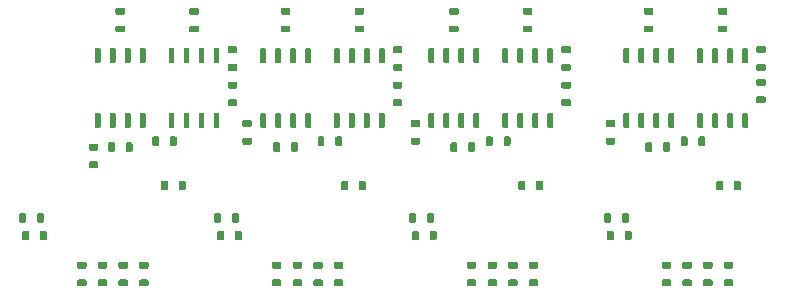
<source format=gbp>
G04 #@! TF.GenerationSoftware,KiCad,Pcbnew,(5.1.5)-3*
G04 #@! TF.CreationDate,2020-02-01T18:29:59+01:00*
G04 #@! TF.ProjectId,5i25Breakout,35693235-4272-4656-916b-6f75742e6b69,rev?*
G04 #@! TF.SameCoordinates,PXe4e1c0PY93d1cc0*
G04 #@! TF.FileFunction,Paste,Bot*
G04 #@! TF.FilePolarity,Positive*
%FSLAX46Y46*%
G04 Gerber Fmt 4.6, Leading zero omitted, Abs format (unit mm)*
G04 Created by KiCad (PCBNEW (5.1.5)-3) date 2020-02-01 18:29:59*
%MOMM*%
%LPD*%
G04 APERTURE LIST*
%ADD10C,0.100000*%
G04 APERTURE END LIST*
D10*
G36*
X44982252Y17624398D02*
G01*
X44994386Y17622598D01*
X45006286Y17619618D01*
X45017835Y17615485D01*
X45028925Y17610240D01*
X45039446Y17603934D01*
X45049299Y17596626D01*
X45058388Y17588388D01*
X45066626Y17579299D01*
X45073934Y17569446D01*
X45080240Y17558925D01*
X45085485Y17547835D01*
X45089618Y17536286D01*
X45092598Y17524386D01*
X45094398Y17512252D01*
X45095000Y17500000D01*
X45095000Y16500000D01*
X45094398Y16487748D01*
X45092598Y16475614D01*
X45089618Y16463714D01*
X45085485Y16452165D01*
X45080240Y16441075D01*
X45073934Y16430554D01*
X45066626Y16420701D01*
X45058388Y16411612D01*
X45049299Y16403374D01*
X45039446Y16396066D01*
X45028925Y16389760D01*
X45017835Y16384515D01*
X45006286Y16380382D01*
X44994386Y16377402D01*
X44982252Y16375602D01*
X44970000Y16375000D01*
X44720000Y16375000D01*
X44707748Y16375602D01*
X44695614Y16377402D01*
X44683714Y16380382D01*
X44672165Y16384515D01*
X44661075Y16389760D01*
X44650554Y16396066D01*
X44640701Y16403374D01*
X44631612Y16411612D01*
X44623374Y16420701D01*
X44616066Y16430554D01*
X44609760Y16441075D01*
X44604515Y16452165D01*
X44600382Y16463714D01*
X44597402Y16475614D01*
X44595602Y16487748D01*
X44595000Y16500000D01*
X44595000Y17500000D01*
X44595602Y17512252D01*
X44597402Y17524386D01*
X44600382Y17536286D01*
X44604515Y17547835D01*
X44609760Y17558925D01*
X44616066Y17569446D01*
X44623374Y17579299D01*
X44631612Y17588388D01*
X44640701Y17596626D01*
X44650554Y17603934D01*
X44661075Y17610240D01*
X44672165Y17615485D01*
X44683714Y17619618D01*
X44695614Y17622598D01*
X44707748Y17624398D01*
X44720000Y17625000D01*
X44970000Y17625000D01*
X44982252Y17624398D01*
G37*
G36*
X46252252Y17624398D02*
G01*
X46264386Y17622598D01*
X46276286Y17619618D01*
X46287835Y17615485D01*
X46298925Y17610240D01*
X46309446Y17603934D01*
X46319299Y17596626D01*
X46328388Y17588388D01*
X46336626Y17579299D01*
X46343934Y17569446D01*
X46350240Y17558925D01*
X46355485Y17547835D01*
X46359618Y17536286D01*
X46362598Y17524386D01*
X46364398Y17512252D01*
X46365000Y17500000D01*
X46365000Y16500000D01*
X46364398Y16487748D01*
X46362598Y16475614D01*
X46359618Y16463714D01*
X46355485Y16452165D01*
X46350240Y16441075D01*
X46343934Y16430554D01*
X46336626Y16420701D01*
X46328388Y16411612D01*
X46319299Y16403374D01*
X46309446Y16396066D01*
X46298925Y16389760D01*
X46287835Y16384515D01*
X46276286Y16380382D01*
X46264386Y16377402D01*
X46252252Y16375602D01*
X46240000Y16375000D01*
X45990000Y16375000D01*
X45977748Y16375602D01*
X45965614Y16377402D01*
X45953714Y16380382D01*
X45942165Y16384515D01*
X45931075Y16389760D01*
X45920554Y16396066D01*
X45910701Y16403374D01*
X45901612Y16411612D01*
X45893374Y16420701D01*
X45886066Y16430554D01*
X45879760Y16441075D01*
X45874515Y16452165D01*
X45870382Y16463714D01*
X45867402Y16475614D01*
X45865602Y16487748D01*
X45865000Y16500000D01*
X45865000Y17500000D01*
X45865602Y17512252D01*
X45867402Y17524386D01*
X45870382Y17536286D01*
X45874515Y17547835D01*
X45879760Y17558925D01*
X45886066Y17569446D01*
X45893374Y17579299D01*
X45901612Y17588388D01*
X45910701Y17596626D01*
X45920554Y17603934D01*
X45931075Y17610240D01*
X45942165Y17615485D01*
X45953714Y17619618D01*
X45965614Y17622598D01*
X45977748Y17624398D01*
X45990000Y17625000D01*
X46240000Y17625000D01*
X46252252Y17624398D01*
G37*
G36*
X47522252Y17624398D02*
G01*
X47534386Y17622598D01*
X47546286Y17619618D01*
X47557835Y17615485D01*
X47568925Y17610240D01*
X47579446Y17603934D01*
X47589299Y17596626D01*
X47598388Y17588388D01*
X47606626Y17579299D01*
X47613934Y17569446D01*
X47620240Y17558925D01*
X47625485Y17547835D01*
X47629618Y17536286D01*
X47632598Y17524386D01*
X47634398Y17512252D01*
X47635000Y17500000D01*
X47635000Y16500000D01*
X47634398Y16487748D01*
X47632598Y16475614D01*
X47629618Y16463714D01*
X47625485Y16452165D01*
X47620240Y16441075D01*
X47613934Y16430554D01*
X47606626Y16420701D01*
X47598388Y16411612D01*
X47589299Y16403374D01*
X47579446Y16396066D01*
X47568925Y16389760D01*
X47557835Y16384515D01*
X47546286Y16380382D01*
X47534386Y16377402D01*
X47522252Y16375602D01*
X47510000Y16375000D01*
X47260000Y16375000D01*
X47247748Y16375602D01*
X47235614Y16377402D01*
X47223714Y16380382D01*
X47212165Y16384515D01*
X47201075Y16389760D01*
X47190554Y16396066D01*
X47180701Y16403374D01*
X47171612Y16411612D01*
X47163374Y16420701D01*
X47156066Y16430554D01*
X47149760Y16441075D01*
X47144515Y16452165D01*
X47140382Y16463714D01*
X47137402Y16475614D01*
X47135602Y16487748D01*
X47135000Y16500000D01*
X47135000Y17500000D01*
X47135602Y17512252D01*
X47137402Y17524386D01*
X47140382Y17536286D01*
X47144515Y17547835D01*
X47149760Y17558925D01*
X47156066Y17569446D01*
X47163374Y17579299D01*
X47171612Y17588388D01*
X47180701Y17596626D01*
X47190554Y17603934D01*
X47201075Y17610240D01*
X47212165Y17615485D01*
X47223714Y17619618D01*
X47235614Y17622598D01*
X47247748Y17624398D01*
X47260000Y17625000D01*
X47510000Y17625000D01*
X47522252Y17624398D01*
G37*
G36*
X48792252Y17624398D02*
G01*
X48804386Y17622598D01*
X48816286Y17619618D01*
X48827835Y17615485D01*
X48838925Y17610240D01*
X48849446Y17603934D01*
X48859299Y17596626D01*
X48868388Y17588388D01*
X48876626Y17579299D01*
X48883934Y17569446D01*
X48890240Y17558925D01*
X48895485Y17547835D01*
X48899618Y17536286D01*
X48902598Y17524386D01*
X48904398Y17512252D01*
X48905000Y17500000D01*
X48905000Y16500000D01*
X48904398Y16487748D01*
X48902598Y16475614D01*
X48899618Y16463714D01*
X48895485Y16452165D01*
X48890240Y16441075D01*
X48883934Y16430554D01*
X48876626Y16420701D01*
X48868388Y16411612D01*
X48859299Y16403374D01*
X48849446Y16396066D01*
X48838925Y16389760D01*
X48827835Y16384515D01*
X48816286Y16380382D01*
X48804386Y16377402D01*
X48792252Y16375602D01*
X48780000Y16375000D01*
X48530000Y16375000D01*
X48517748Y16375602D01*
X48505614Y16377402D01*
X48493714Y16380382D01*
X48482165Y16384515D01*
X48471075Y16389760D01*
X48460554Y16396066D01*
X48450701Y16403374D01*
X48441612Y16411612D01*
X48433374Y16420701D01*
X48426066Y16430554D01*
X48419760Y16441075D01*
X48414515Y16452165D01*
X48410382Y16463714D01*
X48407402Y16475614D01*
X48405602Y16487748D01*
X48405000Y16500000D01*
X48405000Y17500000D01*
X48405602Y17512252D01*
X48407402Y17524386D01*
X48410382Y17536286D01*
X48414515Y17547835D01*
X48419760Y17558925D01*
X48426066Y17569446D01*
X48433374Y17579299D01*
X48441612Y17588388D01*
X48450701Y17596626D01*
X48460554Y17603934D01*
X48471075Y17610240D01*
X48482165Y17615485D01*
X48493714Y17619618D01*
X48505614Y17622598D01*
X48517748Y17624398D01*
X48530000Y17625000D01*
X48780000Y17625000D01*
X48792252Y17624398D01*
G37*
G36*
X48792252Y23124398D02*
G01*
X48804386Y23122598D01*
X48816286Y23119618D01*
X48827835Y23115485D01*
X48838925Y23110240D01*
X48849446Y23103934D01*
X48859299Y23096626D01*
X48868388Y23088388D01*
X48876626Y23079299D01*
X48883934Y23069446D01*
X48890240Y23058925D01*
X48895485Y23047835D01*
X48899618Y23036286D01*
X48902598Y23024386D01*
X48904398Y23012252D01*
X48905000Y23000000D01*
X48905000Y22000000D01*
X48904398Y21987748D01*
X48902598Y21975614D01*
X48899618Y21963714D01*
X48895485Y21952165D01*
X48890240Y21941075D01*
X48883934Y21930554D01*
X48876626Y21920701D01*
X48868388Y21911612D01*
X48859299Y21903374D01*
X48849446Y21896066D01*
X48838925Y21889760D01*
X48827835Y21884515D01*
X48816286Y21880382D01*
X48804386Y21877402D01*
X48792252Y21875602D01*
X48780000Y21875000D01*
X48530000Y21875000D01*
X48517748Y21875602D01*
X48505614Y21877402D01*
X48493714Y21880382D01*
X48482165Y21884515D01*
X48471075Y21889760D01*
X48460554Y21896066D01*
X48450701Y21903374D01*
X48441612Y21911612D01*
X48433374Y21920701D01*
X48426066Y21930554D01*
X48419760Y21941075D01*
X48414515Y21952165D01*
X48410382Y21963714D01*
X48407402Y21975614D01*
X48405602Y21987748D01*
X48405000Y22000000D01*
X48405000Y23000000D01*
X48405602Y23012252D01*
X48407402Y23024386D01*
X48410382Y23036286D01*
X48414515Y23047835D01*
X48419760Y23058925D01*
X48426066Y23069446D01*
X48433374Y23079299D01*
X48441612Y23088388D01*
X48450701Y23096626D01*
X48460554Y23103934D01*
X48471075Y23110240D01*
X48482165Y23115485D01*
X48493714Y23119618D01*
X48505614Y23122598D01*
X48517748Y23124398D01*
X48530000Y23125000D01*
X48780000Y23125000D01*
X48792252Y23124398D01*
G37*
G36*
X47522252Y23124398D02*
G01*
X47534386Y23122598D01*
X47546286Y23119618D01*
X47557835Y23115485D01*
X47568925Y23110240D01*
X47579446Y23103934D01*
X47589299Y23096626D01*
X47598388Y23088388D01*
X47606626Y23079299D01*
X47613934Y23069446D01*
X47620240Y23058925D01*
X47625485Y23047835D01*
X47629618Y23036286D01*
X47632598Y23024386D01*
X47634398Y23012252D01*
X47635000Y23000000D01*
X47635000Y22000000D01*
X47634398Y21987748D01*
X47632598Y21975614D01*
X47629618Y21963714D01*
X47625485Y21952165D01*
X47620240Y21941075D01*
X47613934Y21930554D01*
X47606626Y21920701D01*
X47598388Y21911612D01*
X47589299Y21903374D01*
X47579446Y21896066D01*
X47568925Y21889760D01*
X47557835Y21884515D01*
X47546286Y21880382D01*
X47534386Y21877402D01*
X47522252Y21875602D01*
X47510000Y21875000D01*
X47260000Y21875000D01*
X47247748Y21875602D01*
X47235614Y21877402D01*
X47223714Y21880382D01*
X47212165Y21884515D01*
X47201075Y21889760D01*
X47190554Y21896066D01*
X47180701Y21903374D01*
X47171612Y21911612D01*
X47163374Y21920701D01*
X47156066Y21930554D01*
X47149760Y21941075D01*
X47144515Y21952165D01*
X47140382Y21963714D01*
X47137402Y21975614D01*
X47135602Y21987748D01*
X47135000Y22000000D01*
X47135000Y23000000D01*
X47135602Y23012252D01*
X47137402Y23024386D01*
X47140382Y23036286D01*
X47144515Y23047835D01*
X47149760Y23058925D01*
X47156066Y23069446D01*
X47163374Y23079299D01*
X47171612Y23088388D01*
X47180701Y23096626D01*
X47190554Y23103934D01*
X47201075Y23110240D01*
X47212165Y23115485D01*
X47223714Y23119618D01*
X47235614Y23122598D01*
X47247748Y23124398D01*
X47260000Y23125000D01*
X47510000Y23125000D01*
X47522252Y23124398D01*
G37*
G36*
X46252252Y23124398D02*
G01*
X46264386Y23122598D01*
X46276286Y23119618D01*
X46287835Y23115485D01*
X46298925Y23110240D01*
X46309446Y23103934D01*
X46319299Y23096626D01*
X46328388Y23088388D01*
X46336626Y23079299D01*
X46343934Y23069446D01*
X46350240Y23058925D01*
X46355485Y23047835D01*
X46359618Y23036286D01*
X46362598Y23024386D01*
X46364398Y23012252D01*
X46365000Y23000000D01*
X46365000Y22000000D01*
X46364398Y21987748D01*
X46362598Y21975614D01*
X46359618Y21963714D01*
X46355485Y21952165D01*
X46350240Y21941075D01*
X46343934Y21930554D01*
X46336626Y21920701D01*
X46328388Y21911612D01*
X46319299Y21903374D01*
X46309446Y21896066D01*
X46298925Y21889760D01*
X46287835Y21884515D01*
X46276286Y21880382D01*
X46264386Y21877402D01*
X46252252Y21875602D01*
X46240000Y21875000D01*
X45990000Y21875000D01*
X45977748Y21875602D01*
X45965614Y21877402D01*
X45953714Y21880382D01*
X45942165Y21884515D01*
X45931075Y21889760D01*
X45920554Y21896066D01*
X45910701Y21903374D01*
X45901612Y21911612D01*
X45893374Y21920701D01*
X45886066Y21930554D01*
X45879760Y21941075D01*
X45874515Y21952165D01*
X45870382Y21963714D01*
X45867402Y21975614D01*
X45865602Y21987748D01*
X45865000Y22000000D01*
X45865000Y23000000D01*
X45865602Y23012252D01*
X45867402Y23024386D01*
X45870382Y23036286D01*
X45874515Y23047835D01*
X45879760Y23058925D01*
X45886066Y23069446D01*
X45893374Y23079299D01*
X45901612Y23088388D01*
X45910701Y23096626D01*
X45920554Y23103934D01*
X45931075Y23110240D01*
X45942165Y23115485D01*
X45953714Y23119618D01*
X45965614Y23122598D01*
X45977748Y23124398D01*
X45990000Y23125000D01*
X46240000Y23125000D01*
X46252252Y23124398D01*
G37*
G36*
X44982252Y23124398D02*
G01*
X44994386Y23122598D01*
X45006286Y23119618D01*
X45017835Y23115485D01*
X45028925Y23110240D01*
X45039446Y23103934D01*
X45049299Y23096626D01*
X45058388Y23088388D01*
X45066626Y23079299D01*
X45073934Y23069446D01*
X45080240Y23058925D01*
X45085485Y23047835D01*
X45089618Y23036286D01*
X45092598Y23024386D01*
X45094398Y23012252D01*
X45095000Y23000000D01*
X45095000Y22000000D01*
X45094398Y21987748D01*
X45092598Y21975614D01*
X45089618Y21963714D01*
X45085485Y21952165D01*
X45080240Y21941075D01*
X45073934Y21930554D01*
X45066626Y21920701D01*
X45058388Y21911612D01*
X45049299Y21903374D01*
X45039446Y21896066D01*
X45028925Y21889760D01*
X45017835Y21884515D01*
X45006286Y21880382D01*
X44994386Y21877402D01*
X44982252Y21875602D01*
X44970000Y21875000D01*
X44720000Y21875000D01*
X44707748Y21875602D01*
X44695614Y21877402D01*
X44683714Y21880382D01*
X44672165Y21884515D01*
X44661075Y21889760D01*
X44650554Y21896066D01*
X44640701Y21903374D01*
X44631612Y21911612D01*
X44623374Y21920701D01*
X44616066Y21930554D01*
X44609760Y21941075D01*
X44604515Y21952165D01*
X44600382Y21963714D01*
X44597402Y21975614D01*
X44595602Y21987748D01*
X44595000Y22000000D01*
X44595000Y23000000D01*
X44595602Y23012252D01*
X44597402Y23024386D01*
X44600382Y23036286D01*
X44604515Y23047835D01*
X44609760Y23058925D01*
X44616066Y23069446D01*
X44623374Y23079299D01*
X44631612Y23088388D01*
X44640701Y23096626D01*
X44650554Y23103934D01*
X44661075Y23110240D01*
X44672165Y23115485D01*
X44683714Y23119618D01*
X44695614Y23122598D01*
X44707748Y23124398D01*
X44720000Y23125000D01*
X44970000Y23125000D01*
X44982252Y23124398D01*
G37*
G36*
X51232252Y17624398D02*
G01*
X51244386Y17622598D01*
X51256286Y17619618D01*
X51267835Y17615485D01*
X51278925Y17610240D01*
X51289446Y17603934D01*
X51299299Y17596626D01*
X51308388Y17588388D01*
X51316626Y17579299D01*
X51323934Y17569446D01*
X51330240Y17558925D01*
X51335485Y17547835D01*
X51339618Y17536286D01*
X51342598Y17524386D01*
X51344398Y17512252D01*
X51345000Y17500000D01*
X51345000Y16500000D01*
X51344398Y16487748D01*
X51342598Y16475614D01*
X51339618Y16463714D01*
X51335485Y16452165D01*
X51330240Y16441075D01*
X51323934Y16430554D01*
X51316626Y16420701D01*
X51308388Y16411612D01*
X51299299Y16403374D01*
X51289446Y16396066D01*
X51278925Y16389760D01*
X51267835Y16384515D01*
X51256286Y16380382D01*
X51244386Y16377402D01*
X51232252Y16375602D01*
X51220000Y16375000D01*
X50970000Y16375000D01*
X50957748Y16375602D01*
X50945614Y16377402D01*
X50933714Y16380382D01*
X50922165Y16384515D01*
X50911075Y16389760D01*
X50900554Y16396066D01*
X50890701Y16403374D01*
X50881612Y16411612D01*
X50873374Y16420701D01*
X50866066Y16430554D01*
X50859760Y16441075D01*
X50854515Y16452165D01*
X50850382Y16463714D01*
X50847402Y16475614D01*
X50845602Y16487748D01*
X50845000Y16500000D01*
X50845000Y17500000D01*
X50845602Y17512252D01*
X50847402Y17524386D01*
X50850382Y17536286D01*
X50854515Y17547835D01*
X50859760Y17558925D01*
X50866066Y17569446D01*
X50873374Y17579299D01*
X50881612Y17588388D01*
X50890701Y17596626D01*
X50900554Y17603934D01*
X50911075Y17610240D01*
X50922165Y17615485D01*
X50933714Y17619618D01*
X50945614Y17622598D01*
X50957748Y17624398D01*
X50970000Y17625000D01*
X51220000Y17625000D01*
X51232252Y17624398D01*
G37*
G36*
X52502252Y17624398D02*
G01*
X52514386Y17622598D01*
X52526286Y17619618D01*
X52537835Y17615485D01*
X52548925Y17610240D01*
X52559446Y17603934D01*
X52569299Y17596626D01*
X52578388Y17588388D01*
X52586626Y17579299D01*
X52593934Y17569446D01*
X52600240Y17558925D01*
X52605485Y17547835D01*
X52609618Y17536286D01*
X52612598Y17524386D01*
X52614398Y17512252D01*
X52615000Y17500000D01*
X52615000Y16500000D01*
X52614398Y16487748D01*
X52612598Y16475614D01*
X52609618Y16463714D01*
X52605485Y16452165D01*
X52600240Y16441075D01*
X52593934Y16430554D01*
X52586626Y16420701D01*
X52578388Y16411612D01*
X52569299Y16403374D01*
X52559446Y16396066D01*
X52548925Y16389760D01*
X52537835Y16384515D01*
X52526286Y16380382D01*
X52514386Y16377402D01*
X52502252Y16375602D01*
X52490000Y16375000D01*
X52240000Y16375000D01*
X52227748Y16375602D01*
X52215614Y16377402D01*
X52203714Y16380382D01*
X52192165Y16384515D01*
X52181075Y16389760D01*
X52170554Y16396066D01*
X52160701Y16403374D01*
X52151612Y16411612D01*
X52143374Y16420701D01*
X52136066Y16430554D01*
X52129760Y16441075D01*
X52124515Y16452165D01*
X52120382Y16463714D01*
X52117402Y16475614D01*
X52115602Y16487748D01*
X52115000Y16500000D01*
X52115000Y17500000D01*
X52115602Y17512252D01*
X52117402Y17524386D01*
X52120382Y17536286D01*
X52124515Y17547835D01*
X52129760Y17558925D01*
X52136066Y17569446D01*
X52143374Y17579299D01*
X52151612Y17588388D01*
X52160701Y17596626D01*
X52170554Y17603934D01*
X52181075Y17610240D01*
X52192165Y17615485D01*
X52203714Y17619618D01*
X52215614Y17622598D01*
X52227748Y17624398D01*
X52240000Y17625000D01*
X52490000Y17625000D01*
X52502252Y17624398D01*
G37*
G36*
X53772252Y17624398D02*
G01*
X53784386Y17622598D01*
X53796286Y17619618D01*
X53807835Y17615485D01*
X53818925Y17610240D01*
X53829446Y17603934D01*
X53839299Y17596626D01*
X53848388Y17588388D01*
X53856626Y17579299D01*
X53863934Y17569446D01*
X53870240Y17558925D01*
X53875485Y17547835D01*
X53879618Y17536286D01*
X53882598Y17524386D01*
X53884398Y17512252D01*
X53885000Y17500000D01*
X53885000Y16500000D01*
X53884398Y16487748D01*
X53882598Y16475614D01*
X53879618Y16463714D01*
X53875485Y16452165D01*
X53870240Y16441075D01*
X53863934Y16430554D01*
X53856626Y16420701D01*
X53848388Y16411612D01*
X53839299Y16403374D01*
X53829446Y16396066D01*
X53818925Y16389760D01*
X53807835Y16384515D01*
X53796286Y16380382D01*
X53784386Y16377402D01*
X53772252Y16375602D01*
X53760000Y16375000D01*
X53510000Y16375000D01*
X53497748Y16375602D01*
X53485614Y16377402D01*
X53473714Y16380382D01*
X53462165Y16384515D01*
X53451075Y16389760D01*
X53440554Y16396066D01*
X53430701Y16403374D01*
X53421612Y16411612D01*
X53413374Y16420701D01*
X53406066Y16430554D01*
X53399760Y16441075D01*
X53394515Y16452165D01*
X53390382Y16463714D01*
X53387402Y16475614D01*
X53385602Y16487748D01*
X53385000Y16500000D01*
X53385000Y17500000D01*
X53385602Y17512252D01*
X53387402Y17524386D01*
X53390382Y17536286D01*
X53394515Y17547835D01*
X53399760Y17558925D01*
X53406066Y17569446D01*
X53413374Y17579299D01*
X53421612Y17588388D01*
X53430701Y17596626D01*
X53440554Y17603934D01*
X53451075Y17610240D01*
X53462165Y17615485D01*
X53473714Y17619618D01*
X53485614Y17622598D01*
X53497748Y17624398D01*
X53510000Y17625000D01*
X53760000Y17625000D01*
X53772252Y17624398D01*
G37*
G36*
X55042252Y17624398D02*
G01*
X55054386Y17622598D01*
X55066286Y17619618D01*
X55077835Y17615485D01*
X55088925Y17610240D01*
X55099446Y17603934D01*
X55109299Y17596626D01*
X55118388Y17588388D01*
X55126626Y17579299D01*
X55133934Y17569446D01*
X55140240Y17558925D01*
X55145485Y17547835D01*
X55149618Y17536286D01*
X55152598Y17524386D01*
X55154398Y17512252D01*
X55155000Y17500000D01*
X55155000Y16500000D01*
X55154398Y16487748D01*
X55152598Y16475614D01*
X55149618Y16463714D01*
X55145485Y16452165D01*
X55140240Y16441075D01*
X55133934Y16430554D01*
X55126626Y16420701D01*
X55118388Y16411612D01*
X55109299Y16403374D01*
X55099446Y16396066D01*
X55088925Y16389760D01*
X55077835Y16384515D01*
X55066286Y16380382D01*
X55054386Y16377402D01*
X55042252Y16375602D01*
X55030000Y16375000D01*
X54780000Y16375000D01*
X54767748Y16375602D01*
X54755614Y16377402D01*
X54743714Y16380382D01*
X54732165Y16384515D01*
X54721075Y16389760D01*
X54710554Y16396066D01*
X54700701Y16403374D01*
X54691612Y16411612D01*
X54683374Y16420701D01*
X54676066Y16430554D01*
X54669760Y16441075D01*
X54664515Y16452165D01*
X54660382Y16463714D01*
X54657402Y16475614D01*
X54655602Y16487748D01*
X54655000Y16500000D01*
X54655000Y17500000D01*
X54655602Y17512252D01*
X54657402Y17524386D01*
X54660382Y17536286D01*
X54664515Y17547835D01*
X54669760Y17558925D01*
X54676066Y17569446D01*
X54683374Y17579299D01*
X54691612Y17588388D01*
X54700701Y17596626D01*
X54710554Y17603934D01*
X54721075Y17610240D01*
X54732165Y17615485D01*
X54743714Y17619618D01*
X54755614Y17622598D01*
X54767748Y17624398D01*
X54780000Y17625000D01*
X55030000Y17625000D01*
X55042252Y17624398D01*
G37*
G36*
X55042252Y23124398D02*
G01*
X55054386Y23122598D01*
X55066286Y23119618D01*
X55077835Y23115485D01*
X55088925Y23110240D01*
X55099446Y23103934D01*
X55109299Y23096626D01*
X55118388Y23088388D01*
X55126626Y23079299D01*
X55133934Y23069446D01*
X55140240Y23058925D01*
X55145485Y23047835D01*
X55149618Y23036286D01*
X55152598Y23024386D01*
X55154398Y23012252D01*
X55155000Y23000000D01*
X55155000Y22000000D01*
X55154398Y21987748D01*
X55152598Y21975614D01*
X55149618Y21963714D01*
X55145485Y21952165D01*
X55140240Y21941075D01*
X55133934Y21930554D01*
X55126626Y21920701D01*
X55118388Y21911612D01*
X55109299Y21903374D01*
X55099446Y21896066D01*
X55088925Y21889760D01*
X55077835Y21884515D01*
X55066286Y21880382D01*
X55054386Y21877402D01*
X55042252Y21875602D01*
X55030000Y21875000D01*
X54780000Y21875000D01*
X54767748Y21875602D01*
X54755614Y21877402D01*
X54743714Y21880382D01*
X54732165Y21884515D01*
X54721075Y21889760D01*
X54710554Y21896066D01*
X54700701Y21903374D01*
X54691612Y21911612D01*
X54683374Y21920701D01*
X54676066Y21930554D01*
X54669760Y21941075D01*
X54664515Y21952165D01*
X54660382Y21963714D01*
X54657402Y21975614D01*
X54655602Y21987748D01*
X54655000Y22000000D01*
X54655000Y23000000D01*
X54655602Y23012252D01*
X54657402Y23024386D01*
X54660382Y23036286D01*
X54664515Y23047835D01*
X54669760Y23058925D01*
X54676066Y23069446D01*
X54683374Y23079299D01*
X54691612Y23088388D01*
X54700701Y23096626D01*
X54710554Y23103934D01*
X54721075Y23110240D01*
X54732165Y23115485D01*
X54743714Y23119618D01*
X54755614Y23122598D01*
X54767748Y23124398D01*
X54780000Y23125000D01*
X55030000Y23125000D01*
X55042252Y23124398D01*
G37*
G36*
X53772252Y23124398D02*
G01*
X53784386Y23122598D01*
X53796286Y23119618D01*
X53807835Y23115485D01*
X53818925Y23110240D01*
X53829446Y23103934D01*
X53839299Y23096626D01*
X53848388Y23088388D01*
X53856626Y23079299D01*
X53863934Y23069446D01*
X53870240Y23058925D01*
X53875485Y23047835D01*
X53879618Y23036286D01*
X53882598Y23024386D01*
X53884398Y23012252D01*
X53885000Y23000000D01*
X53885000Y22000000D01*
X53884398Y21987748D01*
X53882598Y21975614D01*
X53879618Y21963714D01*
X53875485Y21952165D01*
X53870240Y21941075D01*
X53863934Y21930554D01*
X53856626Y21920701D01*
X53848388Y21911612D01*
X53839299Y21903374D01*
X53829446Y21896066D01*
X53818925Y21889760D01*
X53807835Y21884515D01*
X53796286Y21880382D01*
X53784386Y21877402D01*
X53772252Y21875602D01*
X53760000Y21875000D01*
X53510000Y21875000D01*
X53497748Y21875602D01*
X53485614Y21877402D01*
X53473714Y21880382D01*
X53462165Y21884515D01*
X53451075Y21889760D01*
X53440554Y21896066D01*
X53430701Y21903374D01*
X53421612Y21911612D01*
X53413374Y21920701D01*
X53406066Y21930554D01*
X53399760Y21941075D01*
X53394515Y21952165D01*
X53390382Y21963714D01*
X53387402Y21975614D01*
X53385602Y21987748D01*
X53385000Y22000000D01*
X53385000Y23000000D01*
X53385602Y23012252D01*
X53387402Y23024386D01*
X53390382Y23036286D01*
X53394515Y23047835D01*
X53399760Y23058925D01*
X53406066Y23069446D01*
X53413374Y23079299D01*
X53421612Y23088388D01*
X53430701Y23096626D01*
X53440554Y23103934D01*
X53451075Y23110240D01*
X53462165Y23115485D01*
X53473714Y23119618D01*
X53485614Y23122598D01*
X53497748Y23124398D01*
X53510000Y23125000D01*
X53760000Y23125000D01*
X53772252Y23124398D01*
G37*
G36*
X52502252Y23124398D02*
G01*
X52514386Y23122598D01*
X52526286Y23119618D01*
X52537835Y23115485D01*
X52548925Y23110240D01*
X52559446Y23103934D01*
X52569299Y23096626D01*
X52578388Y23088388D01*
X52586626Y23079299D01*
X52593934Y23069446D01*
X52600240Y23058925D01*
X52605485Y23047835D01*
X52609618Y23036286D01*
X52612598Y23024386D01*
X52614398Y23012252D01*
X52615000Y23000000D01*
X52615000Y22000000D01*
X52614398Y21987748D01*
X52612598Y21975614D01*
X52609618Y21963714D01*
X52605485Y21952165D01*
X52600240Y21941075D01*
X52593934Y21930554D01*
X52586626Y21920701D01*
X52578388Y21911612D01*
X52569299Y21903374D01*
X52559446Y21896066D01*
X52548925Y21889760D01*
X52537835Y21884515D01*
X52526286Y21880382D01*
X52514386Y21877402D01*
X52502252Y21875602D01*
X52490000Y21875000D01*
X52240000Y21875000D01*
X52227748Y21875602D01*
X52215614Y21877402D01*
X52203714Y21880382D01*
X52192165Y21884515D01*
X52181075Y21889760D01*
X52170554Y21896066D01*
X52160701Y21903374D01*
X52151612Y21911612D01*
X52143374Y21920701D01*
X52136066Y21930554D01*
X52129760Y21941075D01*
X52124515Y21952165D01*
X52120382Y21963714D01*
X52117402Y21975614D01*
X52115602Y21987748D01*
X52115000Y22000000D01*
X52115000Y23000000D01*
X52115602Y23012252D01*
X52117402Y23024386D01*
X52120382Y23036286D01*
X52124515Y23047835D01*
X52129760Y23058925D01*
X52136066Y23069446D01*
X52143374Y23079299D01*
X52151612Y23088388D01*
X52160701Y23096626D01*
X52170554Y23103934D01*
X52181075Y23110240D01*
X52192165Y23115485D01*
X52203714Y23119618D01*
X52215614Y23122598D01*
X52227748Y23124398D01*
X52240000Y23125000D01*
X52490000Y23125000D01*
X52502252Y23124398D01*
G37*
G36*
X51232252Y23124398D02*
G01*
X51244386Y23122598D01*
X51256286Y23119618D01*
X51267835Y23115485D01*
X51278925Y23110240D01*
X51289446Y23103934D01*
X51299299Y23096626D01*
X51308388Y23088388D01*
X51316626Y23079299D01*
X51323934Y23069446D01*
X51330240Y23058925D01*
X51335485Y23047835D01*
X51339618Y23036286D01*
X51342598Y23024386D01*
X51344398Y23012252D01*
X51345000Y23000000D01*
X51345000Y22000000D01*
X51344398Y21987748D01*
X51342598Y21975614D01*
X51339618Y21963714D01*
X51335485Y21952165D01*
X51330240Y21941075D01*
X51323934Y21930554D01*
X51316626Y21920701D01*
X51308388Y21911612D01*
X51299299Y21903374D01*
X51289446Y21896066D01*
X51278925Y21889760D01*
X51267835Y21884515D01*
X51256286Y21880382D01*
X51244386Y21877402D01*
X51232252Y21875602D01*
X51220000Y21875000D01*
X50970000Y21875000D01*
X50957748Y21875602D01*
X50945614Y21877402D01*
X50933714Y21880382D01*
X50922165Y21884515D01*
X50911075Y21889760D01*
X50900554Y21896066D01*
X50890701Y21903374D01*
X50881612Y21911612D01*
X50873374Y21920701D01*
X50866066Y21930554D01*
X50859760Y21941075D01*
X50854515Y21952165D01*
X50850382Y21963714D01*
X50847402Y21975614D01*
X50845602Y21987748D01*
X50845000Y22000000D01*
X50845000Y23000000D01*
X50845602Y23012252D01*
X50847402Y23024386D01*
X50850382Y23036286D01*
X50854515Y23047835D01*
X50859760Y23058925D01*
X50866066Y23069446D01*
X50873374Y23079299D01*
X50881612Y23088388D01*
X50890701Y23096626D01*
X50900554Y23103934D01*
X50911075Y23110240D01*
X50922165Y23115485D01*
X50933714Y23119618D01*
X50945614Y23122598D01*
X50957748Y23124398D01*
X50970000Y23125000D01*
X51220000Y23125000D01*
X51232252Y23124398D01*
G37*
G36*
X47016958Y26544290D02*
G01*
X47031276Y26542166D01*
X47045317Y26538649D01*
X47058946Y26533772D01*
X47072031Y26527583D01*
X47084447Y26520142D01*
X47096073Y26511519D01*
X47106798Y26501798D01*
X47116519Y26491073D01*
X47125142Y26479447D01*
X47132583Y26467031D01*
X47138772Y26453946D01*
X47143649Y26440317D01*
X47147166Y26426276D01*
X47149290Y26411958D01*
X47150000Y26397500D01*
X47150000Y26102500D01*
X47149290Y26088042D01*
X47147166Y26073724D01*
X47143649Y26059683D01*
X47138772Y26046054D01*
X47132583Y26032969D01*
X47125142Y26020553D01*
X47116519Y26008927D01*
X47106798Y25998202D01*
X47096073Y25988481D01*
X47084447Y25979858D01*
X47072031Y25972417D01*
X47058946Y25966228D01*
X47045317Y25961351D01*
X47031276Y25957834D01*
X47016958Y25955710D01*
X47002500Y25955000D01*
X46497500Y25955000D01*
X46483042Y25955710D01*
X46468724Y25957834D01*
X46454683Y25961351D01*
X46441054Y25966228D01*
X46427969Y25972417D01*
X46415553Y25979858D01*
X46403927Y25988481D01*
X46393202Y25998202D01*
X46383481Y26008927D01*
X46374858Y26020553D01*
X46367417Y26032969D01*
X46361228Y26046054D01*
X46356351Y26059683D01*
X46352834Y26073724D01*
X46350710Y26088042D01*
X46350000Y26102500D01*
X46350000Y26397500D01*
X46350710Y26411958D01*
X46352834Y26426276D01*
X46356351Y26440317D01*
X46361228Y26453946D01*
X46367417Y26467031D01*
X46374858Y26479447D01*
X46383481Y26491073D01*
X46393202Y26501798D01*
X46403927Y26511519D01*
X46415553Y26520142D01*
X46427969Y26527583D01*
X46441054Y26533772D01*
X46454683Y26538649D01*
X46468724Y26542166D01*
X46483042Y26544290D01*
X46497500Y26545000D01*
X47002500Y26545000D01*
X47016958Y26544290D01*
G37*
G36*
X47016958Y25044290D02*
G01*
X47031276Y25042166D01*
X47045317Y25038649D01*
X47058946Y25033772D01*
X47072031Y25027583D01*
X47084447Y25020142D01*
X47096073Y25011519D01*
X47106798Y25001798D01*
X47116519Y24991073D01*
X47125142Y24979447D01*
X47132583Y24967031D01*
X47138772Y24953946D01*
X47143649Y24940317D01*
X47147166Y24926276D01*
X47149290Y24911958D01*
X47150000Y24897500D01*
X47150000Y24602500D01*
X47149290Y24588042D01*
X47147166Y24573724D01*
X47143649Y24559683D01*
X47138772Y24546054D01*
X47132583Y24532969D01*
X47125142Y24520553D01*
X47116519Y24508927D01*
X47106798Y24498202D01*
X47096073Y24488481D01*
X47084447Y24479858D01*
X47072031Y24472417D01*
X47058946Y24466228D01*
X47045317Y24461351D01*
X47031276Y24457834D01*
X47016958Y24455710D01*
X47002500Y24455000D01*
X46497500Y24455000D01*
X46483042Y24455710D01*
X46468724Y24457834D01*
X46454683Y24461351D01*
X46441054Y24466228D01*
X46427969Y24472417D01*
X46415553Y24479858D01*
X46403927Y24488481D01*
X46393202Y24498202D01*
X46383481Y24508927D01*
X46374858Y24520553D01*
X46367417Y24532969D01*
X46361228Y24546054D01*
X46356351Y24559683D01*
X46352834Y24573724D01*
X46350710Y24588042D01*
X46350000Y24602500D01*
X46350000Y24897500D01*
X46350710Y24911958D01*
X46352834Y24926276D01*
X46356351Y24940317D01*
X46361228Y24953946D01*
X46367417Y24967031D01*
X46374858Y24979447D01*
X46383481Y24991073D01*
X46393202Y25001798D01*
X46403927Y25011519D01*
X46415553Y25020142D01*
X46427969Y25027583D01*
X46441054Y25033772D01*
X46454683Y25038649D01*
X46468724Y25042166D01*
X46483042Y25044290D01*
X46497500Y25045000D01*
X47002500Y25045000D01*
X47016958Y25044290D01*
G37*
G36*
X53266958Y26544290D02*
G01*
X53281276Y26542166D01*
X53295317Y26538649D01*
X53308946Y26533772D01*
X53322031Y26527583D01*
X53334447Y26520142D01*
X53346073Y26511519D01*
X53356798Y26501798D01*
X53366519Y26491073D01*
X53375142Y26479447D01*
X53382583Y26467031D01*
X53388772Y26453946D01*
X53393649Y26440317D01*
X53397166Y26426276D01*
X53399290Y26411958D01*
X53400000Y26397500D01*
X53400000Y26102500D01*
X53399290Y26088042D01*
X53397166Y26073724D01*
X53393649Y26059683D01*
X53388772Y26046054D01*
X53382583Y26032969D01*
X53375142Y26020553D01*
X53366519Y26008927D01*
X53356798Y25998202D01*
X53346073Y25988481D01*
X53334447Y25979858D01*
X53322031Y25972417D01*
X53308946Y25966228D01*
X53295317Y25961351D01*
X53281276Y25957834D01*
X53266958Y25955710D01*
X53252500Y25955000D01*
X52747500Y25955000D01*
X52733042Y25955710D01*
X52718724Y25957834D01*
X52704683Y25961351D01*
X52691054Y25966228D01*
X52677969Y25972417D01*
X52665553Y25979858D01*
X52653927Y25988481D01*
X52643202Y25998202D01*
X52633481Y26008927D01*
X52624858Y26020553D01*
X52617417Y26032969D01*
X52611228Y26046054D01*
X52606351Y26059683D01*
X52602834Y26073724D01*
X52600710Y26088042D01*
X52600000Y26102500D01*
X52600000Y26397500D01*
X52600710Y26411958D01*
X52602834Y26426276D01*
X52606351Y26440317D01*
X52611228Y26453946D01*
X52617417Y26467031D01*
X52624858Y26479447D01*
X52633481Y26491073D01*
X52643202Y26501798D01*
X52653927Y26511519D01*
X52665553Y26520142D01*
X52677969Y26527583D01*
X52691054Y26533772D01*
X52704683Y26538649D01*
X52718724Y26542166D01*
X52733042Y26544290D01*
X52747500Y26545000D01*
X53252500Y26545000D01*
X53266958Y26544290D01*
G37*
G36*
X53266958Y25044290D02*
G01*
X53281276Y25042166D01*
X53295317Y25038649D01*
X53308946Y25033772D01*
X53322031Y25027583D01*
X53334447Y25020142D01*
X53346073Y25011519D01*
X53356798Y25001798D01*
X53366519Y24991073D01*
X53375142Y24979447D01*
X53382583Y24967031D01*
X53388772Y24953946D01*
X53393649Y24940317D01*
X53397166Y24926276D01*
X53399290Y24911958D01*
X53400000Y24897500D01*
X53400000Y24602500D01*
X53399290Y24588042D01*
X53397166Y24573724D01*
X53393649Y24559683D01*
X53388772Y24546054D01*
X53382583Y24532969D01*
X53375142Y24520553D01*
X53366519Y24508927D01*
X53356798Y24498202D01*
X53346073Y24488481D01*
X53334447Y24479858D01*
X53322031Y24472417D01*
X53308946Y24466228D01*
X53295317Y24461351D01*
X53281276Y24457834D01*
X53266958Y24455710D01*
X53252500Y24455000D01*
X52747500Y24455000D01*
X52733042Y24455710D01*
X52718724Y24457834D01*
X52704683Y24461351D01*
X52691054Y24466228D01*
X52677969Y24472417D01*
X52665553Y24479858D01*
X52653927Y24488481D01*
X52643202Y24498202D01*
X52633481Y24508927D01*
X52624858Y24520553D01*
X52617417Y24532969D01*
X52611228Y24546054D01*
X52606351Y24559683D01*
X52602834Y24573724D01*
X52600710Y24588042D01*
X52600000Y24602500D01*
X52600000Y24897500D01*
X52600710Y24911958D01*
X52602834Y24926276D01*
X52606351Y24940317D01*
X52611228Y24953946D01*
X52617417Y24967031D01*
X52624858Y24979447D01*
X52633481Y24991073D01*
X52643202Y25001798D01*
X52653927Y25011519D01*
X52665553Y25020142D01*
X52677969Y25027583D01*
X52691054Y25033772D01*
X52704683Y25038649D01*
X52718724Y25042166D01*
X52733042Y25044290D01*
X52747500Y25045000D01*
X53252500Y25045000D01*
X53266958Y25044290D01*
G37*
G36*
X48516958Y3544290D02*
G01*
X48531276Y3542166D01*
X48545317Y3538649D01*
X48558946Y3533772D01*
X48572031Y3527583D01*
X48584447Y3520142D01*
X48596073Y3511519D01*
X48606798Y3501798D01*
X48616519Y3491073D01*
X48625142Y3479447D01*
X48632583Y3467031D01*
X48638772Y3453946D01*
X48643649Y3440317D01*
X48647166Y3426276D01*
X48649290Y3411958D01*
X48650000Y3397500D01*
X48650000Y3102500D01*
X48649290Y3088042D01*
X48647166Y3073724D01*
X48643649Y3059683D01*
X48638772Y3046054D01*
X48632583Y3032969D01*
X48625142Y3020553D01*
X48616519Y3008927D01*
X48606798Y2998202D01*
X48596073Y2988481D01*
X48584447Y2979858D01*
X48572031Y2972417D01*
X48558946Y2966228D01*
X48545317Y2961351D01*
X48531276Y2957834D01*
X48516958Y2955710D01*
X48502500Y2955000D01*
X47997500Y2955000D01*
X47983042Y2955710D01*
X47968724Y2957834D01*
X47954683Y2961351D01*
X47941054Y2966228D01*
X47927969Y2972417D01*
X47915553Y2979858D01*
X47903927Y2988481D01*
X47893202Y2998202D01*
X47883481Y3008927D01*
X47874858Y3020553D01*
X47867417Y3032969D01*
X47861228Y3046054D01*
X47856351Y3059683D01*
X47852834Y3073724D01*
X47850710Y3088042D01*
X47850000Y3102500D01*
X47850000Y3397500D01*
X47850710Y3411958D01*
X47852834Y3426276D01*
X47856351Y3440317D01*
X47861228Y3453946D01*
X47867417Y3467031D01*
X47874858Y3479447D01*
X47883481Y3491073D01*
X47893202Y3501798D01*
X47903927Y3511519D01*
X47915553Y3520142D01*
X47927969Y3527583D01*
X47941054Y3533772D01*
X47954683Y3538649D01*
X47968724Y3542166D01*
X47983042Y3544290D01*
X47997500Y3545000D01*
X48502500Y3545000D01*
X48516958Y3544290D01*
G37*
G36*
X48516958Y5044290D02*
G01*
X48531276Y5042166D01*
X48545317Y5038649D01*
X48558946Y5033772D01*
X48572031Y5027583D01*
X48584447Y5020142D01*
X48596073Y5011519D01*
X48606798Y5001798D01*
X48616519Y4991073D01*
X48625142Y4979447D01*
X48632583Y4967031D01*
X48638772Y4953946D01*
X48643649Y4940317D01*
X48647166Y4926276D01*
X48649290Y4911958D01*
X48650000Y4897500D01*
X48650000Y4602500D01*
X48649290Y4588042D01*
X48647166Y4573724D01*
X48643649Y4559683D01*
X48638772Y4546054D01*
X48632583Y4532969D01*
X48625142Y4520553D01*
X48616519Y4508927D01*
X48606798Y4498202D01*
X48596073Y4488481D01*
X48584447Y4479858D01*
X48572031Y4472417D01*
X48558946Y4466228D01*
X48545317Y4461351D01*
X48531276Y4457834D01*
X48516958Y4455710D01*
X48502500Y4455000D01*
X47997500Y4455000D01*
X47983042Y4455710D01*
X47968724Y4457834D01*
X47954683Y4461351D01*
X47941054Y4466228D01*
X47927969Y4472417D01*
X47915553Y4479858D01*
X47903927Y4488481D01*
X47893202Y4498202D01*
X47883481Y4508927D01*
X47874858Y4520553D01*
X47867417Y4532969D01*
X47861228Y4546054D01*
X47856351Y4559683D01*
X47852834Y4573724D01*
X47850710Y4588042D01*
X47850000Y4602500D01*
X47850000Y4897500D01*
X47850710Y4911958D01*
X47852834Y4926276D01*
X47856351Y4940317D01*
X47861228Y4953946D01*
X47867417Y4967031D01*
X47874858Y4979447D01*
X47883481Y4991073D01*
X47893202Y5001798D01*
X47903927Y5011519D01*
X47915553Y5020142D01*
X47927969Y5027583D01*
X47941054Y5033772D01*
X47954683Y5038649D01*
X47968724Y5042166D01*
X47983042Y5044290D01*
X47997500Y5045000D01*
X48502500Y5045000D01*
X48516958Y5044290D01*
G37*
G36*
X46911958Y15149290D02*
G01*
X46926276Y15147166D01*
X46940317Y15143649D01*
X46953946Y15138772D01*
X46967031Y15132583D01*
X46979447Y15125142D01*
X46991073Y15116519D01*
X47001798Y15106798D01*
X47011519Y15096073D01*
X47020142Y15084447D01*
X47027583Y15072031D01*
X47033772Y15058946D01*
X47038649Y15045317D01*
X47042166Y15031276D01*
X47044290Y15016958D01*
X47045000Y15002500D01*
X47045000Y14497500D01*
X47044290Y14483042D01*
X47042166Y14468724D01*
X47038649Y14454683D01*
X47033772Y14441054D01*
X47027583Y14427969D01*
X47020142Y14415553D01*
X47011519Y14403927D01*
X47001798Y14393202D01*
X46991073Y14383481D01*
X46979447Y14374858D01*
X46967031Y14367417D01*
X46953946Y14361228D01*
X46940317Y14356351D01*
X46926276Y14352834D01*
X46911958Y14350710D01*
X46897500Y14350000D01*
X46602500Y14350000D01*
X46588042Y14350710D01*
X46573724Y14352834D01*
X46559683Y14356351D01*
X46546054Y14361228D01*
X46532969Y14367417D01*
X46520553Y14374858D01*
X46508927Y14383481D01*
X46498202Y14393202D01*
X46488481Y14403927D01*
X46479858Y14415553D01*
X46472417Y14427969D01*
X46466228Y14441054D01*
X46461351Y14454683D01*
X46457834Y14468724D01*
X46455710Y14483042D01*
X46455000Y14497500D01*
X46455000Y15002500D01*
X46455710Y15016958D01*
X46457834Y15031276D01*
X46461351Y15045317D01*
X46466228Y15058946D01*
X46472417Y15072031D01*
X46479858Y15084447D01*
X46488481Y15096073D01*
X46498202Y15106798D01*
X46508927Y15116519D01*
X46520553Y15125142D01*
X46532969Y15132583D01*
X46546054Y15138772D01*
X46559683Y15143649D01*
X46573724Y15147166D01*
X46588042Y15149290D01*
X46602500Y15150000D01*
X46897500Y15150000D01*
X46911958Y15149290D01*
G37*
G36*
X48411958Y15149290D02*
G01*
X48426276Y15147166D01*
X48440317Y15143649D01*
X48453946Y15138772D01*
X48467031Y15132583D01*
X48479447Y15125142D01*
X48491073Y15116519D01*
X48501798Y15106798D01*
X48511519Y15096073D01*
X48520142Y15084447D01*
X48527583Y15072031D01*
X48533772Y15058946D01*
X48538649Y15045317D01*
X48542166Y15031276D01*
X48544290Y15016958D01*
X48545000Y15002500D01*
X48545000Y14497500D01*
X48544290Y14483042D01*
X48542166Y14468724D01*
X48538649Y14454683D01*
X48533772Y14441054D01*
X48527583Y14427969D01*
X48520142Y14415553D01*
X48511519Y14403927D01*
X48501798Y14393202D01*
X48491073Y14383481D01*
X48479447Y14374858D01*
X48467031Y14367417D01*
X48453946Y14361228D01*
X48440317Y14356351D01*
X48426276Y14352834D01*
X48411958Y14350710D01*
X48397500Y14350000D01*
X48102500Y14350000D01*
X48088042Y14350710D01*
X48073724Y14352834D01*
X48059683Y14356351D01*
X48046054Y14361228D01*
X48032969Y14367417D01*
X48020553Y14374858D01*
X48008927Y14383481D01*
X47998202Y14393202D01*
X47988481Y14403927D01*
X47979858Y14415553D01*
X47972417Y14427969D01*
X47966228Y14441054D01*
X47961351Y14454683D01*
X47957834Y14468724D01*
X47955710Y14483042D01*
X47955000Y14497500D01*
X47955000Y15002500D01*
X47955710Y15016958D01*
X47957834Y15031276D01*
X47961351Y15045317D01*
X47966228Y15058946D01*
X47972417Y15072031D01*
X47979858Y15084447D01*
X47988481Y15096073D01*
X47998202Y15106798D01*
X48008927Y15116519D01*
X48020553Y15125142D01*
X48032969Y15132583D01*
X48046054Y15138772D01*
X48059683Y15143649D01*
X48073724Y15147166D01*
X48088042Y15149290D01*
X48102500Y15150000D01*
X48397500Y15150000D01*
X48411958Y15149290D01*
G37*
G36*
X50266958Y5044290D02*
G01*
X50281276Y5042166D01*
X50295317Y5038649D01*
X50308946Y5033772D01*
X50322031Y5027583D01*
X50334447Y5020142D01*
X50346073Y5011519D01*
X50356798Y5001798D01*
X50366519Y4991073D01*
X50375142Y4979447D01*
X50382583Y4967031D01*
X50388772Y4953946D01*
X50393649Y4940317D01*
X50397166Y4926276D01*
X50399290Y4911958D01*
X50400000Y4897500D01*
X50400000Y4602500D01*
X50399290Y4588042D01*
X50397166Y4573724D01*
X50393649Y4559683D01*
X50388772Y4546054D01*
X50382583Y4532969D01*
X50375142Y4520553D01*
X50366519Y4508927D01*
X50356798Y4498202D01*
X50346073Y4488481D01*
X50334447Y4479858D01*
X50322031Y4472417D01*
X50308946Y4466228D01*
X50295317Y4461351D01*
X50281276Y4457834D01*
X50266958Y4455710D01*
X50252500Y4455000D01*
X49747500Y4455000D01*
X49733042Y4455710D01*
X49718724Y4457834D01*
X49704683Y4461351D01*
X49691054Y4466228D01*
X49677969Y4472417D01*
X49665553Y4479858D01*
X49653927Y4488481D01*
X49643202Y4498202D01*
X49633481Y4508927D01*
X49624858Y4520553D01*
X49617417Y4532969D01*
X49611228Y4546054D01*
X49606351Y4559683D01*
X49602834Y4573724D01*
X49600710Y4588042D01*
X49600000Y4602500D01*
X49600000Y4897500D01*
X49600710Y4911958D01*
X49602834Y4926276D01*
X49606351Y4940317D01*
X49611228Y4953946D01*
X49617417Y4967031D01*
X49624858Y4979447D01*
X49633481Y4991073D01*
X49643202Y5001798D01*
X49653927Y5011519D01*
X49665553Y5020142D01*
X49677969Y5027583D01*
X49691054Y5033772D01*
X49704683Y5038649D01*
X49718724Y5042166D01*
X49733042Y5044290D01*
X49747500Y5045000D01*
X50252500Y5045000D01*
X50266958Y5044290D01*
G37*
G36*
X50266958Y3544290D02*
G01*
X50281276Y3542166D01*
X50295317Y3538649D01*
X50308946Y3533772D01*
X50322031Y3527583D01*
X50334447Y3520142D01*
X50346073Y3511519D01*
X50356798Y3501798D01*
X50366519Y3491073D01*
X50375142Y3479447D01*
X50382583Y3467031D01*
X50388772Y3453946D01*
X50393649Y3440317D01*
X50397166Y3426276D01*
X50399290Y3411958D01*
X50400000Y3397500D01*
X50400000Y3102500D01*
X50399290Y3088042D01*
X50397166Y3073724D01*
X50393649Y3059683D01*
X50388772Y3046054D01*
X50382583Y3032969D01*
X50375142Y3020553D01*
X50366519Y3008927D01*
X50356798Y2998202D01*
X50346073Y2988481D01*
X50334447Y2979858D01*
X50322031Y2972417D01*
X50308946Y2966228D01*
X50295317Y2961351D01*
X50281276Y2957834D01*
X50266958Y2955710D01*
X50252500Y2955000D01*
X49747500Y2955000D01*
X49733042Y2955710D01*
X49718724Y2957834D01*
X49704683Y2961351D01*
X49691054Y2966228D01*
X49677969Y2972417D01*
X49665553Y2979858D01*
X49653927Y2988481D01*
X49643202Y2998202D01*
X49633481Y3008927D01*
X49624858Y3020553D01*
X49617417Y3032969D01*
X49611228Y3046054D01*
X49606351Y3059683D01*
X49602834Y3073724D01*
X49600710Y3088042D01*
X49600000Y3102500D01*
X49600000Y3397500D01*
X49600710Y3411958D01*
X49602834Y3426276D01*
X49606351Y3440317D01*
X49611228Y3453946D01*
X49617417Y3467031D01*
X49624858Y3479447D01*
X49633481Y3491073D01*
X49643202Y3501798D01*
X49653927Y3511519D01*
X49665553Y3520142D01*
X49677969Y3527583D01*
X49691054Y3533772D01*
X49704683Y3538649D01*
X49718724Y3542166D01*
X49733042Y3544290D01*
X49747500Y3545000D01*
X50252500Y3545000D01*
X50266958Y3544290D01*
G37*
G36*
X52016958Y3544290D02*
G01*
X52031276Y3542166D01*
X52045317Y3538649D01*
X52058946Y3533772D01*
X52072031Y3527583D01*
X52084447Y3520142D01*
X52096073Y3511519D01*
X52106798Y3501798D01*
X52116519Y3491073D01*
X52125142Y3479447D01*
X52132583Y3467031D01*
X52138772Y3453946D01*
X52143649Y3440317D01*
X52147166Y3426276D01*
X52149290Y3411958D01*
X52150000Y3397500D01*
X52150000Y3102500D01*
X52149290Y3088042D01*
X52147166Y3073724D01*
X52143649Y3059683D01*
X52138772Y3046054D01*
X52132583Y3032969D01*
X52125142Y3020553D01*
X52116519Y3008927D01*
X52106798Y2998202D01*
X52096073Y2988481D01*
X52084447Y2979858D01*
X52072031Y2972417D01*
X52058946Y2966228D01*
X52045317Y2961351D01*
X52031276Y2957834D01*
X52016958Y2955710D01*
X52002500Y2955000D01*
X51497500Y2955000D01*
X51483042Y2955710D01*
X51468724Y2957834D01*
X51454683Y2961351D01*
X51441054Y2966228D01*
X51427969Y2972417D01*
X51415553Y2979858D01*
X51403927Y2988481D01*
X51393202Y2998202D01*
X51383481Y3008927D01*
X51374858Y3020553D01*
X51367417Y3032969D01*
X51361228Y3046054D01*
X51356351Y3059683D01*
X51352834Y3073724D01*
X51350710Y3088042D01*
X51350000Y3102500D01*
X51350000Y3397500D01*
X51350710Y3411958D01*
X51352834Y3426276D01*
X51356351Y3440317D01*
X51361228Y3453946D01*
X51367417Y3467031D01*
X51374858Y3479447D01*
X51383481Y3491073D01*
X51393202Y3501798D01*
X51403927Y3511519D01*
X51415553Y3520142D01*
X51427969Y3527583D01*
X51441054Y3533772D01*
X51454683Y3538649D01*
X51468724Y3542166D01*
X51483042Y3544290D01*
X51497500Y3545000D01*
X52002500Y3545000D01*
X52016958Y3544290D01*
G37*
G36*
X52016958Y5044290D02*
G01*
X52031276Y5042166D01*
X52045317Y5038649D01*
X52058946Y5033772D01*
X52072031Y5027583D01*
X52084447Y5020142D01*
X52096073Y5011519D01*
X52106798Y5001798D01*
X52116519Y4991073D01*
X52125142Y4979447D01*
X52132583Y4967031D01*
X52138772Y4953946D01*
X52143649Y4940317D01*
X52147166Y4926276D01*
X52149290Y4911958D01*
X52150000Y4897500D01*
X52150000Y4602500D01*
X52149290Y4588042D01*
X52147166Y4573724D01*
X52143649Y4559683D01*
X52138772Y4546054D01*
X52132583Y4532969D01*
X52125142Y4520553D01*
X52116519Y4508927D01*
X52106798Y4498202D01*
X52096073Y4488481D01*
X52084447Y4479858D01*
X52072031Y4472417D01*
X52058946Y4466228D01*
X52045317Y4461351D01*
X52031276Y4457834D01*
X52016958Y4455710D01*
X52002500Y4455000D01*
X51497500Y4455000D01*
X51483042Y4455710D01*
X51468724Y4457834D01*
X51454683Y4461351D01*
X51441054Y4466228D01*
X51427969Y4472417D01*
X51415553Y4479858D01*
X51403927Y4488481D01*
X51393202Y4498202D01*
X51383481Y4508927D01*
X51374858Y4520553D01*
X51367417Y4532969D01*
X51361228Y4546054D01*
X51356351Y4559683D01*
X51352834Y4573724D01*
X51350710Y4588042D01*
X51350000Y4602500D01*
X51350000Y4897500D01*
X51350710Y4911958D01*
X51352834Y4926276D01*
X51356351Y4940317D01*
X51361228Y4953946D01*
X51367417Y4967031D01*
X51374858Y4979447D01*
X51383481Y4991073D01*
X51393202Y5001798D01*
X51403927Y5011519D01*
X51415553Y5020142D01*
X51427969Y5027583D01*
X51441054Y5033772D01*
X51454683Y5038649D01*
X51468724Y5042166D01*
X51483042Y5044290D01*
X51497500Y5045000D01*
X52002500Y5045000D01*
X52016958Y5044290D01*
G37*
G36*
X52661958Y11899290D02*
G01*
X52676276Y11897166D01*
X52690317Y11893649D01*
X52703946Y11888772D01*
X52717031Y11882583D01*
X52729447Y11875142D01*
X52741073Y11866519D01*
X52751798Y11856798D01*
X52761519Y11846073D01*
X52770142Y11834447D01*
X52777583Y11822031D01*
X52783772Y11808946D01*
X52788649Y11795317D01*
X52792166Y11781276D01*
X52794290Y11766958D01*
X52795000Y11752500D01*
X52795000Y11247500D01*
X52794290Y11233042D01*
X52792166Y11218724D01*
X52788649Y11204683D01*
X52783772Y11191054D01*
X52777583Y11177969D01*
X52770142Y11165553D01*
X52761519Y11153927D01*
X52751798Y11143202D01*
X52741073Y11133481D01*
X52729447Y11124858D01*
X52717031Y11117417D01*
X52703946Y11111228D01*
X52690317Y11106351D01*
X52676276Y11102834D01*
X52661958Y11100710D01*
X52647500Y11100000D01*
X52352500Y11100000D01*
X52338042Y11100710D01*
X52323724Y11102834D01*
X52309683Y11106351D01*
X52296054Y11111228D01*
X52282969Y11117417D01*
X52270553Y11124858D01*
X52258927Y11133481D01*
X52248202Y11143202D01*
X52238481Y11153927D01*
X52229858Y11165553D01*
X52222417Y11177969D01*
X52216228Y11191054D01*
X52211351Y11204683D01*
X52207834Y11218724D01*
X52205710Y11233042D01*
X52205000Y11247500D01*
X52205000Y11752500D01*
X52205710Y11766958D01*
X52207834Y11781276D01*
X52211351Y11795317D01*
X52216228Y11808946D01*
X52222417Y11822031D01*
X52229858Y11834447D01*
X52238481Y11846073D01*
X52248202Y11856798D01*
X52258927Y11866519D01*
X52270553Y11875142D01*
X52282969Y11882583D01*
X52296054Y11888772D01*
X52309683Y11893649D01*
X52323724Y11897166D01*
X52338042Y11899290D01*
X52352500Y11900000D01*
X52647500Y11900000D01*
X52661958Y11899290D01*
G37*
G36*
X54161958Y11899290D02*
G01*
X54176276Y11897166D01*
X54190317Y11893649D01*
X54203946Y11888772D01*
X54217031Y11882583D01*
X54229447Y11875142D01*
X54241073Y11866519D01*
X54251798Y11856798D01*
X54261519Y11846073D01*
X54270142Y11834447D01*
X54277583Y11822031D01*
X54283772Y11808946D01*
X54288649Y11795317D01*
X54292166Y11781276D01*
X54294290Y11766958D01*
X54295000Y11752500D01*
X54295000Y11247500D01*
X54294290Y11233042D01*
X54292166Y11218724D01*
X54288649Y11204683D01*
X54283772Y11191054D01*
X54277583Y11177969D01*
X54270142Y11165553D01*
X54261519Y11153927D01*
X54251798Y11143202D01*
X54241073Y11133481D01*
X54229447Y11124858D01*
X54217031Y11117417D01*
X54203946Y11111228D01*
X54190317Y11106351D01*
X54176276Y11102834D01*
X54161958Y11100710D01*
X54147500Y11100000D01*
X53852500Y11100000D01*
X53838042Y11100710D01*
X53823724Y11102834D01*
X53809683Y11106351D01*
X53796054Y11111228D01*
X53782969Y11117417D01*
X53770553Y11124858D01*
X53758927Y11133481D01*
X53748202Y11143202D01*
X53738481Y11153927D01*
X53729858Y11165553D01*
X53722417Y11177969D01*
X53716228Y11191054D01*
X53711351Y11204683D01*
X53707834Y11218724D01*
X53705710Y11233042D01*
X53705000Y11247500D01*
X53705000Y11752500D01*
X53705710Y11766958D01*
X53707834Y11781276D01*
X53711351Y11795317D01*
X53716228Y11808946D01*
X53722417Y11822031D01*
X53729858Y11834447D01*
X53738481Y11846073D01*
X53748202Y11856798D01*
X53758927Y11866519D01*
X53770553Y11875142D01*
X53782969Y11882583D01*
X53796054Y11888772D01*
X53809683Y11893649D01*
X53823724Y11897166D01*
X53838042Y11899290D01*
X53852500Y11900000D01*
X54147500Y11900000D01*
X54161958Y11899290D01*
G37*
G36*
X53766958Y5044290D02*
G01*
X53781276Y5042166D01*
X53795317Y5038649D01*
X53808946Y5033772D01*
X53822031Y5027583D01*
X53834447Y5020142D01*
X53846073Y5011519D01*
X53856798Y5001798D01*
X53866519Y4991073D01*
X53875142Y4979447D01*
X53882583Y4967031D01*
X53888772Y4953946D01*
X53893649Y4940317D01*
X53897166Y4926276D01*
X53899290Y4911958D01*
X53900000Y4897500D01*
X53900000Y4602500D01*
X53899290Y4588042D01*
X53897166Y4573724D01*
X53893649Y4559683D01*
X53888772Y4546054D01*
X53882583Y4532969D01*
X53875142Y4520553D01*
X53866519Y4508927D01*
X53856798Y4498202D01*
X53846073Y4488481D01*
X53834447Y4479858D01*
X53822031Y4472417D01*
X53808946Y4466228D01*
X53795317Y4461351D01*
X53781276Y4457834D01*
X53766958Y4455710D01*
X53752500Y4455000D01*
X53247500Y4455000D01*
X53233042Y4455710D01*
X53218724Y4457834D01*
X53204683Y4461351D01*
X53191054Y4466228D01*
X53177969Y4472417D01*
X53165553Y4479858D01*
X53153927Y4488481D01*
X53143202Y4498202D01*
X53133481Y4508927D01*
X53124858Y4520553D01*
X53117417Y4532969D01*
X53111228Y4546054D01*
X53106351Y4559683D01*
X53102834Y4573724D01*
X53100710Y4588042D01*
X53100000Y4602500D01*
X53100000Y4897500D01*
X53100710Y4911958D01*
X53102834Y4926276D01*
X53106351Y4940317D01*
X53111228Y4953946D01*
X53117417Y4967031D01*
X53124858Y4979447D01*
X53133481Y4991073D01*
X53143202Y5001798D01*
X53153927Y5011519D01*
X53165553Y5020142D01*
X53177969Y5027583D01*
X53191054Y5033772D01*
X53204683Y5038649D01*
X53218724Y5042166D01*
X53233042Y5044290D01*
X53247500Y5045000D01*
X53752500Y5045000D01*
X53766958Y5044290D01*
G37*
G36*
X53766958Y3544290D02*
G01*
X53781276Y3542166D01*
X53795317Y3538649D01*
X53808946Y3533772D01*
X53822031Y3527583D01*
X53834447Y3520142D01*
X53846073Y3511519D01*
X53856798Y3501798D01*
X53866519Y3491073D01*
X53875142Y3479447D01*
X53882583Y3467031D01*
X53888772Y3453946D01*
X53893649Y3440317D01*
X53897166Y3426276D01*
X53899290Y3411958D01*
X53900000Y3397500D01*
X53900000Y3102500D01*
X53899290Y3088042D01*
X53897166Y3073724D01*
X53893649Y3059683D01*
X53888772Y3046054D01*
X53882583Y3032969D01*
X53875142Y3020553D01*
X53866519Y3008927D01*
X53856798Y2998202D01*
X53846073Y2988481D01*
X53834447Y2979858D01*
X53822031Y2972417D01*
X53808946Y2966228D01*
X53795317Y2961351D01*
X53781276Y2957834D01*
X53766958Y2955710D01*
X53752500Y2955000D01*
X53247500Y2955000D01*
X53233042Y2955710D01*
X53218724Y2957834D01*
X53204683Y2961351D01*
X53191054Y2966228D01*
X53177969Y2972417D01*
X53165553Y2979858D01*
X53153927Y2988481D01*
X53143202Y2998202D01*
X53133481Y3008927D01*
X53124858Y3020553D01*
X53117417Y3032969D01*
X53111228Y3046054D01*
X53106351Y3059683D01*
X53102834Y3073724D01*
X53100710Y3088042D01*
X53100000Y3102500D01*
X53100000Y3397500D01*
X53100710Y3411958D01*
X53102834Y3426276D01*
X53106351Y3440317D01*
X53111228Y3453946D01*
X53117417Y3467031D01*
X53124858Y3479447D01*
X53133481Y3491073D01*
X53143202Y3501798D01*
X53153927Y3511519D01*
X53165553Y3520142D01*
X53177969Y3527583D01*
X53191054Y3533772D01*
X53204683Y3538649D01*
X53218724Y3542166D01*
X53233042Y3544290D01*
X53247500Y3545000D01*
X53752500Y3545000D01*
X53766958Y3544290D01*
G37*
G36*
X44911958Y9149290D02*
G01*
X44926276Y9147166D01*
X44940317Y9143649D01*
X44953946Y9138772D01*
X44967031Y9132583D01*
X44979447Y9125142D01*
X44991073Y9116519D01*
X45001798Y9106798D01*
X45011519Y9096073D01*
X45020142Y9084447D01*
X45027583Y9072031D01*
X45033772Y9058946D01*
X45038649Y9045317D01*
X45042166Y9031276D01*
X45044290Y9016958D01*
X45045000Y9002500D01*
X45045000Y8497500D01*
X45044290Y8483042D01*
X45042166Y8468724D01*
X45038649Y8454683D01*
X45033772Y8441054D01*
X45027583Y8427969D01*
X45020142Y8415553D01*
X45011519Y8403927D01*
X45001798Y8393202D01*
X44991073Y8383481D01*
X44979447Y8374858D01*
X44967031Y8367417D01*
X44953946Y8361228D01*
X44940317Y8356351D01*
X44926276Y8352834D01*
X44911958Y8350710D01*
X44897500Y8350000D01*
X44602500Y8350000D01*
X44588042Y8350710D01*
X44573724Y8352834D01*
X44559683Y8356351D01*
X44546054Y8361228D01*
X44532969Y8367417D01*
X44520553Y8374858D01*
X44508927Y8383481D01*
X44498202Y8393202D01*
X44488481Y8403927D01*
X44479858Y8415553D01*
X44472417Y8427969D01*
X44466228Y8441054D01*
X44461351Y8454683D01*
X44457834Y8468724D01*
X44455710Y8483042D01*
X44455000Y8497500D01*
X44455000Y9002500D01*
X44455710Y9016958D01*
X44457834Y9031276D01*
X44461351Y9045317D01*
X44466228Y9058946D01*
X44472417Y9072031D01*
X44479858Y9084447D01*
X44488481Y9096073D01*
X44498202Y9106798D01*
X44508927Y9116519D01*
X44520553Y9125142D01*
X44532969Y9132583D01*
X44546054Y9138772D01*
X44559683Y9143649D01*
X44573724Y9147166D01*
X44588042Y9149290D01*
X44602500Y9150000D01*
X44897500Y9150000D01*
X44911958Y9149290D01*
G37*
G36*
X43411958Y9149290D02*
G01*
X43426276Y9147166D01*
X43440317Y9143649D01*
X43453946Y9138772D01*
X43467031Y9132583D01*
X43479447Y9125142D01*
X43491073Y9116519D01*
X43501798Y9106798D01*
X43511519Y9096073D01*
X43520142Y9084447D01*
X43527583Y9072031D01*
X43533772Y9058946D01*
X43538649Y9045317D01*
X43542166Y9031276D01*
X43544290Y9016958D01*
X43545000Y9002500D01*
X43545000Y8497500D01*
X43544290Y8483042D01*
X43542166Y8468724D01*
X43538649Y8454683D01*
X43533772Y8441054D01*
X43527583Y8427969D01*
X43520142Y8415553D01*
X43511519Y8403927D01*
X43501798Y8393202D01*
X43491073Y8383481D01*
X43479447Y8374858D01*
X43467031Y8367417D01*
X43453946Y8361228D01*
X43440317Y8356351D01*
X43426276Y8352834D01*
X43411958Y8350710D01*
X43397500Y8350000D01*
X43102500Y8350000D01*
X43088042Y8350710D01*
X43073724Y8352834D01*
X43059683Y8356351D01*
X43046054Y8361228D01*
X43032969Y8367417D01*
X43020553Y8374858D01*
X43008927Y8383481D01*
X42998202Y8393202D01*
X42988481Y8403927D01*
X42979858Y8415553D01*
X42972417Y8427969D01*
X42966228Y8441054D01*
X42961351Y8454683D01*
X42957834Y8468724D01*
X42955710Y8483042D01*
X42955000Y8497500D01*
X42955000Y9002500D01*
X42955710Y9016958D01*
X42957834Y9031276D01*
X42961351Y9045317D01*
X42966228Y9058946D01*
X42972417Y9072031D01*
X42979858Y9084447D01*
X42988481Y9096073D01*
X42998202Y9106798D01*
X43008927Y9116519D01*
X43020553Y9125142D01*
X43032969Y9132583D01*
X43046054Y9138772D01*
X43059683Y9143649D01*
X43073724Y9147166D01*
X43088042Y9149290D01*
X43102500Y9150000D01*
X43397500Y9150000D01*
X43411958Y9149290D01*
G37*
G36*
X56516958Y20294290D02*
G01*
X56531276Y20292166D01*
X56545317Y20288649D01*
X56558946Y20283772D01*
X56572031Y20277583D01*
X56584447Y20270142D01*
X56596073Y20261519D01*
X56606798Y20251798D01*
X56616519Y20241073D01*
X56625142Y20229447D01*
X56632583Y20217031D01*
X56638772Y20203946D01*
X56643649Y20190317D01*
X56647166Y20176276D01*
X56649290Y20161958D01*
X56650000Y20147500D01*
X56650000Y19852500D01*
X56649290Y19838042D01*
X56647166Y19823724D01*
X56643649Y19809683D01*
X56638772Y19796054D01*
X56632583Y19782969D01*
X56625142Y19770553D01*
X56616519Y19758927D01*
X56606798Y19748202D01*
X56596073Y19738481D01*
X56584447Y19729858D01*
X56572031Y19722417D01*
X56558946Y19716228D01*
X56545317Y19711351D01*
X56531276Y19707834D01*
X56516958Y19705710D01*
X56502500Y19705000D01*
X55997500Y19705000D01*
X55983042Y19705710D01*
X55968724Y19707834D01*
X55954683Y19711351D01*
X55941054Y19716228D01*
X55927969Y19722417D01*
X55915553Y19729858D01*
X55903927Y19738481D01*
X55893202Y19748202D01*
X55883481Y19758927D01*
X55874858Y19770553D01*
X55867417Y19782969D01*
X55861228Y19796054D01*
X55856351Y19809683D01*
X55852834Y19823724D01*
X55850710Y19838042D01*
X55850000Y19852500D01*
X55850000Y20147500D01*
X55850710Y20161958D01*
X55852834Y20176276D01*
X55856351Y20190317D01*
X55861228Y20203946D01*
X55867417Y20217031D01*
X55874858Y20229447D01*
X55883481Y20241073D01*
X55893202Y20251798D01*
X55903927Y20261519D01*
X55915553Y20270142D01*
X55927969Y20277583D01*
X55941054Y20283772D01*
X55954683Y20288649D01*
X55968724Y20292166D01*
X55983042Y20294290D01*
X55997500Y20295000D01*
X56502500Y20295000D01*
X56516958Y20294290D01*
G37*
G36*
X56516958Y18794290D02*
G01*
X56531276Y18792166D01*
X56545317Y18788649D01*
X56558946Y18783772D01*
X56572031Y18777583D01*
X56584447Y18770142D01*
X56596073Y18761519D01*
X56606798Y18751798D01*
X56616519Y18741073D01*
X56625142Y18729447D01*
X56632583Y18717031D01*
X56638772Y18703946D01*
X56643649Y18690317D01*
X56647166Y18676276D01*
X56649290Y18661958D01*
X56650000Y18647500D01*
X56650000Y18352500D01*
X56649290Y18338042D01*
X56647166Y18323724D01*
X56643649Y18309683D01*
X56638772Y18296054D01*
X56632583Y18282969D01*
X56625142Y18270553D01*
X56616519Y18258927D01*
X56606798Y18248202D01*
X56596073Y18238481D01*
X56584447Y18229858D01*
X56572031Y18222417D01*
X56558946Y18216228D01*
X56545317Y18211351D01*
X56531276Y18207834D01*
X56516958Y18205710D01*
X56502500Y18205000D01*
X55997500Y18205000D01*
X55983042Y18205710D01*
X55968724Y18207834D01*
X55954683Y18211351D01*
X55941054Y18216228D01*
X55927969Y18222417D01*
X55915553Y18229858D01*
X55903927Y18238481D01*
X55893202Y18248202D01*
X55883481Y18258927D01*
X55874858Y18270553D01*
X55867417Y18282969D01*
X55861228Y18296054D01*
X55856351Y18309683D01*
X55852834Y18323724D01*
X55850710Y18338042D01*
X55850000Y18352500D01*
X55850000Y18647500D01*
X55850710Y18661958D01*
X55852834Y18676276D01*
X55856351Y18690317D01*
X55861228Y18703946D01*
X55867417Y18717031D01*
X55874858Y18729447D01*
X55883481Y18741073D01*
X55893202Y18751798D01*
X55903927Y18761519D01*
X55915553Y18770142D01*
X55927969Y18777583D01*
X55941054Y18783772D01*
X55954683Y18788649D01*
X55968724Y18792166D01*
X55983042Y18794290D01*
X55997500Y18795000D01*
X56502500Y18795000D01*
X56516958Y18794290D01*
G37*
G36*
X56516958Y23294290D02*
G01*
X56531276Y23292166D01*
X56545317Y23288649D01*
X56558946Y23283772D01*
X56572031Y23277583D01*
X56584447Y23270142D01*
X56596073Y23261519D01*
X56606798Y23251798D01*
X56616519Y23241073D01*
X56625142Y23229447D01*
X56632583Y23217031D01*
X56638772Y23203946D01*
X56643649Y23190317D01*
X56647166Y23176276D01*
X56649290Y23161958D01*
X56650000Y23147500D01*
X56650000Y22852500D01*
X56649290Y22838042D01*
X56647166Y22823724D01*
X56643649Y22809683D01*
X56638772Y22796054D01*
X56632583Y22782969D01*
X56625142Y22770553D01*
X56616519Y22758927D01*
X56606798Y22748202D01*
X56596073Y22738481D01*
X56584447Y22729858D01*
X56572031Y22722417D01*
X56558946Y22716228D01*
X56545317Y22711351D01*
X56531276Y22707834D01*
X56516958Y22705710D01*
X56502500Y22705000D01*
X55997500Y22705000D01*
X55983042Y22705710D01*
X55968724Y22707834D01*
X55954683Y22711351D01*
X55941054Y22716228D01*
X55927969Y22722417D01*
X55915553Y22729858D01*
X55903927Y22738481D01*
X55893202Y22748202D01*
X55883481Y22758927D01*
X55874858Y22770553D01*
X55867417Y22782969D01*
X55861228Y22796054D01*
X55856351Y22809683D01*
X55852834Y22823724D01*
X55850710Y22838042D01*
X55850000Y22852500D01*
X55850000Y23147500D01*
X55850710Y23161958D01*
X55852834Y23176276D01*
X55856351Y23190317D01*
X55861228Y23203946D01*
X55867417Y23217031D01*
X55874858Y23229447D01*
X55883481Y23241073D01*
X55893202Y23251798D01*
X55903927Y23261519D01*
X55915553Y23270142D01*
X55927969Y23277583D01*
X55941054Y23283772D01*
X55954683Y23288649D01*
X55968724Y23292166D01*
X55983042Y23294290D01*
X55997500Y23295000D01*
X56502500Y23295000D01*
X56516958Y23294290D01*
G37*
G36*
X56516958Y21794290D02*
G01*
X56531276Y21792166D01*
X56545317Y21788649D01*
X56558946Y21783772D01*
X56572031Y21777583D01*
X56584447Y21770142D01*
X56596073Y21761519D01*
X56606798Y21751798D01*
X56616519Y21741073D01*
X56625142Y21729447D01*
X56632583Y21717031D01*
X56638772Y21703946D01*
X56643649Y21690317D01*
X56647166Y21676276D01*
X56649290Y21661958D01*
X56650000Y21647500D01*
X56650000Y21352500D01*
X56649290Y21338042D01*
X56647166Y21323724D01*
X56643649Y21309683D01*
X56638772Y21296054D01*
X56632583Y21282969D01*
X56625142Y21270553D01*
X56616519Y21258927D01*
X56606798Y21248202D01*
X56596073Y21238481D01*
X56584447Y21229858D01*
X56572031Y21222417D01*
X56558946Y21216228D01*
X56545317Y21211351D01*
X56531276Y21207834D01*
X56516958Y21205710D01*
X56502500Y21205000D01*
X55997500Y21205000D01*
X55983042Y21205710D01*
X55968724Y21207834D01*
X55954683Y21211351D01*
X55941054Y21216228D01*
X55927969Y21222417D01*
X55915553Y21229858D01*
X55903927Y21238481D01*
X55893202Y21248202D01*
X55883481Y21258927D01*
X55874858Y21270553D01*
X55867417Y21282969D01*
X55861228Y21296054D01*
X55856351Y21309683D01*
X55852834Y21323724D01*
X55850710Y21338042D01*
X55850000Y21352500D01*
X55850000Y21647500D01*
X55850710Y21661958D01*
X55852834Y21676276D01*
X55856351Y21690317D01*
X55861228Y21703946D01*
X55867417Y21717031D01*
X55874858Y21729447D01*
X55883481Y21741073D01*
X55893202Y21751798D01*
X55903927Y21761519D01*
X55915553Y21770142D01*
X55927969Y21777583D01*
X55941054Y21783772D01*
X55954683Y21788649D01*
X55968724Y21792166D01*
X55983042Y21794290D01*
X55997500Y21795000D01*
X56502500Y21795000D01*
X56516958Y21794290D01*
G37*
G36*
X43766958Y15544290D02*
G01*
X43781276Y15542166D01*
X43795317Y15538649D01*
X43808946Y15533772D01*
X43822031Y15527583D01*
X43834447Y15520142D01*
X43846073Y15511519D01*
X43856798Y15501798D01*
X43866519Y15491073D01*
X43875142Y15479447D01*
X43882583Y15467031D01*
X43888772Y15453946D01*
X43893649Y15440317D01*
X43897166Y15426276D01*
X43899290Y15411958D01*
X43900000Y15397500D01*
X43900000Y15102500D01*
X43899290Y15088042D01*
X43897166Y15073724D01*
X43893649Y15059683D01*
X43888772Y15046054D01*
X43882583Y15032969D01*
X43875142Y15020553D01*
X43866519Y15008927D01*
X43856798Y14998202D01*
X43846073Y14988481D01*
X43834447Y14979858D01*
X43822031Y14972417D01*
X43808946Y14966228D01*
X43795317Y14961351D01*
X43781276Y14957834D01*
X43766958Y14955710D01*
X43752500Y14955000D01*
X43247500Y14955000D01*
X43233042Y14955710D01*
X43218724Y14957834D01*
X43204683Y14961351D01*
X43191054Y14966228D01*
X43177969Y14972417D01*
X43165553Y14979858D01*
X43153927Y14988481D01*
X43143202Y14998202D01*
X43133481Y15008927D01*
X43124858Y15020553D01*
X43117417Y15032969D01*
X43111228Y15046054D01*
X43106351Y15059683D01*
X43102834Y15073724D01*
X43100710Y15088042D01*
X43100000Y15102500D01*
X43100000Y15397500D01*
X43100710Y15411958D01*
X43102834Y15426276D01*
X43106351Y15440317D01*
X43111228Y15453946D01*
X43117417Y15467031D01*
X43124858Y15479447D01*
X43133481Y15491073D01*
X43143202Y15501798D01*
X43153927Y15511519D01*
X43165553Y15520142D01*
X43177969Y15527583D01*
X43191054Y15533772D01*
X43204683Y15538649D01*
X43218724Y15542166D01*
X43233042Y15544290D01*
X43247500Y15545000D01*
X43752500Y15545000D01*
X43766958Y15544290D01*
G37*
G36*
X43766958Y17044290D02*
G01*
X43781276Y17042166D01*
X43795317Y17038649D01*
X43808946Y17033772D01*
X43822031Y17027583D01*
X43834447Y17020142D01*
X43846073Y17011519D01*
X43856798Y17001798D01*
X43866519Y16991073D01*
X43875142Y16979447D01*
X43882583Y16967031D01*
X43888772Y16953946D01*
X43893649Y16940317D01*
X43897166Y16926276D01*
X43899290Y16911958D01*
X43900000Y16897500D01*
X43900000Y16602500D01*
X43899290Y16588042D01*
X43897166Y16573724D01*
X43893649Y16559683D01*
X43888772Y16546054D01*
X43882583Y16532969D01*
X43875142Y16520553D01*
X43866519Y16508927D01*
X43856798Y16498202D01*
X43846073Y16488481D01*
X43834447Y16479858D01*
X43822031Y16472417D01*
X43808946Y16466228D01*
X43795317Y16461351D01*
X43781276Y16457834D01*
X43766958Y16455710D01*
X43752500Y16455000D01*
X43247500Y16455000D01*
X43233042Y16455710D01*
X43218724Y16457834D01*
X43204683Y16461351D01*
X43191054Y16466228D01*
X43177969Y16472417D01*
X43165553Y16479858D01*
X43153927Y16488481D01*
X43143202Y16498202D01*
X43133481Y16508927D01*
X43124858Y16520553D01*
X43117417Y16532969D01*
X43111228Y16546054D01*
X43106351Y16559683D01*
X43102834Y16573724D01*
X43100710Y16588042D01*
X43100000Y16602500D01*
X43100000Y16897500D01*
X43100710Y16911958D01*
X43102834Y16926276D01*
X43106351Y16940317D01*
X43111228Y16953946D01*
X43117417Y16967031D01*
X43124858Y16979447D01*
X43133481Y16991073D01*
X43143202Y17001798D01*
X43153927Y17011519D01*
X43165553Y17020142D01*
X43177969Y17027583D01*
X43191054Y17033772D01*
X43204683Y17038649D01*
X43218724Y17042166D01*
X43233042Y17044290D01*
X43247500Y17045000D01*
X43752500Y17045000D01*
X43766958Y17044290D01*
G37*
G36*
X49911958Y15649290D02*
G01*
X49926276Y15647166D01*
X49940317Y15643649D01*
X49953946Y15638772D01*
X49967031Y15632583D01*
X49979447Y15625142D01*
X49991073Y15616519D01*
X50001798Y15606798D01*
X50011519Y15596073D01*
X50020142Y15584447D01*
X50027583Y15572031D01*
X50033772Y15558946D01*
X50038649Y15545317D01*
X50042166Y15531276D01*
X50044290Y15516958D01*
X50045000Y15502500D01*
X50045000Y14997500D01*
X50044290Y14983042D01*
X50042166Y14968724D01*
X50038649Y14954683D01*
X50033772Y14941054D01*
X50027583Y14927969D01*
X50020142Y14915553D01*
X50011519Y14903927D01*
X50001798Y14893202D01*
X49991073Y14883481D01*
X49979447Y14874858D01*
X49967031Y14867417D01*
X49953946Y14861228D01*
X49940317Y14856351D01*
X49926276Y14852834D01*
X49911958Y14850710D01*
X49897500Y14850000D01*
X49602500Y14850000D01*
X49588042Y14850710D01*
X49573724Y14852834D01*
X49559683Y14856351D01*
X49546054Y14861228D01*
X49532969Y14867417D01*
X49520553Y14874858D01*
X49508927Y14883481D01*
X49498202Y14893202D01*
X49488481Y14903927D01*
X49479858Y14915553D01*
X49472417Y14927969D01*
X49466228Y14941054D01*
X49461351Y14954683D01*
X49457834Y14968724D01*
X49455710Y14983042D01*
X49455000Y14997500D01*
X49455000Y15502500D01*
X49455710Y15516958D01*
X49457834Y15531276D01*
X49461351Y15545317D01*
X49466228Y15558946D01*
X49472417Y15572031D01*
X49479858Y15584447D01*
X49488481Y15596073D01*
X49498202Y15606798D01*
X49508927Y15616519D01*
X49520553Y15625142D01*
X49532969Y15632583D01*
X49546054Y15638772D01*
X49559683Y15643649D01*
X49573724Y15647166D01*
X49588042Y15649290D01*
X49602500Y15650000D01*
X49897500Y15650000D01*
X49911958Y15649290D01*
G37*
G36*
X51411958Y15649290D02*
G01*
X51426276Y15647166D01*
X51440317Y15643649D01*
X51453946Y15638772D01*
X51467031Y15632583D01*
X51479447Y15625142D01*
X51491073Y15616519D01*
X51501798Y15606798D01*
X51511519Y15596073D01*
X51520142Y15584447D01*
X51527583Y15572031D01*
X51533772Y15558946D01*
X51538649Y15545317D01*
X51542166Y15531276D01*
X51544290Y15516958D01*
X51545000Y15502500D01*
X51545000Y14997500D01*
X51544290Y14983042D01*
X51542166Y14968724D01*
X51538649Y14954683D01*
X51533772Y14941054D01*
X51527583Y14927969D01*
X51520142Y14915553D01*
X51511519Y14903927D01*
X51501798Y14893202D01*
X51491073Y14883481D01*
X51479447Y14874858D01*
X51467031Y14867417D01*
X51453946Y14861228D01*
X51440317Y14856351D01*
X51426276Y14852834D01*
X51411958Y14850710D01*
X51397500Y14850000D01*
X51102500Y14850000D01*
X51088042Y14850710D01*
X51073724Y14852834D01*
X51059683Y14856351D01*
X51046054Y14861228D01*
X51032969Y14867417D01*
X51020553Y14874858D01*
X51008927Y14883481D01*
X50998202Y14893202D01*
X50988481Y14903927D01*
X50979858Y14915553D01*
X50972417Y14927969D01*
X50966228Y14941054D01*
X50961351Y14954683D01*
X50957834Y14968724D01*
X50955710Y14983042D01*
X50955000Y14997500D01*
X50955000Y15502500D01*
X50955710Y15516958D01*
X50957834Y15531276D01*
X50961351Y15545317D01*
X50966228Y15558946D01*
X50972417Y15572031D01*
X50979858Y15584447D01*
X50988481Y15596073D01*
X50998202Y15606798D01*
X51008927Y15616519D01*
X51020553Y15625142D01*
X51032969Y15632583D01*
X51046054Y15638772D01*
X51059683Y15643649D01*
X51073724Y15647166D01*
X51088042Y15649290D01*
X51102500Y15650000D01*
X51397500Y15650000D01*
X51411958Y15649290D01*
G37*
G36*
X45161958Y7649290D02*
G01*
X45176276Y7647166D01*
X45190317Y7643649D01*
X45203946Y7638772D01*
X45217031Y7632583D01*
X45229447Y7625142D01*
X45241073Y7616519D01*
X45251798Y7606798D01*
X45261519Y7596073D01*
X45270142Y7584447D01*
X45277583Y7572031D01*
X45283772Y7558946D01*
X45288649Y7545317D01*
X45292166Y7531276D01*
X45294290Y7516958D01*
X45295000Y7502500D01*
X45295000Y6997500D01*
X45294290Y6983042D01*
X45292166Y6968724D01*
X45288649Y6954683D01*
X45283772Y6941054D01*
X45277583Y6927969D01*
X45270142Y6915553D01*
X45261519Y6903927D01*
X45251798Y6893202D01*
X45241073Y6883481D01*
X45229447Y6874858D01*
X45217031Y6867417D01*
X45203946Y6861228D01*
X45190317Y6856351D01*
X45176276Y6852834D01*
X45161958Y6850710D01*
X45147500Y6850000D01*
X44852500Y6850000D01*
X44838042Y6850710D01*
X44823724Y6852834D01*
X44809683Y6856351D01*
X44796054Y6861228D01*
X44782969Y6867417D01*
X44770553Y6874858D01*
X44758927Y6883481D01*
X44748202Y6893202D01*
X44738481Y6903927D01*
X44729858Y6915553D01*
X44722417Y6927969D01*
X44716228Y6941054D01*
X44711351Y6954683D01*
X44707834Y6968724D01*
X44705710Y6983042D01*
X44705000Y6997500D01*
X44705000Y7502500D01*
X44705710Y7516958D01*
X44707834Y7531276D01*
X44711351Y7545317D01*
X44716228Y7558946D01*
X44722417Y7572031D01*
X44729858Y7584447D01*
X44738481Y7596073D01*
X44748202Y7606798D01*
X44758927Y7616519D01*
X44770553Y7625142D01*
X44782969Y7632583D01*
X44796054Y7638772D01*
X44809683Y7643649D01*
X44823724Y7647166D01*
X44838042Y7649290D01*
X44852500Y7650000D01*
X45147500Y7650000D01*
X45161958Y7649290D01*
G37*
G36*
X43661958Y7649290D02*
G01*
X43676276Y7647166D01*
X43690317Y7643649D01*
X43703946Y7638772D01*
X43717031Y7632583D01*
X43729447Y7625142D01*
X43741073Y7616519D01*
X43751798Y7606798D01*
X43761519Y7596073D01*
X43770142Y7584447D01*
X43777583Y7572031D01*
X43783772Y7558946D01*
X43788649Y7545317D01*
X43792166Y7531276D01*
X43794290Y7516958D01*
X43795000Y7502500D01*
X43795000Y6997500D01*
X43794290Y6983042D01*
X43792166Y6968724D01*
X43788649Y6954683D01*
X43783772Y6941054D01*
X43777583Y6927969D01*
X43770142Y6915553D01*
X43761519Y6903927D01*
X43751798Y6893202D01*
X43741073Y6883481D01*
X43729447Y6874858D01*
X43717031Y6867417D01*
X43703946Y6861228D01*
X43690317Y6856351D01*
X43676276Y6852834D01*
X43661958Y6850710D01*
X43647500Y6850000D01*
X43352500Y6850000D01*
X43338042Y6850710D01*
X43323724Y6852834D01*
X43309683Y6856351D01*
X43296054Y6861228D01*
X43282969Y6867417D01*
X43270553Y6874858D01*
X43258927Y6883481D01*
X43248202Y6893202D01*
X43238481Y6903927D01*
X43229858Y6915553D01*
X43222417Y6927969D01*
X43216228Y6941054D01*
X43211351Y6954683D01*
X43207834Y6968724D01*
X43205710Y6983042D01*
X43205000Y6997500D01*
X43205000Y7502500D01*
X43205710Y7516958D01*
X43207834Y7531276D01*
X43211351Y7545317D01*
X43216228Y7558946D01*
X43222417Y7572031D01*
X43229858Y7584447D01*
X43238481Y7596073D01*
X43248202Y7606798D01*
X43258927Y7616519D01*
X43270553Y7625142D01*
X43282969Y7632583D01*
X43296054Y7638772D01*
X43309683Y7643649D01*
X43323724Y7647166D01*
X43338042Y7649290D01*
X43352500Y7650000D01*
X43647500Y7650000D01*
X43661958Y7649290D01*
G37*
G36*
X30732252Y17624398D02*
G01*
X30744386Y17622598D01*
X30756286Y17619618D01*
X30767835Y17615485D01*
X30778925Y17610240D01*
X30789446Y17603934D01*
X30799299Y17596626D01*
X30808388Y17588388D01*
X30816626Y17579299D01*
X30823934Y17569446D01*
X30830240Y17558925D01*
X30835485Y17547835D01*
X30839618Y17536286D01*
X30842598Y17524386D01*
X30844398Y17512252D01*
X30845000Y17500000D01*
X30845000Y16500000D01*
X30844398Y16487748D01*
X30842598Y16475614D01*
X30839618Y16463714D01*
X30835485Y16452165D01*
X30830240Y16441075D01*
X30823934Y16430554D01*
X30816626Y16420701D01*
X30808388Y16411612D01*
X30799299Y16403374D01*
X30789446Y16396066D01*
X30778925Y16389760D01*
X30767835Y16384515D01*
X30756286Y16380382D01*
X30744386Y16377402D01*
X30732252Y16375602D01*
X30720000Y16375000D01*
X30470000Y16375000D01*
X30457748Y16375602D01*
X30445614Y16377402D01*
X30433714Y16380382D01*
X30422165Y16384515D01*
X30411075Y16389760D01*
X30400554Y16396066D01*
X30390701Y16403374D01*
X30381612Y16411612D01*
X30373374Y16420701D01*
X30366066Y16430554D01*
X30359760Y16441075D01*
X30354515Y16452165D01*
X30350382Y16463714D01*
X30347402Y16475614D01*
X30345602Y16487748D01*
X30345000Y16500000D01*
X30345000Y17500000D01*
X30345602Y17512252D01*
X30347402Y17524386D01*
X30350382Y17536286D01*
X30354515Y17547835D01*
X30359760Y17558925D01*
X30366066Y17569446D01*
X30373374Y17579299D01*
X30381612Y17588388D01*
X30390701Y17596626D01*
X30400554Y17603934D01*
X30411075Y17610240D01*
X30422165Y17615485D01*
X30433714Y17619618D01*
X30445614Y17622598D01*
X30457748Y17624398D01*
X30470000Y17625000D01*
X30720000Y17625000D01*
X30732252Y17624398D01*
G37*
G36*
X32002252Y17624398D02*
G01*
X32014386Y17622598D01*
X32026286Y17619618D01*
X32037835Y17615485D01*
X32048925Y17610240D01*
X32059446Y17603934D01*
X32069299Y17596626D01*
X32078388Y17588388D01*
X32086626Y17579299D01*
X32093934Y17569446D01*
X32100240Y17558925D01*
X32105485Y17547835D01*
X32109618Y17536286D01*
X32112598Y17524386D01*
X32114398Y17512252D01*
X32115000Y17500000D01*
X32115000Y16500000D01*
X32114398Y16487748D01*
X32112598Y16475614D01*
X32109618Y16463714D01*
X32105485Y16452165D01*
X32100240Y16441075D01*
X32093934Y16430554D01*
X32086626Y16420701D01*
X32078388Y16411612D01*
X32069299Y16403374D01*
X32059446Y16396066D01*
X32048925Y16389760D01*
X32037835Y16384515D01*
X32026286Y16380382D01*
X32014386Y16377402D01*
X32002252Y16375602D01*
X31990000Y16375000D01*
X31740000Y16375000D01*
X31727748Y16375602D01*
X31715614Y16377402D01*
X31703714Y16380382D01*
X31692165Y16384515D01*
X31681075Y16389760D01*
X31670554Y16396066D01*
X31660701Y16403374D01*
X31651612Y16411612D01*
X31643374Y16420701D01*
X31636066Y16430554D01*
X31629760Y16441075D01*
X31624515Y16452165D01*
X31620382Y16463714D01*
X31617402Y16475614D01*
X31615602Y16487748D01*
X31615000Y16500000D01*
X31615000Y17500000D01*
X31615602Y17512252D01*
X31617402Y17524386D01*
X31620382Y17536286D01*
X31624515Y17547835D01*
X31629760Y17558925D01*
X31636066Y17569446D01*
X31643374Y17579299D01*
X31651612Y17588388D01*
X31660701Y17596626D01*
X31670554Y17603934D01*
X31681075Y17610240D01*
X31692165Y17615485D01*
X31703714Y17619618D01*
X31715614Y17622598D01*
X31727748Y17624398D01*
X31740000Y17625000D01*
X31990000Y17625000D01*
X32002252Y17624398D01*
G37*
G36*
X33272252Y17624398D02*
G01*
X33284386Y17622598D01*
X33296286Y17619618D01*
X33307835Y17615485D01*
X33318925Y17610240D01*
X33329446Y17603934D01*
X33339299Y17596626D01*
X33348388Y17588388D01*
X33356626Y17579299D01*
X33363934Y17569446D01*
X33370240Y17558925D01*
X33375485Y17547835D01*
X33379618Y17536286D01*
X33382598Y17524386D01*
X33384398Y17512252D01*
X33385000Y17500000D01*
X33385000Y16500000D01*
X33384398Y16487748D01*
X33382598Y16475614D01*
X33379618Y16463714D01*
X33375485Y16452165D01*
X33370240Y16441075D01*
X33363934Y16430554D01*
X33356626Y16420701D01*
X33348388Y16411612D01*
X33339299Y16403374D01*
X33329446Y16396066D01*
X33318925Y16389760D01*
X33307835Y16384515D01*
X33296286Y16380382D01*
X33284386Y16377402D01*
X33272252Y16375602D01*
X33260000Y16375000D01*
X33010000Y16375000D01*
X32997748Y16375602D01*
X32985614Y16377402D01*
X32973714Y16380382D01*
X32962165Y16384515D01*
X32951075Y16389760D01*
X32940554Y16396066D01*
X32930701Y16403374D01*
X32921612Y16411612D01*
X32913374Y16420701D01*
X32906066Y16430554D01*
X32899760Y16441075D01*
X32894515Y16452165D01*
X32890382Y16463714D01*
X32887402Y16475614D01*
X32885602Y16487748D01*
X32885000Y16500000D01*
X32885000Y17500000D01*
X32885602Y17512252D01*
X32887402Y17524386D01*
X32890382Y17536286D01*
X32894515Y17547835D01*
X32899760Y17558925D01*
X32906066Y17569446D01*
X32913374Y17579299D01*
X32921612Y17588388D01*
X32930701Y17596626D01*
X32940554Y17603934D01*
X32951075Y17610240D01*
X32962165Y17615485D01*
X32973714Y17619618D01*
X32985614Y17622598D01*
X32997748Y17624398D01*
X33010000Y17625000D01*
X33260000Y17625000D01*
X33272252Y17624398D01*
G37*
G36*
X34542252Y17624398D02*
G01*
X34554386Y17622598D01*
X34566286Y17619618D01*
X34577835Y17615485D01*
X34588925Y17610240D01*
X34599446Y17603934D01*
X34609299Y17596626D01*
X34618388Y17588388D01*
X34626626Y17579299D01*
X34633934Y17569446D01*
X34640240Y17558925D01*
X34645485Y17547835D01*
X34649618Y17536286D01*
X34652598Y17524386D01*
X34654398Y17512252D01*
X34655000Y17500000D01*
X34655000Y16500000D01*
X34654398Y16487748D01*
X34652598Y16475614D01*
X34649618Y16463714D01*
X34645485Y16452165D01*
X34640240Y16441075D01*
X34633934Y16430554D01*
X34626626Y16420701D01*
X34618388Y16411612D01*
X34609299Y16403374D01*
X34599446Y16396066D01*
X34588925Y16389760D01*
X34577835Y16384515D01*
X34566286Y16380382D01*
X34554386Y16377402D01*
X34542252Y16375602D01*
X34530000Y16375000D01*
X34280000Y16375000D01*
X34267748Y16375602D01*
X34255614Y16377402D01*
X34243714Y16380382D01*
X34232165Y16384515D01*
X34221075Y16389760D01*
X34210554Y16396066D01*
X34200701Y16403374D01*
X34191612Y16411612D01*
X34183374Y16420701D01*
X34176066Y16430554D01*
X34169760Y16441075D01*
X34164515Y16452165D01*
X34160382Y16463714D01*
X34157402Y16475614D01*
X34155602Y16487748D01*
X34155000Y16500000D01*
X34155000Y17500000D01*
X34155602Y17512252D01*
X34157402Y17524386D01*
X34160382Y17536286D01*
X34164515Y17547835D01*
X34169760Y17558925D01*
X34176066Y17569446D01*
X34183374Y17579299D01*
X34191612Y17588388D01*
X34200701Y17596626D01*
X34210554Y17603934D01*
X34221075Y17610240D01*
X34232165Y17615485D01*
X34243714Y17619618D01*
X34255614Y17622598D01*
X34267748Y17624398D01*
X34280000Y17625000D01*
X34530000Y17625000D01*
X34542252Y17624398D01*
G37*
G36*
X34542252Y23124398D02*
G01*
X34554386Y23122598D01*
X34566286Y23119618D01*
X34577835Y23115485D01*
X34588925Y23110240D01*
X34599446Y23103934D01*
X34609299Y23096626D01*
X34618388Y23088388D01*
X34626626Y23079299D01*
X34633934Y23069446D01*
X34640240Y23058925D01*
X34645485Y23047835D01*
X34649618Y23036286D01*
X34652598Y23024386D01*
X34654398Y23012252D01*
X34655000Y23000000D01*
X34655000Y22000000D01*
X34654398Y21987748D01*
X34652598Y21975614D01*
X34649618Y21963714D01*
X34645485Y21952165D01*
X34640240Y21941075D01*
X34633934Y21930554D01*
X34626626Y21920701D01*
X34618388Y21911612D01*
X34609299Y21903374D01*
X34599446Y21896066D01*
X34588925Y21889760D01*
X34577835Y21884515D01*
X34566286Y21880382D01*
X34554386Y21877402D01*
X34542252Y21875602D01*
X34530000Y21875000D01*
X34280000Y21875000D01*
X34267748Y21875602D01*
X34255614Y21877402D01*
X34243714Y21880382D01*
X34232165Y21884515D01*
X34221075Y21889760D01*
X34210554Y21896066D01*
X34200701Y21903374D01*
X34191612Y21911612D01*
X34183374Y21920701D01*
X34176066Y21930554D01*
X34169760Y21941075D01*
X34164515Y21952165D01*
X34160382Y21963714D01*
X34157402Y21975614D01*
X34155602Y21987748D01*
X34155000Y22000000D01*
X34155000Y23000000D01*
X34155602Y23012252D01*
X34157402Y23024386D01*
X34160382Y23036286D01*
X34164515Y23047835D01*
X34169760Y23058925D01*
X34176066Y23069446D01*
X34183374Y23079299D01*
X34191612Y23088388D01*
X34200701Y23096626D01*
X34210554Y23103934D01*
X34221075Y23110240D01*
X34232165Y23115485D01*
X34243714Y23119618D01*
X34255614Y23122598D01*
X34267748Y23124398D01*
X34280000Y23125000D01*
X34530000Y23125000D01*
X34542252Y23124398D01*
G37*
G36*
X33272252Y23124398D02*
G01*
X33284386Y23122598D01*
X33296286Y23119618D01*
X33307835Y23115485D01*
X33318925Y23110240D01*
X33329446Y23103934D01*
X33339299Y23096626D01*
X33348388Y23088388D01*
X33356626Y23079299D01*
X33363934Y23069446D01*
X33370240Y23058925D01*
X33375485Y23047835D01*
X33379618Y23036286D01*
X33382598Y23024386D01*
X33384398Y23012252D01*
X33385000Y23000000D01*
X33385000Y22000000D01*
X33384398Y21987748D01*
X33382598Y21975614D01*
X33379618Y21963714D01*
X33375485Y21952165D01*
X33370240Y21941075D01*
X33363934Y21930554D01*
X33356626Y21920701D01*
X33348388Y21911612D01*
X33339299Y21903374D01*
X33329446Y21896066D01*
X33318925Y21889760D01*
X33307835Y21884515D01*
X33296286Y21880382D01*
X33284386Y21877402D01*
X33272252Y21875602D01*
X33260000Y21875000D01*
X33010000Y21875000D01*
X32997748Y21875602D01*
X32985614Y21877402D01*
X32973714Y21880382D01*
X32962165Y21884515D01*
X32951075Y21889760D01*
X32940554Y21896066D01*
X32930701Y21903374D01*
X32921612Y21911612D01*
X32913374Y21920701D01*
X32906066Y21930554D01*
X32899760Y21941075D01*
X32894515Y21952165D01*
X32890382Y21963714D01*
X32887402Y21975614D01*
X32885602Y21987748D01*
X32885000Y22000000D01*
X32885000Y23000000D01*
X32885602Y23012252D01*
X32887402Y23024386D01*
X32890382Y23036286D01*
X32894515Y23047835D01*
X32899760Y23058925D01*
X32906066Y23069446D01*
X32913374Y23079299D01*
X32921612Y23088388D01*
X32930701Y23096626D01*
X32940554Y23103934D01*
X32951075Y23110240D01*
X32962165Y23115485D01*
X32973714Y23119618D01*
X32985614Y23122598D01*
X32997748Y23124398D01*
X33010000Y23125000D01*
X33260000Y23125000D01*
X33272252Y23124398D01*
G37*
G36*
X32002252Y23124398D02*
G01*
X32014386Y23122598D01*
X32026286Y23119618D01*
X32037835Y23115485D01*
X32048925Y23110240D01*
X32059446Y23103934D01*
X32069299Y23096626D01*
X32078388Y23088388D01*
X32086626Y23079299D01*
X32093934Y23069446D01*
X32100240Y23058925D01*
X32105485Y23047835D01*
X32109618Y23036286D01*
X32112598Y23024386D01*
X32114398Y23012252D01*
X32115000Y23000000D01*
X32115000Y22000000D01*
X32114398Y21987748D01*
X32112598Y21975614D01*
X32109618Y21963714D01*
X32105485Y21952165D01*
X32100240Y21941075D01*
X32093934Y21930554D01*
X32086626Y21920701D01*
X32078388Y21911612D01*
X32069299Y21903374D01*
X32059446Y21896066D01*
X32048925Y21889760D01*
X32037835Y21884515D01*
X32026286Y21880382D01*
X32014386Y21877402D01*
X32002252Y21875602D01*
X31990000Y21875000D01*
X31740000Y21875000D01*
X31727748Y21875602D01*
X31715614Y21877402D01*
X31703714Y21880382D01*
X31692165Y21884515D01*
X31681075Y21889760D01*
X31670554Y21896066D01*
X31660701Y21903374D01*
X31651612Y21911612D01*
X31643374Y21920701D01*
X31636066Y21930554D01*
X31629760Y21941075D01*
X31624515Y21952165D01*
X31620382Y21963714D01*
X31617402Y21975614D01*
X31615602Y21987748D01*
X31615000Y22000000D01*
X31615000Y23000000D01*
X31615602Y23012252D01*
X31617402Y23024386D01*
X31620382Y23036286D01*
X31624515Y23047835D01*
X31629760Y23058925D01*
X31636066Y23069446D01*
X31643374Y23079299D01*
X31651612Y23088388D01*
X31660701Y23096626D01*
X31670554Y23103934D01*
X31681075Y23110240D01*
X31692165Y23115485D01*
X31703714Y23119618D01*
X31715614Y23122598D01*
X31727748Y23124398D01*
X31740000Y23125000D01*
X31990000Y23125000D01*
X32002252Y23124398D01*
G37*
G36*
X30732252Y23124398D02*
G01*
X30744386Y23122598D01*
X30756286Y23119618D01*
X30767835Y23115485D01*
X30778925Y23110240D01*
X30789446Y23103934D01*
X30799299Y23096626D01*
X30808388Y23088388D01*
X30816626Y23079299D01*
X30823934Y23069446D01*
X30830240Y23058925D01*
X30835485Y23047835D01*
X30839618Y23036286D01*
X30842598Y23024386D01*
X30844398Y23012252D01*
X30845000Y23000000D01*
X30845000Y22000000D01*
X30844398Y21987748D01*
X30842598Y21975614D01*
X30839618Y21963714D01*
X30835485Y21952165D01*
X30830240Y21941075D01*
X30823934Y21930554D01*
X30816626Y21920701D01*
X30808388Y21911612D01*
X30799299Y21903374D01*
X30789446Y21896066D01*
X30778925Y21889760D01*
X30767835Y21884515D01*
X30756286Y21880382D01*
X30744386Y21877402D01*
X30732252Y21875602D01*
X30720000Y21875000D01*
X30470000Y21875000D01*
X30457748Y21875602D01*
X30445614Y21877402D01*
X30433714Y21880382D01*
X30422165Y21884515D01*
X30411075Y21889760D01*
X30400554Y21896066D01*
X30390701Y21903374D01*
X30381612Y21911612D01*
X30373374Y21920701D01*
X30366066Y21930554D01*
X30359760Y21941075D01*
X30354515Y21952165D01*
X30350382Y21963714D01*
X30347402Y21975614D01*
X30345602Y21987748D01*
X30345000Y22000000D01*
X30345000Y23000000D01*
X30345602Y23012252D01*
X30347402Y23024386D01*
X30350382Y23036286D01*
X30354515Y23047835D01*
X30359760Y23058925D01*
X30366066Y23069446D01*
X30373374Y23079299D01*
X30381612Y23088388D01*
X30390701Y23096626D01*
X30400554Y23103934D01*
X30411075Y23110240D01*
X30422165Y23115485D01*
X30433714Y23119618D01*
X30445614Y23122598D01*
X30457748Y23124398D01*
X30470000Y23125000D01*
X30720000Y23125000D01*
X30732252Y23124398D01*
G37*
G36*
X36982252Y17624398D02*
G01*
X36994386Y17622598D01*
X37006286Y17619618D01*
X37017835Y17615485D01*
X37028925Y17610240D01*
X37039446Y17603934D01*
X37049299Y17596626D01*
X37058388Y17588388D01*
X37066626Y17579299D01*
X37073934Y17569446D01*
X37080240Y17558925D01*
X37085485Y17547835D01*
X37089618Y17536286D01*
X37092598Y17524386D01*
X37094398Y17512252D01*
X37095000Y17500000D01*
X37095000Y16500000D01*
X37094398Y16487748D01*
X37092598Y16475614D01*
X37089618Y16463714D01*
X37085485Y16452165D01*
X37080240Y16441075D01*
X37073934Y16430554D01*
X37066626Y16420701D01*
X37058388Y16411612D01*
X37049299Y16403374D01*
X37039446Y16396066D01*
X37028925Y16389760D01*
X37017835Y16384515D01*
X37006286Y16380382D01*
X36994386Y16377402D01*
X36982252Y16375602D01*
X36970000Y16375000D01*
X36720000Y16375000D01*
X36707748Y16375602D01*
X36695614Y16377402D01*
X36683714Y16380382D01*
X36672165Y16384515D01*
X36661075Y16389760D01*
X36650554Y16396066D01*
X36640701Y16403374D01*
X36631612Y16411612D01*
X36623374Y16420701D01*
X36616066Y16430554D01*
X36609760Y16441075D01*
X36604515Y16452165D01*
X36600382Y16463714D01*
X36597402Y16475614D01*
X36595602Y16487748D01*
X36595000Y16500000D01*
X36595000Y17500000D01*
X36595602Y17512252D01*
X36597402Y17524386D01*
X36600382Y17536286D01*
X36604515Y17547835D01*
X36609760Y17558925D01*
X36616066Y17569446D01*
X36623374Y17579299D01*
X36631612Y17588388D01*
X36640701Y17596626D01*
X36650554Y17603934D01*
X36661075Y17610240D01*
X36672165Y17615485D01*
X36683714Y17619618D01*
X36695614Y17622598D01*
X36707748Y17624398D01*
X36720000Y17625000D01*
X36970000Y17625000D01*
X36982252Y17624398D01*
G37*
G36*
X38252252Y17624398D02*
G01*
X38264386Y17622598D01*
X38276286Y17619618D01*
X38287835Y17615485D01*
X38298925Y17610240D01*
X38309446Y17603934D01*
X38319299Y17596626D01*
X38328388Y17588388D01*
X38336626Y17579299D01*
X38343934Y17569446D01*
X38350240Y17558925D01*
X38355485Y17547835D01*
X38359618Y17536286D01*
X38362598Y17524386D01*
X38364398Y17512252D01*
X38365000Y17500000D01*
X38365000Y16500000D01*
X38364398Y16487748D01*
X38362598Y16475614D01*
X38359618Y16463714D01*
X38355485Y16452165D01*
X38350240Y16441075D01*
X38343934Y16430554D01*
X38336626Y16420701D01*
X38328388Y16411612D01*
X38319299Y16403374D01*
X38309446Y16396066D01*
X38298925Y16389760D01*
X38287835Y16384515D01*
X38276286Y16380382D01*
X38264386Y16377402D01*
X38252252Y16375602D01*
X38240000Y16375000D01*
X37990000Y16375000D01*
X37977748Y16375602D01*
X37965614Y16377402D01*
X37953714Y16380382D01*
X37942165Y16384515D01*
X37931075Y16389760D01*
X37920554Y16396066D01*
X37910701Y16403374D01*
X37901612Y16411612D01*
X37893374Y16420701D01*
X37886066Y16430554D01*
X37879760Y16441075D01*
X37874515Y16452165D01*
X37870382Y16463714D01*
X37867402Y16475614D01*
X37865602Y16487748D01*
X37865000Y16500000D01*
X37865000Y17500000D01*
X37865602Y17512252D01*
X37867402Y17524386D01*
X37870382Y17536286D01*
X37874515Y17547835D01*
X37879760Y17558925D01*
X37886066Y17569446D01*
X37893374Y17579299D01*
X37901612Y17588388D01*
X37910701Y17596626D01*
X37920554Y17603934D01*
X37931075Y17610240D01*
X37942165Y17615485D01*
X37953714Y17619618D01*
X37965614Y17622598D01*
X37977748Y17624398D01*
X37990000Y17625000D01*
X38240000Y17625000D01*
X38252252Y17624398D01*
G37*
G36*
X39522252Y17624398D02*
G01*
X39534386Y17622598D01*
X39546286Y17619618D01*
X39557835Y17615485D01*
X39568925Y17610240D01*
X39579446Y17603934D01*
X39589299Y17596626D01*
X39598388Y17588388D01*
X39606626Y17579299D01*
X39613934Y17569446D01*
X39620240Y17558925D01*
X39625485Y17547835D01*
X39629618Y17536286D01*
X39632598Y17524386D01*
X39634398Y17512252D01*
X39635000Y17500000D01*
X39635000Y16500000D01*
X39634398Y16487748D01*
X39632598Y16475614D01*
X39629618Y16463714D01*
X39625485Y16452165D01*
X39620240Y16441075D01*
X39613934Y16430554D01*
X39606626Y16420701D01*
X39598388Y16411612D01*
X39589299Y16403374D01*
X39579446Y16396066D01*
X39568925Y16389760D01*
X39557835Y16384515D01*
X39546286Y16380382D01*
X39534386Y16377402D01*
X39522252Y16375602D01*
X39510000Y16375000D01*
X39260000Y16375000D01*
X39247748Y16375602D01*
X39235614Y16377402D01*
X39223714Y16380382D01*
X39212165Y16384515D01*
X39201075Y16389760D01*
X39190554Y16396066D01*
X39180701Y16403374D01*
X39171612Y16411612D01*
X39163374Y16420701D01*
X39156066Y16430554D01*
X39149760Y16441075D01*
X39144515Y16452165D01*
X39140382Y16463714D01*
X39137402Y16475614D01*
X39135602Y16487748D01*
X39135000Y16500000D01*
X39135000Y17500000D01*
X39135602Y17512252D01*
X39137402Y17524386D01*
X39140382Y17536286D01*
X39144515Y17547835D01*
X39149760Y17558925D01*
X39156066Y17569446D01*
X39163374Y17579299D01*
X39171612Y17588388D01*
X39180701Y17596626D01*
X39190554Y17603934D01*
X39201075Y17610240D01*
X39212165Y17615485D01*
X39223714Y17619618D01*
X39235614Y17622598D01*
X39247748Y17624398D01*
X39260000Y17625000D01*
X39510000Y17625000D01*
X39522252Y17624398D01*
G37*
G36*
X40792252Y17624398D02*
G01*
X40804386Y17622598D01*
X40816286Y17619618D01*
X40827835Y17615485D01*
X40838925Y17610240D01*
X40849446Y17603934D01*
X40859299Y17596626D01*
X40868388Y17588388D01*
X40876626Y17579299D01*
X40883934Y17569446D01*
X40890240Y17558925D01*
X40895485Y17547835D01*
X40899618Y17536286D01*
X40902598Y17524386D01*
X40904398Y17512252D01*
X40905000Y17500000D01*
X40905000Y16500000D01*
X40904398Y16487748D01*
X40902598Y16475614D01*
X40899618Y16463714D01*
X40895485Y16452165D01*
X40890240Y16441075D01*
X40883934Y16430554D01*
X40876626Y16420701D01*
X40868388Y16411612D01*
X40859299Y16403374D01*
X40849446Y16396066D01*
X40838925Y16389760D01*
X40827835Y16384515D01*
X40816286Y16380382D01*
X40804386Y16377402D01*
X40792252Y16375602D01*
X40780000Y16375000D01*
X40530000Y16375000D01*
X40517748Y16375602D01*
X40505614Y16377402D01*
X40493714Y16380382D01*
X40482165Y16384515D01*
X40471075Y16389760D01*
X40460554Y16396066D01*
X40450701Y16403374D01*
X40441612Y16411612D01*
X40433374Y16420701D01*
X40426066Y16430554D01*
X40419760Y16441075D01*
X40414515Y16452165D01*
X40410382Y16463714D01*
X40407402Y16475614D01*
X40405602Y16487748D01*
X40405000Y16500000D01*
X40405000Y17500000D01*
X40405602Y17512252D01*
X40407402Y17524386D01*
X40410382Y17536286D01*
X40414515Y17547835D01*
X40419760Y17558925D01*
X40426066Y17569446D01*
X40433374Y17579299D01*
X40441612Y17588388D01*
X40450701Y17596626D01*
X40460554Y17603934D01*
X40471075Y17610240D01*
X40482165Y17615485D01*
X40493714Y17619618D01*
X40505614Y17622598D01*
X40517748Y17624398D01*
X40530000Y17625000D01*
X40780000Y17625000D01*
X40792252Y17624398D01*
G37*
G36*
X40792252Y23124398D02*
G01*
X40804386Y23122598D01*
X40816286Y23119618D01*
X40827835Y23115485D01*
X40838925Y23110240D01*
X40849446Y23103934D01*
X40859299Y23096626D01*
X40868388Y23088388D01*
X40876626Y23079299D01*
X40883934Y23069446D01*
X40890240Y23058925D01*
X40895485Y23047835D01*
X40899618Y23036286D01*
X40902598Y23024386D01*
X40904398Y23012252D01*
X40905000Y23000000D01*
X40905000Y22000000D01*
X40904398Y21987748D01*
X40902598Y21975614D01*
X40899618Y21963714D01*
X40895485Y21952165D01*
X40890240Y21941075D01*
X40883934Y21930554D01*
X40876626Y21920701D01*
X40868388Y21911612D01*
X40859299Y21903374D01*
X40849446Y21896066D01*
X40838925Y21889760D01*
X40827835Y21884515D01*
X40816286Y21880382D01*
X40804386Y21877402D01*
X40792252Y21875602D01*
X40780000Y21875000D01*
X40530000Y21875000D01*
X40517748Y21875602D01*
X40505614Y21877402D01*
X40493714Y21880382D01*
X40482165Y21884515D01*
X40471075Y21889760D01*
X40460554Y21896066D01*
X40450701Y21903374D01*
X40441612Y21911612D01*
X40433374Y21920701D01*
X40426066Y21930554D01*
X40419760Y21941075D01*
X40414515Y21952165D01*
X40410382Y21963714D01*
X40407402Y21975614D01*
X40405602Y21987748D01*
X40405000Y22000000D01*
X40405000Y23000000D01*
X40405602Y23012252D01*
X40407402Y23024386D01*
X40410382Y23036286D01*
X40414515Y23047835D01*
X40419760Y23058925D01*
X40426066Y23069446D01*
X40433374Y23079299D01*
X40441612Y23088388D01*
X40450701Y23096626D01*
X40460554Y23103934D01*
X40471075Y23110240D01*
X40482165Y23115485D01*
X40493714Y23119618D01*
X40505614Y23122598D01*
X40517748Y23124398D01*
X40530000Y23125000D01*
X40780000Y23125000D01*
X40792252Y23124398D01*
G37*
G36*
X39522252Y23124398D02*
G01*
X39534386Y23122598D01*
X39546286Y23119618D01*
X39557835Y23115485D01*
X39568925Y23110240D01*
X39579446Y23103934D01*
X39589299Y23096626D01*
X39598388Y23088388D01*
X39606626Y23079299D01*
X39613934Y23069446D01*
X39620240Y23058925D01*
X39625485Y23047835D01*
X39629618Y23036286D01*
X39632598Y23024386D01*
X39634398Y23012252D01*
X39635000Y23000000D01*
X39635000Y22000000D01*
X39634398Y21987748D01*
X39632598Y21975614D01*
X39629618Y21963714D01*
X39625485Y21952165D01*
X39620240Y21941075D01*
X39613934Y21930554D01*
X39606626Y21920701D01*
X39598388Y21911612D01*
X39589299Y21903374D01*
X39579446Y21896066D01*
X39568925Y21889760D01*
X39557835Y21884515D01*
X39546286Y21880382D01*
X39534386Y21877402D01*
X39522252Y21875602D01*
X39510000Y21875000D01*
X39260000Y21875000D01*
X39247748Y21875602D01*
X39235614Y21877402D01*
X39223714Y21880382D01*
X39212165Y21884515D01*
X39201075Y21889760D01*
X39190554Y21896066D01*
X39180701Y21903374D01*
X39171612Y21911612D01*
X39163374Y21920701D01*
X39156066Y21930554D01*
X39149760Y21941075D01*
X39144515Y21952165D01*
X39140382Y21963714D01*
X39137402Y21975614D01*
X39135602Y21987748D01*
X39135000Y22000000D01*
X39135000Y23000000D01*
X39135602Y23012252D01*
X39137402Y23024386D01*
X39140382Y23036286D01*
X39144515Y23047835D01*
X39149760Y23058925D01*
X39156066Y23069446D01*
X39163374Y23079299D01*
X39171612Y23088388D01*
X39180701Y23096626D01*
X39190554Y23103934D01*
X39201075Y23110240D01*
X39212165Y23115485D01*
X39223714Y23119618D01*
X39235614Y23122598D01*
X39247748Y23124398D01*
X39260000Y23125000D01*
X39510000Y23125000D01*
X39522252Y23124398D01*
G37*
G36*
X38252252Y23124398D02*
G01*
X38264386Y23122598D01*
X38276286Y23119618D01*
X38287835Y23115485D01*
X38298925Y23110240D01*
X38309446Y23103934D01*
X38319299Y23096626D01*
X38328388Y23088388D01*
X38336626Y23079299D01*
X38343934Y23069446D01*
X38350240Y23058925D01*
X38355485Y23047835D01*
X38359618Y23036286D01*
X38362598Y23024386D01*
X38364398Y23012252D01*
X38365000Y23000000D01*
X38365000Y22000000D01*
X38364398Y21987748D01*
X38362598Y21975614D01*
X38359618Y21963714D01*
X38355485Y21952165D01*
X38350240Y21941075D01*
X38343934Y21930554D01*
X38336626Y21920701D01*
X38328388Y21911612D01*
X38319299Y21903374D01*
X38309446Y21896066D01*
X38298925Y21889760D01*
X38287835Y21884515D01*
X38276286Y21880382D01*
X38264386Y21877402D01*
X38252252Y21875602D01*
X38240000Y21875000D01*
X37990000Y21875000D01*
X37977748Y21875602D01*
X37965614Y21877402D01*
X37953714Y21880382D01*
X37942165Y21884515D01*
X37931075Y21889760D01*
X37920554Y21896066D01*
X37910701Y21903374D01*
X37901612Y21911612D01*
X37893374Y21920701D01*
X37886066Y21930554D01*
X37879760Y21941075D01*
X37874515Y21952165D01*
X37870382Y21963714D01*
X37867402Y21975614D01*
X37865602Y21987748D01*
X37865000Y22000000D01*
X37865000Y23000000D01*
X37865602Y23012252D01*
X37867402Y23024386D01*
X37870382Y23036286D01*
X37874515Y23047835D01*
X37879760Y23058925D01*
X37886066Y23069446D01*
X37893374Y23079299D01*
X37901612Y23088388D01*
X37910701Y23096626D01*
X37920554Y23103934D01*
X37931075Y23110240D01*
X37942165Y23115485D01*
X37953714Y23119618D01*
X37965614Y23122598D01*
X37977748Y23124398D01*
X37990000Y23125000D01*
X38240000Y23125000D01*
X38252252Y23124398D01*
G37*
G36*
X36982252Y23124398D02*
G01*
X36994386Y23122598D01*
X37006286Y23119618D01*
X37017835Y23115485D01*
X37028925Y23110240D01*
X37039446Y23103934D01*
X37049299Y23096626D01*
X37058388Y23088388D01*
X37066626Y23079299D01*
X37073934Y23069446D01*
X37080240Y23058925D01*
X37085485Y23047835D01*
X37089618Y23036286D01*
X37092598Y23024386D01*
X37094398Y23012252D01*
X37095000Y23000000D01*
X37095000Y22000000D01*
X37094398Y21987748D01*
X37092598Y21975614D01*
X37089618Y21963714D01*
X37085485Y21952165D01*
X37080240Y21941075D01*
X37073934Y21930554D01*
X37066626Y21920701D01*
X37058388Y21911612D01*
X37049299Y21903374D01*
X37039446Y21896066D01*
X37028925Y21889760D01*
X37017835Y21884515D01*
X37006286Y21880382D01*
X36994386Y21877402D01*
X36982252Y21875602D01*
X36970000Y21875000D01*
X36720000Y21875000D01*
X36707748Y21875602D01*
X36695614Y21877402D01*
X36683714Y21880382D01*
X36672165Y21884515D01*
X36661075Y21889760D01*
X36650554Y21896066D01*
X36640701Y21903374D01*
X36631612Y21911612D01*
X36623374Y21920701D01*
X36616066Y21930554D01*
X36609760Y21941075D01*
X36604515Y21952165D01*
X36600382Y21963714D01*
X36597402Y21975614D01*
X36595602Y21987748D01*
X36595000Y22000000D01*
X36595000Y23000000D01*
X36595602Y23012252D01*
X36597402Y23024386D01*
X36600382Y23036286D01*
X36604515Y23047835D01*
X36609760Y23058925D01*
X36616066Y23069446D01*
X36623374Y23079299D01*
X36631612Y23088388D01*
X36640701Y23096626D01*
X36650554Y23103934D01*
X36661075Y23110240D01*
X36672165Y23115485D01*
X36683714Y23119618D01*
X36695614Y23122598D01*
X36707748Y23124398D01*
X36720000Y23125000D01*
X36970000Y23125000D01*
X36982252Y23124398D01*
G37*
G36*
X32766958Y26544290D02*
G01*
X32781276Y26542166D01*
X32795317Y26538649D01*
X32808946Y26533772D01*
X32822031Y26527583D01*
X32834447Y26520142D01*
X32846073Y26511519D01*
X32856798Y26501798D01*
X32866519Y26491073D01*
X32875142Y26479447D01*
X32882583Y26467031D01*
X32888772Y26453946D01*
X32893649Y26440317D01*
X32897166Y26426276D01*
X32899290Y26411958D01*
X32900000Y26397500D01*
X32900000Y26102500D01*
X32899290Y26088042D01*
X32897166Y26073724D01*
X32893649Y26059683D01*
X32888772Y26046054D01*
X32882583Y26032969D01*
X32875142Y26020553D01*
X32866519Y26008927D01*
X32856798Y25998202D01*
X32846073Y25988481D01*
X32834447Y25979858D01*
X32822031Y25972417D01*
X32808946Y25966228D01*
X32795317Y25961351D01*
X32781276Y25957834D01*
X32766958Y25955710D01*
X32752500Y25955000D01*
X32247500Y25955000D01*
X32233042Y25955710D01*
X32218724Y25957834D01*
X32204683Y25961351D01*
X32191054Y25966228D01*
X32177969Y25972417D01*
X32165553Y25979858D01*
X32153927Y25988481D01*
X32143202Y25998202D01*
X32133481Y26008927D01*
X32124858Y26020553D01*
X32117417Y26032969D01*
X32111228Y26046054D01*
X32106351Y26059683D01*
X32102834Y26073724D01*
X32100710Y26088042D01*
X32100000Y26102500D01*
X32100000Y26397500D01*
X32100710Y26411958D01*
X32102834Y26426276D01*
X32106351Y26440317D01*
X32111228Y26453946D01*
X32117417Y26467031D01*
X32124858Y26479447D01*
X32133481Y26491073D01*
X32143202Y26501798D01*
X32153927Y26511519D01*
X32165553Y26520142D01*
X32177969Y26527583D01*
X32191054Y26533772D01*
X32204683Y26538649D01*
X32218724Y26542166D01*
X32233042Y26544290D01*
X32247500Y26545000D01*
X32752500Y26545000D01*
X32766958Y26544290D01*
G37*
G36*
X32766958Y25044290D02*
G01*
X32781276Y25042166D01*
X32795317Y25038649D01*
X32808946Y25033772D01*
X32822031Y25027583D01*
X32834447Y25020142D01*
X32846073Y25011519D01*
X32856798Y25001798D01*
X32866519Y24991073D01*
X32875142Y24979447D01*
X32882583Y24967031D01*
X32888772Y24953946D01*
X32893649Y24940317D01*
X32897166Y24926276D01*
X32899290Y24911958D01*
X32900000Y24897500D01*
X32900000Y24602500D01*
X32899290Y24588042D01*
X32897166Y24573724D01*
X32893649Y24559683D01*
X32888772Y24546054D01*
X32882583Y24532969D01*
X32875142Y24520553D01*
X32866519Y24508927D01*
X32856798Y24498202D01*
X32846073Y24488481D01*
X32834447Y24479858D01*
X32822031Y24472417D01*
X32808946Y24466228D01*
X32795317Y24461351D01*
X32781276Y24457834D01*
X32766958Y24455710D01*
X32752500Y24455000D01*
X32247500Y24455000D01*
X32233042Y24455710D01*
X32218724Y24457834D01*
X32204683Y24461351D01*
X32191054Y24466228D01*
X32177969Y24472417D01*
X32165553Y24479858D01*
X32153927Y24488481D01*
X32143202Y24498202D01*
X32133481Y24508927D01*
X32124858Y24520553D01*
X32117417Y24532969D01*
X32111228Y24546054D01*
X32106351Y24559683D01*
X32102834Y24573724D01*
X32100710Y24588042D01*
X32100000Y24602500D01*
X32100000Y24897500D01*
X32100710Y24911958D01*
X32102834Y24926276D01*
X32106351Y24940317D01*
X32111228Y24953946D01*
X32117417Y24967031D01*
X32124858Y24979447D01*
X32133481Y24991073D01*
X32143202Y25001798D01*
X32153927Y25011519D01*
X32165553Y25020142D01*
X32177969Y25027583D01*
X32191054Y25033772D01*
X32204683Y25038649D01*
X32218724Y25042166D01*
X32233042Y25044290D01*
X32247500Y25045000D01*
X32752500Y25045000D01*
X32766958Y25044290D01*
G37*
G36*
X39016958Y26544290D02*
G01*
X39031276Y26542166D01*
X39045317Y26538649D01*
X39058946Y26533772D01*
X39072031Y26527583D01*
X39084447Y26520142D01*
X39096073Y26511519D01*
X39106798Y26501798D01*
X39116519Y26491073D01*
X39125142Y26479447D01*
X39132583Y26467031D01*
X39138772Y26453946D01*
X39143649Y26440317D01*
X39147166Y26426276D01*
X39149290Y26411958D01*
X39150000Y26397500D01*
X39150000Y26102500D01*
X39149290Y26088042D01*
X39147166Y26073724D01*
X39143649Y26059683D01*
X39138772Y26046054D01*
X39132583Y26032969D01*
X39125142Y26020553D01*
X39116519Y26008927D01*
X39106798Y25998202D01*
X39096073Y25988481D01*
X39084447Y25979858D01*
X39072031Y25972417D01*
X39058946Y25966228D01*
X39045317Y25961351D01*
X39031276Y25957834D01*
X39016958Y25955710D01*
X39002500Y25955000D01*
X38497500Y25955000D01*
X38483042Y25955710D01*
X38468724Y25957834D01*
X38454683Y25961351D01*
X38441054Y25966228D01*
X38427969Y25972417D01*
X38415553Y25979858D01*
X38403927Y25988481D01*
X38393202Y25998202D01*
X38383481Y26008927D01*
X38374858Y26020553D01*
X38367417Y26032969D01*
X38361228Y26046054D01*
X38356351Y26059683D01*
X38352834Y26073724D01*
X38350710Y26088042D01*
X38350000Y26102500D01*
X38350000Y26397500D01*
X38350710Y26411958D01*
X38352834Y26426276D01*
X38356351Y26440317D01*
X38361228Y26453946D01*
X38367417Y26467031D01*
X38374858Y26479447D01*
X38383481Y26491073D01*
X38393202Y26501798D01*
X38403927Y26511519D01*
X38415553Y26520142D01*
X38427969Y26527583D01*
X38441054Y26533772D01*
X38454683Y26538649D01*
X38468724Y26542166D01*
X38483042Y26544290D01*
X38497500Y26545000D01*
X39002500Y26545000D01*
X39016958Y26544290D01*
G37*
G36*
X39016958Y25044290D02*
G01*
X39031276Y25042166D01*
X39045317Y25038649D01*
X39058946Y25033772D01*
X39072031Y25027583D01*
X39084447Y25020142D01*
X39096073Y25011519D01*
X39106798Y25001798D01*
X39116519Y24991073D01*
X39125142Y24979447D01*
X39132583Y24967031D01*
X39138772Y24953946D01*
X39143649Y24940317D01*
X39147166Y24926276D01*
X39149290Y24911958D01*
X39150000Y24897500D01*
X39150000Y24602500D01*
X39149290Y24588042D01*
X39147166Y24573724D01*
X39143649Y24559683D01*
X39138772Y24546054D01*
X39132583Y24532969D01*
X39125142Y24520553D01*
X39116519Y24508927D01*
X39106798Y24498202D01*
X39096073Y24488481D01*
X39084447Y24479858D01*
X39072031Y24472417D01*
X39058946Y24466228D01*
X39045317Y24461351D01*
X39031276Y24457834D01*
X39016958Y24455710D01*
X39002500Y24455000D01*
X38497500Y24455000D01*
X38483042Y24455710D01*
X38468724Y24457834D01*
X38454683Y24461351D01*
X38441054Y24466228D01*
X38427969Y24472417D01*
X38415553Y24479858D01*
X38403927Y24488481D01*
X38393202Y24498202D01*
X38383481Y24508927D01*
X38374858Y24520553D01*
X38367417Y24532969D01*
X38361228Y24546054D01*
X38356351Y24559683D01*
X38352834Y24573724D01*
X38350710Y24588042D01*
X38350000Y24602500D01*
X38350000Y24897500D01*
X38350710Y24911958D01*
X38352834Y24926276D01*
X38356351Y24940317D01*
X38361228Y24953946D01*
X38367417Y24967031D01*
X38374858Y24979447D01*
X38383481Y24991073D01*
X38393202Y25001798D01*
X38403927Y25011519D01*
X38415553Y25020142D01*
X38427969Y25027583D01*
X38441054Y25033772D01*
X38454683Y25038649D01*
X38468724Y25042166D01*
X38483042Y25044290D01*
X38497500Y25045000D01*
X39002500Y25045000D01*
X39016958Y25044290D01*
G37*
G36*
X32016958Y3544290D02*
G01*
X32031276Y3542166D01*
X32045317Y3538649D01*
X32058946Y3533772D01*
X32072031Y3527583D01*
X32084447Y3520142D01*
X32096073Y3511519D01*
X32106798Y3501798D01*
X32116519Y3491073D01*
X32125142Y3479447D01*
X32132583Y3467031D01*
X32138772Y3453946D01*
X32143649Y3440317D01*
X32147166Y3426276D01*
X32149290Y3411958D01*
X32150000Y3397500D01*
X32150000Y3102500D01*
X32149290Y3088042D01*
X32147166Y3073724D01*
X32143649Y3059683D01*
X32138772Y3046054D01*
X32132583Y3032969D01*
X32125142Y3020553D01*
X32116519Y3008927D01*
X32106798Y2998202D01*
X32096073Y2988481D01*
X32084447Y2979858D01*
X32072031Y2972417D01*
X32058946Y2966228D01*
X32045317Y2961351D01*
X32031276Y2957834D01*
X32016958Y2955710D01*
X32002500Y2955000D01*
X31497500Y2955000D01*
X31483042Y2955710D01*
X31468724Y2957834D01*
X31454683Y2961351D01*
X31441054Y2966228D01*
X31427969Y2972417D01*
X31415553Y2979858D01*
X31403927Y2988481D01*
X31393202Y2998202D01*
X31383481Y3008927D01*
X31374858Y3020553D01*
X31367417Y3032969D01*
X31361228Y3046054D01*
X31356351Y3059683D01*
X31352834Y3073724D01*
X31350710Y3088042D01*
X31350000Y3102500D01*
X31350000Y3397500D01*
X31350710Y3411958D01*
X31352834Y3426276D01*
X31356351Y3440317D01*
X31361228Y3453946D01*
X31367417Y3467031D01*
X31374858Y3479447D01*
X31383481Y3491073D01*
X31393202Y3501798D01*
X31403927Y3511519D01*
X31415553Y3520142D01*
X31427969Y3527583D01*
X31441054Y3533772D01*
X31454683Y3538649D01*
X31468724Y3542166D01*
X31483042Y3544290D01*
X31497500Y3545000D01*
X32002500Y3545000D01*
X32016958Y3544290D01*
G37*
G36*
X32016958Y5044290D02*
G01*
X32031276Y5042166D01*
X32045317Y5038649D01*
X32058946Y5033772D01*
X32072031Y5027583D01*
X32084447Y5020142D01*
X32096073Y5011519D01*
X32106798Y5001798D01*
X32116519Y4991073D01*
X32125142Y4979447D01*
X32132583Y4967031D01*
X32138772Y4953946D01*
X32143649Y4940317D01*
X32147166Y4926276D01*
X32149290Y4911958D01*
X32150000Y4897500D01*
X32150000Y4602500D01*
X32149290Y4588042D01*
X32147166Y4573724D01*
X32143649Y4559683D01*
X32138772Y4546054D01*
X32132583Y4532969D01*
X32125142Y4520553D01*
X32116519Y4508927D01*
X32106798Y4498202D01*
X32096073Y4488481D01*
X32084447Y4479858D01*
X32072031Y4472417D01*
X32058946Y4466228D01*
X32045317Y4461351D01*
X32031276Y4457834D01*
X32016958Y4455710D01*
X32002500Y4455000D01*
X31497500Y4455000D01*
X31483042Y4455710D01*
X31468724Y4457834D01*
X31454683Y4461351D01*
X31441054Y4466228D01*
X31427969Y4472417D01*
X31415553Y4479858D01*
X31403927Y4488481D01*
X31393202Y4498202D01*
X31383481Y4508927D01*
X31374858Y4520553D01*
X31367417Y4532969D01*
X31361228Y4546054D01*
X31356351Y4559683D01*
X31352834Y4573724D01*
X31350710Y4588042D01*
X31350000Y4602500D01*
X31350000Y4897500D01*
X31350710Y4911958D01*
X31352834Y4926276D01*
X31356351Y4940317D01*
X31361228Y4953946D01*
X31367417Y4967031D01*
X31374858Y4979447D01*
X31383481Y4991073D01*
X31393202Y5001798D01*
X31403927Y5011519D01*
X31415553Y5020142D01*
X31427969Y5027583D01*
X31441054Y5033772D01*
X31454683Y5038649D01*
X31468724Y5042166D01*
X31483042Y5044290D01*
X31497500Y5045000D01*
X32002500Y5045000D01*
X32016958Y5044290D01*
G37*
G36*
X31911958Y15149290D02*
G01*
X31926276Y15147166D01*
X31940317Y15143649D01*
X31953946Y15138772D01*
X31967031Y15132583D01*
X31979447Y15125142D01*
X31991073Y15116519D01*
X32001798Y15106798D01*
X32011519Y15096073D01*
X32020142Y15084447D01*
X32027583Y15072031D01*
X32033772Y15058946D01*
X32038649Y15045317D01*
X32042166Y15031276D01*
X32044290Y15016958D01*
X32045000Y15002500D01*
X32045000Y14497500D01*
X32044290Y14483042D01*
X32042166Y14468724D01*
X32038649Y14454683D01*
X32033772Y14441054D01*
X32027583Y14427969D01*
X32020142Y14415553D01*
X32011519Y14403927D01*
X32001798Y14393202D01*
X31991073Y14383481D01*
X31979447Y14374858D01*
X31967031Y14367417D01*
X31953946Y14361228D01*
X31940317Y14356351D01*
X31926276Y14352834D01*
X31911958Y14350710D01*
X31897500Y14350000D01*
X31602500Y14350000D01*
X31588042Y14350710D01*
X31573724Y14352834D01*
X31559683Y14356351D01*
X31546054Y14361228D01*
X31532969Y14367417D01*
X31520553Y14374858D01*
X31508927Y14383481D01*
X31498202Y14393202D01*
X31488481Y14403927D01*
X31479858Y14415553D01*
X31472417Y14427969D01*
X31466228Y14441054D01*
X31461351Y14454683D01*
X31457834Y14468724D01*
X31455710Y14483042D01*
X31455000Y14497500D01*
X31455000Y15002500D01*
X31455710Y15016958D01*
X31457834Y15031276D01*
X31461351Y15045317D01*
X31466228Y15058946D01*
X31472417Y15072031D01*
X31479858Y15084447D01*
X31488481Y15096073D01*
X31498202Y15106798D01*
X31508927Y15116519D01*
X31520553Y15125142D01*
X31532969Y15132583D01*
X31546054Y15138772D01*
X31559683Y15143649D01*
X31573724Y15147166D01*
X31588042Y15149290D01*
X31602500Y15150000D01*
X31897500Y15150000D01*
X31911958Y15149290D01*
G37*
G36*
X33411958Y15149290D02*
G01*
X33426276Y15147166D01*
X33440317Y15143649D01*
X33453946Y15138772D01*
X33467031Y15132583D01*
X33479447Y15125142D01*
X33491073Y15116519D01*
X33501798Y15106798D01*
X33511519Y15096073D01*
X33520142Y15084447D01*
X33527583Y15072031D01*
X33533772Y15058946D01*
X33538649Y15045317D01*
X33542166Y15031276D01*
X33544290Y15016958D01*
X33545000Y15002500D01*
X33545000Y14497500D01*
X33544290Y14483042D01*
X33542166Y14468724D01*
X33538649Y14454683D01*
X33533772Y14441054D01*
X33527583Y14427969D01*
X33520142Y14415553D01*
X33511519Y14403927D01*
X33501798Y14393202D01*
X33491073Y14383481D01*
X33479447Y14374858D01*
X33467031Y14367417D01*
X33453946Y14361228D01*
X33440317Y14356351D01*
X33426276Y14352834D01*
X33411958Y14350710D01*
X33397500Y14350000D01*
X33102500Y14350000D01*
X33088042Y14350710D01*
X33073724Y14352834D01*
X33059683Y14356351D01*
X33046054Y14361228D01*
X33032969Y14367417D01*
X33020553Y14374858D01*
X33008927Y14383481D01*
X32998202Y14393202D01*
X32988481Y14403927D01*
X32979858Y14415553D01*
X32972417Y14427969D01*
X32966228Y14441054D01*
X32961351Y14454683D01*
X32957834Y14468724D01*
X32955710Y14483042D01*
X32955000Y14497500D01*
X32955000Y15002500D01*
X32955710Y15016958D01*
X32957834Y15031276D01*
X32961351Y15045317D01*
X32966228Y15058946D01*
X32972417Y15072031D01*
X32979858Y15084447D01*
X32988481Y15096073D01*
X32998202Y15106798D01*
X33008927Y15116519D01*
X33020553Y15125142D01*
X33032969Y15132583D01*
X33046054Y15138772D01*
X33059683Y15143649D01*
X33073724Y15147166D01*
X33088042Y15149290D01*
X33102500Y15150000D01*
X33397500Y15150000D01*
X33411958Y15149290D01*
G37*
G36*
X33766958Y5044290D02*
G01*
X33781276Y5042166D01*
X33795317Y5038649D01*
X33808946Y5033772D01*
X33822031Y5027583D01*
X33834447Y5020142D01*
X33846073Y5011519D01*
X33856798Y5001798D01*
X33866519Y4991073D01*
X33875142Y4979447D01*
X33882583Y4967031D01*
X33888772Y4953946D01*
X33893649Y4940317D01*
X33897166Y4926276D01*
X33899290Y4911958D01*
X33900000Y4897500D01*
X33900000Y4602500D01*
X33899290Y4588042D01*
X33897166Y4573724D01*
X33893649Y4559683D01*
X33888772Y4546054D01*
X33882583Y4532969D01*
X33875142Y4520553D01*
X33866519Y4508927D01*
X33856798Y4498202D01*
X33846073Y4488481D01*
X33834447Y4479858D01*
X33822031Y4472417D01*
X33808946Y4466228D01*
X33795317Y4461351D01*
X33781276Y4457834D01*
X33766958Y4455710D01*
X33752500Y4455000D01*
X33247500Y4455000D01*
X33233042Y4455710D01*
X33218724Y4457834D01*
X33204683Y4461351D01*
X33191054Y4466228D01*
X33177969Y4472417D01*
X33165553Y4479858D01*
X33153927Y4488481D01*
X33143202Y4498202D01*
X33133481Y4508927D01*
X33124858Y4520553D01*
X33117417Y4532969D01*
X33111228Y4546054D01*
X33106351Y4559683D01*
X33102834Y4573724D01*
X33100710Y4588042D01*
X33100000Y4602500D01*
X33100000Y4897500D01*
X33100710Y4911958D01*
X33102834Y4926276D01*
X33106351Y4940317D01*
X33111228Y4953946D01*
X33117417Y4967031D01*
X33124858Y4979447D01*
X33133481Y4991073D01*
X33143202Y5001798D01*
X33153927Y5011519D01*
X33165553Y5020142D01*
X33177969Y5027583D01*
X33191054Y5033772D01*
X33204683Y5038649D01*
X33218724Y5042166D01*
X33233042Y5044290D01*
X33247500Y5045000D01*
X33752500Y5045000D01*
X33766958Y5044290D01*
G37*
G36*
X33766958Y3544290D02*
G01*
X33781276Y3542166D01*
X33795317Y3538649D01*
X33808946Y3533772D01*
X33822031Y3527583D01*
X33834447Y3520142D01*
X33846073Y3511519D01*
X33856798Y3501798D01*
X33866519Y3491073D01*
X33875142Y3479447D01*
X33882583Y3467031D01*
X33888772Y3453946D01*
X33893649Y3440317D01*
X33897166Y3426276D01*
X33899290Y3411958D01*
X33900000Y3397500D01*
X33900000Y3102500D01*
X33899290Y3088042D01*
X33897166Y3073724D01*
X33893649Y3059683D01*
X33888772Y3046054D01*
X33882583Y3032969D01*
X33875142Y3020553D01*
X33866519Y3008927D01*
X33856798Y2998202D01*
X33846073Y2988481D01*
X33834447Y2979858D01*
X33822031Y2972417D01*
X33808946Y2966228D01*
X33795317Y2961351D01*
X33781276Y2957834D01*
X33766958Y2955710D01*
X33752500Y2955000D01*
X33247500Y2955000D01*
X33233042Y2955710D01*
X33218724Y2957834D01*
X33204683Y2961351D01*
X33191054Y2966228D01*
X33177969Y2972417D01*
X33165553Y2979858D01*
X33153927Y2988481D01*
X33143202Y2998202D01*
X33133481Y3008927D01*
X33124858Y3020553D01*
X33117417Y3032969D01*
X33111228Y3046054D01*
X33106351Y3059683D01*
X33102834Y3073724D01*
X33100710Y3088042D01*
X33100000Y3102500D01*
X33100000Y3397500D01*
X33100710Y3411958D01*
X33102834Y3426276D01*
X33106351Y3440317D01*
X33111228Y3453946D01*
X33117417Y3467031D01*
X33124858Y3479447D01*
X33133481Y3491073D01*
X33143202Y3501798D01*
X33153927Y3511519D01*
X33165553Y3520142D01*
X33177969Y3527583D01*
X33191054Y3533772D01*
X33204683Y3538649D01*
X33218724Y3542166D01*
X33233042Y3544290D01*
X33247500Y3545000D01*
X33752500Y3545000D01*
X33766958Y3544290D01*
G37*
G36*
X35516958Y3544290D02*
G01*
X35531276Y3542166D01*
X35545317Y3538649D01*
X35558946Y3533772D01*
X35572031Y3527583D01*
X35584447Y3520142D01*
X35596073Y3511519D01*
X35606798Y3501798D01*
X35616519Y3491073D01*
X35625142Y3479447D01*
X35632583Y3467031D01*
X35638772Y3453946D01*
X35643649Y3440317D01*
X35647166Y3426276D01*
X35649290Y3411958D01*
X35650000Y3397500D01*
X35650000Y3102500D01*
X35649290Y3088042D01*
X35647166Y3073724D01*
X35643649Y3059683D01*
X35638772Y3046054D01*
X35632583Y3032969D01*
X35625142Y3020553D01*
X35616519Y3008927D01*
X35606798Y2998202D01*
X35596073Y2988481D01*
X35584447Y2979858D01*
X35572031Y2972417D01*
X35558946Y2966228D01*
X35545317Y2961351D01*
X35531276Y2957834D01*
X35516958Y2955710D01*
X35502500Y2955000D01*
X34997500Y2955000D01*
X34983042Y2955710D01*
X34968724Y2957834D01*
X34954683Y2961351D01*
X34941054Y2966228D01*
X34927969Y2972417D01*
X34915553Y2979858D01*
X34903927Y2988481D01*
X34893202Y2998202D01*
X34883481Y3008927D01*
X34874858Y3020553D01*
X34867417Y3032969D01*
X34861228Y3046054D01*
X34856351Y3059683D01*
X34852834Y3073724D01*
X34850710Y3088042D01*
X34850000Y3102500D01*
X34850000Y3397500D01*
X34850710Y3411958D01*
X34852834Y3426276D01*
X34856351Y3440317D01*
X34861228Y3453946D01*
X34867417Y3467031D01*
X34874858Y3479447D01*
X34883481Y3491073D01*
X34893202Y3501798D01*
X34903927Y3511519D01*
X34915553Y3520142D01*
X34927969Y3527583D01*
X34941054Y3533772D01*
X34954683Y3538649D01*
X34968724Y3542166D01*
X34983042Y3544290D01*
X34997500Y3545000D01*
X35502500Y3545000D01*
X35516958Y3544290D01*
G37*
G36*
X35516958Y5044290D02*
G01*
X35531276Y5042166D01*
X35545317Y5038649D01*
X35558946Y5033772D01*
X35572031Y5027583D01*
X35584447Y5020142D01*
X35596073Y5011519D01*
X35606798Y5001798D01*
X35616519Y4991073D01*
X35625142Y4979447D01*
X35632583Y4967031D01*
X35638772Y4953946D01*
X35643649Y4940317D01*
X35647166Y4926276D01*
X35649290Y4911958D01*
X35650000Y4897500D01*
X35650000Y4602500D01*
X35649290Y4588042D01*
X35647166Y4573724D01*
X35643649Y4559683D01*
X35638772Y4546054D01*
X35632583Y4532969D01*
X35625142Y4520553D01*
X35616519Y4508927D01*
X35606798Y4498202D01*
X35596073Y4488481D01*
X35584447Y4479858D01*
X35572031Y4472417D01*
X35558946Y4466228D01*
X35545317Y4461351D01*
X35531276Y4457834D01*
X35516958Y4455710D01*
X35502500Y4455000D01*
X34997500Y4455000D01*
X34983042Y4455710D01*
X34968724Y4457834D01*
X34954683Y4461351D01*
X34941054Y4466228D01*
X34927969Y4472417D01*
X34915553Y4479858D01*
X34903927Y4488481D01*
X34893202Y4498202D01*
X34883481Y4508927D01*
X34874858Y4520553D01*
X34867417Y4532969D01*
X34861228Y4546054D01*
X34856351Y4559683D01*
X34852834Y4573724D01*
X34850710Y4588042D01*
X34850000Y4602500D01*
X34850000Y4897500D01*
X34850710Y4911958D01*
X34852834Y4926276D01*
X34856351Y4940317D01*
X34861228Y4953946D01*
X34867417Y4967031D01*
X34874858Y4979447D01*
X34883481Y4991073D01*
X34893202Y5001798D01*
X34903927Y5011519D01*
X34915553Y5020142D01*
X34927969Y5027583D01*
X34941054Y5033772D01*
X34954683Y5038649D01*
X34968724Y5042166D01*
X34983042Y5044290D01*
X34997500Y5045000D01*
X35502500Y5045000D01*
X35516958Y5044290D01*
G37*
G36*
X37661958Y11899290D02*
G01*
X37676276Y11897166D01*
X37690317Y11893649D01*
X37703946Y11888772D01*
X37717031Y11882583D01*
X37729447Y11875142D01*
X37741073Y11866519D01*
X37751798Y11856798D01*
X37761519Y11846073D01*
X37770142Y11834447D01*
X37777583Y11822031D01*
X37783772Y11808946D01*
X37788649Y11795317D01*
X37792166Y11781276D01*
X37794290Y11766958D01*
X37795000Y11752500D01*
X37795000Y11247500D01*
X37794290Y11233042D01*
X37792166Y11218724D01*
X37788649Y11204683D01*
X37783772Y11191054D01*
X37777583Y11177969D01*
X37770142Y11165553D01*
X37761519Y11153927D01*
X37751798Y11143202D01*
X37741073Y11133481D01*
X37729447Y11124858D01*
X37717031Y11117417D01*
X37703946Y11111228D01*
X37690317Y11106351D01*
X37676276Y11102834D01*
X37661958Y11100710D01*
X37647500Y11100000D01*
X37352500Y11100000D01*
X37338042Y11100710D01*
X37323724Y11102834D01*
X37309683Y11106351D01*
X37296054Y11111228D01*
X37282969Y11117417D01*
X37270553Y11124858D01*
X37258927Y11133481D01*
X37248202Y11143202D01*
X37238481Y11153927D01*
X37229858Y11165553D01*
X37222417Y11177969D01*
X37216228Y11191054D01*
X37211351Y11204683D01*
X37207834Y11218724D01*
X37205710Y11233042D01*
X37205000Y11247500D01*
X37205000Y11752500D01*
X37205710Y11766958D01*
X37207834Y11781276D01*
X37211351Y11795317D01*
X37216228Y11808946D01*
X37222417Y11822031D01*
X37229858Y11834447D01*
X37238481Y11846073D01*
X37248202Y11856798D01*
X37258927Y11866519D01*
X37270553Y11875142D01*
X37282969Y11882583D01*
X37296054Y11888772D01*
X37309683Y11893649D01*
X37323724Y11897166D01*
X37338042Y11899290D01*
X37352500Y11900000D01*
X37647500Y11900000D01*
X37661958Y11899290D01*
G37*
G36*
X39161958Y11899290D02*
G01*
X39176276Y11897166D01*
X39190317Y11893649D01*
X39203946Y11888772D01*
X39217031Y11882583D01*
X39229447Y11875142D01*
X39241073Y11866519D01*
X39251798Y11856798D01*
X39261519Y11846073D01*
X39270142Y11834447D01*
X39277583Y11822031D01*
X39283772Y11808946D01*
X39288649Y11795317D01*
X39292166Y11781276D01*
X39294290Y11766958D01*
X39295000Y11752500D01*
X39295000Y11247500D01*
X39294290Y11233042D01*
X39292166Y11218724D01*
X39288649Y11204683D01*
X39283772Y11191054D01*
X39277583Y11177969D01*
X39270142Y11165553D01*
X39261519Y11153927D01*
X39251798Y11143202D01*
X39241073Y11133481D01*
X39229447Y11124858D01*
X39217031Y11117417D01*
X39203946Y11111228D01*
X39190317Y11106351D01*
X39176276Y11102834D01*
X39161958Y11100710D01*
X39147500Y11100000D01*
X38852500Y11100000D01*
X38838042Y11100710D01*
X38823724Y11102834D01*
X38809683Y11106351D01*
X38796054Y11111228D01*
X38782969Y11117417D01*
X38770553Y11124858D01*
X38758927Y11133481D01*
X38748202Y11143202D01*
X38738481Y11153927D01*
X38729858Y11165553D01*
X38722417Y11177969D01*
X38716228Y11191054D01*
X38711351Y11204683D01*
X38707834Y11218724D01*
X38705710Y11233042D01*
X38705000Y11247500D01*
X38705000Y11752500D01*
X38705710Y11766958D01*
X38707834Y11781276D01*
X38711351Y11795317D01*
X38716228Y11808946D01*
X38722417Y11822031D01*
X38729858Y11834447D01*
X38738481Y11846073D01*
X38748202Y11856798D01*
X38758927Y11866519D01*
X38770553Y11875142D01*
X38782969Y11882583D01*
X38796054Y11888772D01*
X38809683Y11893649D01*
X38823724Y11897166D01*
X38838042Y11899290D01*
X38852500Y11900000D01*
X39147500Y11900000D01*
X39161958Y11899290D01*
G37*
G36*
X37266958Y5044290D02*
G01*
X37281276Y5042166D01*
X37295317Y5038649D01*
X37308946Y5033772D01*
X37322031Y5027583D01*
X37334447Y5020142D01*
X37346073Y5011519D01*
X37356798Y5001798D01*
X37366519Y4991073D01*
X37375142Y4979447D01*
X37382583Y4967031D01*
X37388772Y4953946D01*
X37393649Y4940317D01*
X37397166Y4926276D01*
X37399290Y4911958D01*
X37400000Y4897500D01*
X37400000Y4602500D01*
X37399290Y4588042D01*
X37397166Y4573724D01*
X37393649Y4559683D01*
X37388772Y4546054D01*
X37382583Y4532969D01*
X37375142Y4520553D01*
X37366519Y4508927D01*
X37356798Y4498202D01*
X37346073Y4488481D01*
X37334447Y4479858D01*
X37322031Y4472417D01*
X37308946Y4466228D01*
X37295317Y4461351D01*
X37281276Y4457834D01*
X37266958Y4455710D01*
X37252500Y4455000D01*
X36747500Y4455000D01*
X36733042Y4455710D01*
X36718724Y4457834D01*
X36704683Y4461351D01*
X36691054Y4466228D01*
X36677969Y4472417D01*
X36665553Y4479858D01*
X36653927Y4488481D01*
X36643202Y4498202D01*
X36633481Y4508927D01*
X36624858Y4520553D01*
X36617417Y4532969D01*
X36611228Y4546054D01*
X36606351Y4559683D01*
X36602834Y4573724D01*
X36600710Y4588042D01*
X36600000Y4602500D01*
X36600000Y4897500D01*
X36600710Y4911958D01*
X36602834Y4926276D01*
X36606351Y4940317D01*
X36611228Y4953946D01*
X36617417Y4967031D01*
X36624858Y4979447D01*
X36633481Y4991073D01*
X36643202Y5001798D01*
X36653927Y5011519D01*
X36665553Y5020142D01*
X36677969Y5027583D01*
X36691054Y5033772D01*
X36704683Y5038649D01*
X36718724Y5042166D01*
X36733042Y5044290D01*
X36747500Y5045000D01*
X37252500Y5045000D01*
X37266958Y5044290D01*
G37*
G36*
X37266958Y3544290D02*
G01*
X37281276Y3542166D01*
X37295317Y3538649D01*
X37308946Y3533772D01*
X37322031Y3527583D01*
X37334447Y3520142D01*
X37346073Y3511519D01*
X37356798Y3501798D01*
X37366519Y3491073D01*
X37375142Y3479447D01*
X37382583Y3467031D01*
X37388772Y3453946D01*
X37393649Y3440317D01*
X37397166Y3426276D01*
X37399290Y3411958D01*
X37400000Y3397500D01*
X37400000Y3102500D01*
X37399290Y3088042D01*
X37397166Y3073724D01*
X37393649Y3059683D01*
X37388772Y3046054D01*
X37382583Y3032969D01*
X37375142Y3020553D01*
X37366519Y3008927D01*
X37356798Y2998202D01*
X37346073Y2988481D01*
X37334447Y2979858D01*
X37322031Y2972417D01*
X37308946Y2966228D01*
X37295317Y2961351D01*
X37281276Y2957834D01*
X37266958Y2955710D01*
X37252500Y2955000D01*
X36747500Y2955000D01*
X36733042Y2955710D01*
X36718724Y2957834D01*
X36704683Y2961351D01*
X36691054Y2966228D01*
X36677969Y2972417D01*
X36665553Y2979858D01*
X36653927Y2988481D01*
X36643202Y2998202D01*
X36633481Y3008927D01*
X36624858Y3020553D01*
X36617417Y3032969D01*
X36611228Y3046054D01*
X36606351Y3059683D01*
X36602834Y3073724D01*
X36600710Y3088042D01*
X36600000Y3102500D01*
X36600000Y3397500D01*
X36600710Y3411958D01*
X36602834Y3426276D01*
X36606351Y3440317D01*
X36611228Y3453946D01*
X36617417Y3467031D01*
X36624858Y3479447D01*
X36633481Y3491073D01*
X36643202Y3501798D01*
X36653927Y3511519D01*
X36665553Y3520142D01*
X36677969Y3527583D01*
X36691054Y3533772D01*
X36704683Y3538649D01*
X36718724Y3542166D01*
X36733042Y3544290D01*
X36747500Y3545000D01*
X37252500Y3545000D01*
X37266958Y3544290D01*
G37*
G36*
X28411958Y9149290D02*
G01*
X28426276Y9147166D01*
X28440317Y9143649D01*
X28453946Y9138772D01*
X28467031Y9132583D01*
X28479447Y9125142D01*
X28491073Y9116519D01*
X28501798Y9106798D01*
X28511519Y9096073D01*
X28520142Y9084447D01*
X28527583Y9072031D01*
X28533772Y9058946D01*
X28538649Y9045317D01*
X28542166Y9031276D01*
X28544290Y9016958D01*
X28545000Y9002500D01*
X28545000Y8497500D01*
X28544290Y8483042D01*
X28542166Y8468724D01*
X28538649Y8454683D01*
X28533772Y8441054D01*
X28527583Y8427969D01*
X28520142Y8415553D01*
X28511519Y8403927D01*
X28501798Y8393202D01*
X28491073Y8383481D01*
X28479447Y8374858D01*
X28467031Y8367417D01*
X28453946Y8361228D01*
X28440317Y8356351D01*
X28426276Y8352834D01*
X28411958Y8350710D01*
X28397500Y8350000D01*
X28102500Y8350000D01*
X28088042Y8350710D01*
X28073724Y8352834D01*
X28059683Y8356351D01*
X28046054Y8361228D01*
X28032969Y8367417D01*
X28020553Y8374858D01*
X28008927Y8383481D01*
X27998202Y8393202D01*
X27988481Y8403927D01*
X27979858Y8415553D01*
X27972417Y8427969D01*
X27966228Y8441054D01*
X27961351Y8454683D01*
X27957834Y8468724D01*
X27955710Y8483042D01*
X27955000Y8497500D01*
X27955000Y9002500D01*
X27955710Y9016958D01*
X27957834Y9031276D01*
X27961351Y9045317D01*
X27966228Y9058946D01*
X27972417Y9072031D01*
X27979858Y9084447D01*
X27988481Y9096073D01*
X27998202Y9106798D01*
X28008927Y9116519D01*
X28020553Y9125142D01*
X28032969Y9132583D01*
X28046054Y9138772D01*
X28059683Y9143649D01*
X28073724Y9147166D01*
X28088042Y9149290D01*
X28102500Y9150000D01*
X28397500Y9150000D01*
X28411958Y9149290D01*
G37*
G36*
X26911958Y9149290D02*
G01*
X26926276Y9147166D01*
X26940317Y9143649D01*
X26953946Y9138772D01*
X26967031Y9132583D01*
X26979447Y9125142D01*
X26991073Y9116519D01*
X27001798Y9106798D01*
X27011519Y9096073D01*
X27020142Y9084447D01*
X27027583Y9072031D01*
X27033772Y9058946D01*
X27038649Y9045317D01*
X27042166Y9031276D01*
X27044290Y9016958D01*
X27045000Y9002500D01*
X27045000Y8497500D01*
X27044290Y8483042D01*
X27042166Y8468724D01*
X27038649Y8454683D01*
X27033772Y8441054D01*
X27027583Y8427969D01*
X27020142Y8415553D01*
X27011519Y8403927D01*
X27001798Y8393202D01*
X26991073Y8383481D01*
X26979447Y8374858D01*
X26967031Y8367417D01*
X26953946Y8361228D01*
X26940317Y8356351D01*
X26926276Y8352834D01*
X26911958Y8350710D01*
X26897500Y8350000D01*
X26602500Y8350000D01*
X26588042Y8350710D01*
X26573724Y8352834D01*
X26559683Y8356351D01*
X26546054Y8361228D01*
X26532969Y8367417D01*
X26520553Y8374858D01*
X26508927Y8383481D01*
X26498202Y8393202D01*
X26488481Y8403927D01*
X26479858Y8415553D01*
X26472417Y8427969D01*
X26466228Y8441054D01*
X26461351Y8454683D01*
X26457834Y8468724D01*
X26455710Y8483042D01*
X26455000Y8497500D01*
X26455000Y9002500D01*
X26455710Y9016958D01*
X26457834Y9031276D01*
X26461351Y9045317D01*
X26466228Y9058946D01*
X26472417Y9072031D01*
X26479858Y9084447D01*
X26488481Y9096073D01*
X26498202Y9106798D01*
X26508927Y9116519D01*
X26520553Y9125142D01*
X26532969Y9132583D01*
X26546054Y9138772D01*
X26559683Y9143649D01*
X26573724Y9147166D01*
X26588042Y9149290D01*
X26602500Y9150000D01*
X26897500Y9150000D01*
X26911958Y9149290D01*
G37*
G36*
X42266958Y20294290D02*
G01*
X42281276Y20292166D01*
X42295317Y20288649D01*
X42308946Y20283772D01*
X42322031Y20277583D01*
X42334447Y20270142D01*
X42346073Y20261519D01*
X42356798Y20251798D01*
X42366519Y20241073D01*
X42375142Y20229447D01*
X42382583Y20217031D01*
X42388772Y20203946D01*
X42393649Y20190317D01*
X42397166Y20176276D01*
X42399290Y20161958D01*
X42400000Y20147500D01*
X42400000Y19852500D01*
X42399290Y19838042D01*
X42397166Y19823724D01*
X42393649Y19809683D01*
X42388772Y19796054D01*
X42382583Y19782969D01*
X42375142Y19770553D01*
X42366519Y19758927D01*
X42356798Y19748202D01*
X42346073Y19738481D01*
X42334447Y19729858D01*
X42322031Y19722417D01*
X42308946Y19716228D01*
X42295317Y19711351D01*
X42281276Y19707834D01*
X42266958Y19705710D01*
X42252500Y19705000D01*
X41747500Y19705000D01*
X41733042Y19705710D01*
X41718724Y19707834D01*
X41704683Y19711351D01*
X41691054Y19716228D01*
X41677969Y19722417D01*
X41665553Y19729858D01*
X41653927Y19738481D01*
X41643202Y19748202D01*
X41633481Y19758927D01*
X41624858Y19770553D01*
X41617417Y19782969D01*
X41611228Y19796054D01*
X41606351Y19809683D01*
X41602834Y19823724D01*
X41600710Y19838042D01*
X41600000Y19852500D01*
X41600000Y20147500D01*
X41600710Y20161958D01*
X41602834Y20176276D01*
X41606351Y20190317D01*
X41611228Y20203946D01*
X41617417Y20217031D01*
X41624858Y20229447D01*
X41633481Y20241073D01*
X41643202Y20251798D01*
X41653927Y20261519D01*
X41665553Y20270142D01*
X41677969Y20277583D01*
X41691054Y20283772D01*
X41704683Y20288649D01*
X41718724Y20292166D01*
X41733042Y20294290D01*
X41747500Y20295000D01*
X42252500Y20295000D01*
X42266958Y20294290D01*
G37*
G36*
X42266958Y18794290D02*
G01*
X42281276Y18792166D01*
X42295317Y18788649D01*
X42308946Y18783772D01*
X42322031Y18777583D01*
X42334447Y18770142D01*
X42346073Y18761519D01*
X42356798Y18751798D01*
X42366519Y18741073D01*
X42375142Y18729447D01*
X42382583Y18717031D01*
X42388772Y18703946D01*
X42393649Y18690317D01*
X42397166Y18676276D01*
X42399290Y18661958D01*
X42400000Y18647500D01*
X42400000Y18352500D01*
X42399290Y18338042D01*
X42397166Y18323724D01*
X42393649Y18309683D01*
X42388772Y18296054D01*
X42382583Y18282969D01*
X42375142Y18270553D01*
X42366519Y18258927D01*
X42356798Y18248202D01*
X42346073Y18238481D01*
X42334447Y18229858D01*
X42322031Y18222417D01*
X42308946Y18216228D01*
X42295317Y18211351D01*
X42281276Y18207834D01*
X42266958Y18205710D01*
X42252500Y18205000D01*
X41747500Y18205000D01*
X41733042Y18205710D01*
X41718724Y18207834D01*
X41704683Y18211351D01*
X41691054Y18216228D01*
X41677969Y18222417D01*
X41665553Y18229858D01*
X41653927Y18238481D01*
X41643202Y18248202D01*
X41633481Y18258927D01*
X41624858Y18270553D01*
X41617417Y18282969D01*
X41611228Y18296054D01*
X41606351Y18309683D01*
X41602834Y18323724D01*
X41600710Y18338042D01*
X41600000Y18352500D01*
X41600000Y18647500D01*
X41600710Y18661958D01*
X41602834Y18676276D01*
X41606351Y18690317D01*
X41611228Y18703946D01*
X41617417Y18717031D01*
X41624858Y18729447D01*
X41633481Y18741073D01*
X41643202Y18751798D01*
X41653927Y18761519D01*
X41665553Y18770142D01*
X41677969Y18777583D01*
X41691054Y18783772D01*
X41704683Y18788649D01*
X41718724Y18792166D01*
X41733042Y18794290D01*
X41747500Y18795000D01*
X42252500Y18795000D01*
X42266958Y18794290D01*
G37*
G36*
X42266958Y23294290D02*
G01*
X42281276Y23292166D01*
X42295317Y23288649D01*
X42308946Y23283772D01*
X42322031Y23277583D01*
X42334447Y23270142D01*
X42346073Y23261519D01*
X42356798Y23251798D01*
X42366519Y23241073D01*
X42375142Y23229447D01*
X42382583Y23217031D01*
X42388772Y23203946D01*
X42393649Y23190317D01*
X42397166Y23176276D01*
X42399290Y23161958D01*
X42400000Y23147500D01*
X42400000Y22852500D01*
X42399290Y22838042D01*
X42397166Y22823724D01*
X42393649Y22809683D01*
X42388772Y22796054D01*
X42382583Y22782969D01*
X42375142Y22770553D01*
X42366519Y22758927D01*
X42356798Y22748202D01*
X42346073Y22738481D01*
X42334447Y22729858D01*
X42322031Y22722417D01*
X42308946Y22716228D01*
X42295317Y22711351D01*
X42281276Y22707834D01*
X42266958Y22705710D01*
X42252500Y22705000D01*
X41747500Y22705000D01*
X41733042Y22705710D01*
X41718724Y22707834D01*
X41704683Y22711351D01*
X41691054Y22716228D01*
X41677969Y22722417D01*
X41665553Y22729858D01*
X41653927Y22738481D01*
X41643202Y22748202D01*
X41633481Y22758927D01*
X41624858Y22770553D01*
X41617417Y22782969D01*
X41611228Y22796054D01*
X41606351Y22809683D01*
X41602834Y22823724D01*
X41600710Y22838042D01*
X41600000Y22852500D01*
X41600000Y23147500D01*
X41600710Y23161958D01*
X41602834Y23176276D01*
X41606351Y23190317D01*
X41611228Y23203946D01*
X41617417Y23217031D01*
X41624858Y23229447D01*
X41633481Y23241073D01*
X41643202Y23251798D01*
X41653927Y23261519D01*
X41665553Y23270142D01*
X41677969Y23277583D01*
X41691054Y23283772D01*
X41704683Y23288649D01*
X41718724Y23292166D01*
X41733042Y23294290D01*
X41747500Y23295000D01*
X42252500Y23295000D01*
X42266958Y23294290D01*
G37*
G36*
X42266958Y21794290D02*
G01*
X42281276Y21792166D01*
X42295317Y21788649D01*
X42308946Y21783772D01*
X42322031Y21777583D01*
X42334447Y21770142D01*
X42346073Y21761519D01*
X42356798Y21751798D01*
X42366519Y21741073D01*
X42375142Y21729447D01*
X42382583Y21717031D01*
X42388772Y21703946D01*
X42393649Y21690317D01*
X42397166Y21676276D01*
X42399290Y21661958D01*
X42400000Y21647500D01*
X42400000Y21352500D01*
X42399290Y21338042D01*
X42397166Y21323724D01*
X42393649Y21309683D01*
X42388772Y21296054D01*
X42382583Y21282969D01*
X42375142Y21270553D01*
X42366519Y21258927D01*
X42356798Y21248202D01*
X42346073Y21238481D01*
X42334447Y21229858D01*
X42322031Y21222417D01*
X42308946Y21216228D01*
X42295317Y21211351D01*
X42281276Y21207834D01*
X42266958Y21205710D01*
X42252500Y21205000D01*
X41747500Y21205000D01*
X41733042Y21205710D01*
X41718724Y21207834D01*
X41704683Y21211351D01*
X41691054Y21216228D01*
X41677969Y21222417D01*
X41665553Y21229858D01*
X41653927Y21238481D01*
X41643202Y21248202D01*
X41633481Y21258927D01*
X41624858Y21270553D01*
X41617417Y21282969D01*
X41611228Y21296054D01*
X41606351Y21309683D01*
X41602834Y21323724D01*
X41600710Y21338042D01*
X41600000Y21352500D01*
X41600000Y21647500D01*
X41600710Y21661958D01*
X41602834Y21676276D01*
X41606351Y21690317D01*
X41611228Y21703946D01*
X41617417Y21717031D01*
X41624858Y21729447D01*
X41633481Y21741073D01*
X41643202Y21751798D01*
X41653927Y21761519D01*
X41665553Y21770142D01*
X41677969Y21777583D01*
X41691054Y21783772D01*
X41704683Y21788649D01*
X41718724Y21792166D01*
X41733042Y21794290D01*
X41747500Y21795000D01*
X42252500Y21795000D01*
X42266958Y21794290D01*
G37*
G36*
X29516958Y15544290D02*
G01*
X29531276Y15542166D01*
X29545317Y15538649D01*
X29558946Y15533772D01*
X29572031Y15527583D01*
X29584447Y15520142D01*
X29596073Y15511519D01*
X29606798Y15501798D01*
X29616519Y15491073D01*
X29625142Y15479447D01*
X29632583Y15467031D01*
X29638772Y15453946D01*
X29643649Y15440317D01*
X29647166Y15426276D01*
X29649290Y15411958D01*
X29650000Y15397500D01*
X29650000Y15102500D01*
X29649290Y15088042D01*
X29647166Y15073724D01*
X29643649Y15059683D01*
X29638772Y15046054D01*
X29632583Y15032969D01*
X29625142Y15020553D01*
X29616519Y15008927D01*
X29606798Y14998202D01*
X29596073Y14988481D01*
X29584447Y14979858D01*
X29572031Y14972417D01*
X29558946Y14966228D01*
X29545317Y14961351D01*
X29531276Y14957834D01*
X29516958Y14955710D01*
X29502500Y14955000D01*
X28997500Y14955000D01*
X28983042Y14955710D01*
X28968724Y14957834D01*
X28954683Y14961351D01*
X28941054Y14966228D01*
X28927969Y14972417D01*
X28915553Y14979858D01*
X28903927Y14988481D01*
X28893202Y14998202D01*
X28883481Y15008927D01*
X28874858Y15020553D01*
X28867417Y15032969D01*
X28861228Y15046054D01*
X28856351Y15059683D01*
X28852834Y15073724D01*
X28850710Y15088042D01*
X28850000Y15102500D01*
X28850000Y15397500D01*
X28850710Y15411958D01*
X28852834Y15426276D01*
X28856351Y15440317D01*
X28861228Y15453946D01*
X28867417Y15467031D01*
X28874858Y15479447D01*
X28883481Y15491073D01*
X28893202Y15501798D01*
X28903927Y15511519D01*
X28915553Y15520142D01*
X28927969Y15527583D01*
X28941054Y15533772D01*
X28954683Y15538649D01*
X28968724Y15542166D01*
X28983042Y15544290D01*
X28997500Y15545000D01*
X29502500Y15545000D01*
X29516958Y15544290D01*
G37*
G36*
X29516958Y17044290D02*
G01*
X29531276Y17042166D01*
X29545317Y17038649D01*
X29558946Y17033772D01*
X29572031Y17027583D01*
X29584447Y17020142D01*
X29596073Y17011519D01*
X29606798Y17001798D01*
X29616519Y16991073D01*
X29625142Y16979447D01*
X29632583Y16967031D01*
X29638772Y16953946D01*
X29643649Y16940317D01*
X29647166Y16926276D01*
X29649290Y16911958D01*
X29650000Y16897500D01*
X29650000Y16602500D01*
X29649290Y16588042D01*
X29647166Y16573724D01*
X29643649Y16559683D01*
X29638772Y16546054D01*
X29632583Y16532969D01*
X29625142Y16520553D01*
X29616519Y16508927D01*
X29606798Y16498202D01*
X29596073Y16488481D01*
X29584447Y16479858D01*
X29572031Y16472417D01*
X29558946Y16466228D01*
X29545317Y16461351D01*
X29531276Y16457834D01*
X29516958Y16455710D01*
X29502500Y16455000D01*
X28997500Y16455000D01*
X28983042Y16455710D01*
X28968724Y16457834D01*
X28954683Y16461351D01*
X28941054Y16466228D01*
X28927969Y16472417D01*
X28915553Y16479858D01*
X28903927Y16488481D01*
X28893202Y16498202D01*
X28883481Y16508927D01*
X28874858Y16520553D01*
X28867417Y16532969D01*
X28861228Y16546054D01*
X28856351Y16559683D01*
X28852834Y16573724D01*
X28850710Y16588042D01*
X28850000Y16602500D01*
X28850000Y16897500D01*
X28850710Y16911958D01*
X28852834Y16926276D01*
X28856351Y16940317D01*
X28861228Y16953946D01*
X28867417Y16967031D01*
X28874858Y16979447D01*
X28883481Y16991073D01*
X28893202Y17001798D01*
X28903927Y17011519D01*
X28915553Y17020142D01*
X28927969Y17027583D01*
X28941054Y17033772D01*
X28954683Y17038649D01*
X28968724Y17042166D01*
X28983042Y17044290D01*
X28997500Y17045000D01*
X29502500Y17045000D01*
X29516958Y17044290D01*
G37*
G36*
X35661958Y15649290D02*
G01*
X35676276Y15647166D01*
X35690317Y15643649D01*
X35703946Y15638772D01*
X35717031Y15632583D01*
X35729447Y15625142D01*
X35741073Y15616519D01*
X35751798Y15606798D01*
X35761519Y15596073D01*
X35770142Y15584447D01*
X35777583Y15572031D01*
X35783772Y15558946D01*
X35788649Y15545317D01*
X35792166Y15531276D01*
X35794290Y15516958D01*
X35795000Y15502500D01*
X35795000Y14997500D01*
X35794290Y14983042D01*
X35792166Y14968724D01*
X35788649Y14954683D01*
X35783772Y14941054D01*
X35777583Y14927969D01*
X35770142Y14915553D01*
X35761519Y14903927D01*
X35751798Y14893202D01*
X35741073Y14883481D01*
X35729447Y14874858D01*
X35717031Y14867417D01*
X35703946Y14861228D01*
X35690317Y14856351D01*
X35676276Y14852834D01*
X35661958Y14850710D01*
X35647500Y14850000D01*
X35352500Y14850000D01*
X35338042Y14850710D01*
X35323724Y14852834D01*
X35309683Y14856351D01*
X35296054Y14861228D01*
X35282969Y14867417D01*
X35270553Y14874858D01*
X35258927Y14883481D01*
X35248202Y14893202D01*
X35238481Y14903927D01*
X35229858Y14915553D01*
X35222417Y14927969D01*
X35216228Y14941054D01*
X35211351Y14954683D01*
X35207834Y14968724D01*
X35205710Y14983042D01*
X35205000Y14997500D01*
X35205000Y15502500D01*
X35205710Y15516958D01*
X35207834Y15531276D01*
X35211351Y15545317D01*
X35216228Y15558946D01*
X35222417Y15572031D01*
X35229858Y15584447D01*
X35238481Y15596073D01*
X35248202Y15606798D01*
X35258927Y15616519D01*
X35270553Y15625142D01*
X35282969Y15632583D01*
X35296054Y15638772D01*
X35309683Y15643649D01*
X35323724Y15647166D01*
X35338042Y15649290D01*
X35352500Y15650000D01*
X35647500Y15650000D01*
X35661958Y15649290D01*
G37*
G36*
X37161958Y15649290D02*
G01*
X37176276Y15647166D01*
X37190317Y15643649D01*
X37203946Y15638772D01*
X37217031Y15632583D01*
X37229447Y15625142D01*
X37241073Y15616519D01*
X37251798Y15606798D01*
X37261519Y15596073D01*
X37270142Y15584447D01*
X37277583Y15572031D01*
X37283772Y15558946D01*
X37288649Y15545317D01*
X37292166Y15531276D01*
X37294290Y15516958D01*
X37295000Y15502500D01*
X37295000Y14997500D01*
X37294290Y14983042D01*
X37292166Y14968724D01*
X37288649Y14954683D01*
X37283772Y14941054D01*
X37277583Y14927969D01*
X37270142Y14915553D01*
X37261519Y14903927D01*
X37251798Y14893202D01*
X37241073Y14883481D01*
X37229447Y14874858D01*
X37217031Y14867417D01*
X37203946Y14861228D01*
X37190317Y14856351D01*
X37176276Y14852834D01*
X37161958Y14850710D01*
X37147500Y14850000D01*
X36852500Y14850000D01*
X36838042Y14850710D01*
X36823724Y14852834D01*
X36809683Y14856351D01*
X36796054Y14861228D01*
X36782969Y14867417D01*
X36770553Y14874858D01*
X36758927Y14883481D01*
X36748202Y14893202D01*
X36738481Y14903927D01*
X36729858Y14915553D01*
X36722417Y14927969D01*
X36716228Y14941054D01*
X36711351Y14954683D01*
X36707834Y14968724D01*
X36705710Y14983042D01*
X36705000Y14997500D01*
X36705000Y15502500D01*
X36705710Y15516958D01*
X36707834Y15531276D01*
X36711351Y15545317D01*
X36716228Y15558946D01*
X36722417Y15572031D01*
X36729858Y15584447D01*
X36738481Y15596073D01*
X36748202Y15606798D01*
X36758927Y15616519D01*
X36770553Y15625142D01*
X36782969Y15632583D01*
X36796054Y15638772D01*
X36809683Y15643649D01*
X36823724Y15647166D01*
X36838042Y15649290D01*
X36852500Y15650000D01*
X37147500Y15650000D01*
X37161958Y15649290D01*
G37*
G36*
X28661958Y7649290D02*
G01*
X28676276Y7647166D01*
X28690317Y7643649D01*
X28703946Y7638772D01*
X28717031Y7632583D01*
X28729447Y7625142D01*
X28741073Y7616519D01*
X28751798Y7606798D01*
X28761519Y7596073D01*
X28770142Y7584447D01*
X28777583Y7572031D01*
X28783772Y7558946D01*
X28788649Y7545317D01*
X28792166Y7531276D01*
X28794290Y7516958D01*
X28795000Y7502500D01*
X28795000Y6997500D01*
X28794290Y6983042D01*
X28792166Y6968724D01*
X28788649Y6954683D01*
X28783772Y6941054D01*
X28777583Y6927969D01*
X28770142Y6915553D01*
X28761519Y6903927D01*
X28751798Y6893202D01*
X28741073Y6883481D01*
X28729447Y6874858D01*
X28717031Y6867417D01*
X28703946Y6861228D01*
X28690317Y6856351D01*
X28676276Y6852834D01*
X28661958Y6850710D01*
X28647500Y6850000D01*
X28352500Y6850000D01*
X28338042Y6850710D01*
X28323724Y6852834D01*
X28309683Y6856351D01*
X28296054Y6861228D01*
X28282969Y6867417D01*
X28270553Y6874858D01*
X28258927Y6883481D01*
X28248202Y6893202D01*
X28238481Y6903927D01*
X28229858Y6915553D01*
X28222417Y6927969D01*
X28216228Y6941054D01*
X28211351Y6954683D01*
X28207834Y6968724D01*
X28205710Y6983042D01*
X28205000Y6997500D01*
X28205000Y7502500D01*
X28205710Y7516958D01*
X28207834Y7531276D01*
X28211351Y7545317D01*
X28216228Y7558946D01*
X28222417Y7572031D01*
X28229858Y7584447D01*
X28238481Y7596073D01*
X28248202Y7606798D01*
X28258927Y7616519D01*
X28270553Y7625142D01*
X28282969Y7632583D01*
X28296054Y7638772D01*
X28309683Y7643649D01*
X28323724Y7647166D01*
X28338042Y7649290D01*
X28352500Y7650000D01*
X28647500Y7650000D01*
X28661958Y7649290D01*
G37*
G36*
X27161958Y7649290D02*
G01*
X27176276Y7647166D01*
X27190317Y7643649D01*
X27203946Y7638772D01*
X27217031Y7632583D01*
X27229447Y7625142D01*
X27241073Y7616519D01*
X27251798Y7606798D01*
X27261519Y7596073D01*
X27270142Y7584447D01*
X27277583Y7572031D01*
X27283772Y7558946D01*
X27288649Y7545317D01*
X27292166Y7531276D01*
X27294290Y7516958D01*
X27295000Y7502500D01*
X27295000Y6997500D01*
X27294290Y6983042D01*
X27292166Y6968724D01*
X27288649Y6954683D01*
X27283772Y6941054D01*
X27277583Y6927969D01*
X27270142Y6915553D01*
X27261519Y6903927D01*
X27251798Y6893202D01*
X27241073Y6883481D01*
X27229447Y6874858D01*
X27217031Y6867417D01*
X27203946Y6861228D01*
X27190317Y6856351D01*
X27176276Y6852834D01*
X27161958Y6850710D01*
X27147500Y6850000D01*
X26852500Y6850000D01*
X26838042Y6850710D01*
X26823724Y6852834D01*
X26809683Y6856351D01*
X26796054Y6861228D01*
X26782969Y6867417D01*
X26770553Y6874858D01*
X26758927Y6883481D01*
X26748202Y6893202D01*
X26738481Y6903927D01*
X26729858Y6915553D01*
X26722417Y6927969D01*
X26716228Y6941054D01*
X26711351Y6954683D01*
X26707834Y6968724D01*
X26705710Y6983042D01*
X26705000Y6997500D01*
X26705000Y7502500D01*
X26705710Y7516958D01*
X26707834Y7531276D01*
X26711351Y7545317D01*
X26716228Y7558946D01*
X26722417Y7572031D01*
X26729858Y7584447D01*
X26738481Y7596073D01*
X26748202Y7606798D01*
X26758927Y7616519D01*
X26770553Y7625142D01*
X26782969Y7632583D01*
X26796054Y7638772D01*
X26809683Y7643649D01*
X26823724Y7647166D01*
X26838042Y7649290D01*
X26852500Y7650000D01*
X27147500Y7650000D01*
X27161958Y7649290D01*
G37*
G36*
X28266958Y20294290D02*
G01*
X28281276Y20292166D01*
X28295317Y20288649D01*
X28308946Y20283772D01*
X28322031Y20277583D01*
X28334447Y20270142D01*
X28346073Y20261519D01*
X28356798Y20251798D01*
X28366519Y20241073D01*
X28375142Y20229447D01*
X28382583Y20217031D01*
X28388772Y20203946D01*
X28393649Y20190317D01*
X28397166Y20176276D01*
X28399290Y20161958D01*
X28400000Y20147500D01*
X28400000Y19852500D01*
X28399290Y19838042D01*
X28397166Y19823724D01*
X28393649Y19809683D01*
X28388772Y19796054D01*
X28382583Y19782969D01*
X28375142Y19770553D01*
X28366519Y19758927D01*
X28356798Y19748202D01*
X28346073Y19738481D01*
X28334447Y19729858D01*
X28322031Y19722417D01*
X28308946Y19716228D01*
X28295317Y19711351D01*
X28281276Y19707834D01*
X28266958Y19705710D01*
X28252500Y19705000D01*
X27747500Y19705000D01*
X27733042Y19705710D01*
X27718724Y19707834D01*
X27704683Y19711351D01*
X27691054Y19716228D01*
X27677969Y19722417D01*
X27665553Y19729858D01*
X27653927Y19738481D01*
X27643202Y19748202D01*
X27633481Y19758927D01*
X27624858Y19770553D01*
X27617417Y19782969D01*
X27611228Y19796054D01*
X27606351Y19809683D01*
X27602834Y19823724D01*
X27600710Y19838042D01*
X27600000Y19852500D01*
X27600000Y20147500D01*
X27600710Y20161958D01*
X27602834Y20176276D01*
X27606351Y20190317D01*
X27611228Y20203946D01*
X27617417Y20217031D01*
X27624858Y20229447D01*
X27633481Y20241073D01*
X27643202Y20251798D01*
X27653927Y20261519D01*
X27665553Y20270142D01*
X27677969Y20277583D01*
X27691054Y20283772D01*
X27704683Y20288649D01*
X27718724Y20292166D01*
X27733042Y20294290D01*
X27747500Y20295000D01*
X28252500Y20295000D01*
X28266958Y20294290D01*
G37*
G36*
X28266958Y18794290D02*
G01*
X28281276Y18792166D01*
X28295317Y18788649D01*
X28308946Y18783772D01*
X28322031Y18777583D01*
X28334447Y18770142D01*
X28346073Y18761519D01*
X28356798Y18751798D01*
X28366519Y18741073D01*
X28375142Y18729447D01*
X28382583Y18717031D01*
X28388772Y18703946D01*
X28393649Y18690317D01*
X28397166Y18676276D01*
X28399290Y18661958D01*
X28400000Y18647500D01*
X28400000Y18352500D01*
X28399290Y18338042D01*
X28397166Y18323724D01*
X28393649Y18309683D01*
X28388772Y18296054D01*
X28382583Y18282969D01*
X28375142Y18270553D01*
X28366519Y18258927D01*
X28356798Y18248202D01*
X28346073Y18238481D01*
X28334447Y18229858D01*
X28322031Y18222417D01*
X28308946Y18216228D01*
X28295317Y18211351D01*
X28281276Y18207834D01*
X28266958Y18205710D01*
X28252500Y18205000D01*
X27747500Y18205000D01*
X27733042Y18205710D01*
X27718724Y18207834D01*
X27704683Y18211351D01*
X27691054Y18216228D01*
X27677969Y18222417D01*
X27665553Y18229858D01*
X27653927Y18238481D01*
X27643202Y18248202D01*
X27633481Y18258927D01*
X27624858Y18270553D01*
X27617417Y18282969D01*
X27611228Y18296054D01*
X27606351Y18309683D01*
X27602834Y18323724D01*
X27600710Y18338042D01*
X27600000Y18352500D01*
X27600000Y18647500D01*
X27600710Y18661958D01*
X27602834Y18676276D01*
X27606351Y18690317D01*
X27611228Y18703946D01*
X27617417Y18717031D01*
X27624858Y18729447D01*
X27633481Y18741073D01*
X27643202Y18751798D01*
X27653927Y18761519D01*
X27665553Y18770142D01*
X27677969Y18777583D01*
X27691054Y18783772D01*
X27704683Y18788649D01*
X27718724Y18792166D01*
X27733042Y18794290D01*
X27747500Y18795000D01*
X28252500Y18795000D01*
X28266958Y18794290D01*
G37*
G36*
X22411958Y11899290D02*
G01*
X22426276Y11897166D01*
X22440317Y11893649D01*
X22453946Y11888772D01*
X22467031Y11882583D01*
X22479447Y11875142D01*
X22491073Y11866519D01*
X22501798Y11856798D01*
X22511519Y11846073D01*
X22520142Y11834447D01*
X22527583Y11822031D01*
X22533772Y11808946D01*
X22538649Y11795317D01*
X22542166Y11781276D01*
X22544290Y11766958D01*
X22545000Y11752500D01*
X22545000Y11247500D01*
X22544290Y11233042D01*
X22542166Y11218724D01*
X22538649Y11204683D01*
X22533772Y11191054D01*
X22527583Y11177969D01*
X22520142Y11165553D01*
X22511519Y11153927D01*
X22501798Y11143202D01*
X22491073Y11133481D01*
X22479447Y11124858D01*
X22467031Y11117417D01*
X22453946Y11111228D01*
X22440317Y11106351D01*
X22426276Y11102834D01*
X22411958Y11100710D01*
X22397500Y11100000D01*
X22102500Y11100000D01*
X22088042Y11100710D01*
X22073724Y11102834D01*
X22059683Y11106351D01*
X22046054Y11111228D01*
X22032969Y11117417D01*
X22020553Y11124858D01*
X22008927Y11133481D01*
X21998202Y11143202D01*
X21988481Y11153927D01*
X21979858Y11165553D01*
X21972417Y11177969D01*
X21966228Y11191054D01*
X21961351Y11204683D01*
X21957834Y11218724D01*
X21955710Y11233042D01*
X21955000Y11247500D01*
X21955000Y11752500D01*
X21955710Y11766958D01*
X21957834Y11781276D01*
X21961351Y11795317D01*
X21966228Y11808946D01*
X21972417Y11822031D01*
X21979858Y11834447D01*
X21988481Y11846073D01*
X21998202Y11856798D01*
X22008927Y11866519D01*
X22020553Y11875142D01*
X22032969Y11882583D01*
X22046054Y11888772D01*
X22059683Y11893649D01*
X22073724Y11897166D01*
X22088042Y11899290D01*
X22102500Y11900000D01*
X22397500Y11900000D01*
X22411958Y11899290D01*
G37*
G36*
X23911958Y11899290D02*
G01*
X23926276Y11897166D01*
X23940317Y11893649D01*
X23953946Y11888772D01*
X23967031Y11882583D01*
X23979447Y11875142D01*
X23991073Y11866519D01*
X24001798Y11856798D01*
X24011519Y11846073D01*
X24020142Y11834447D01*
X24027583Y11822031D01*
X24033772Y11808946D01*
X24038649Y11795317D01*
X24042166Y11781276D01*
X24044290Y11766958D01*
X24045000Y11752500D01*
X24045000Y11247500D01*
X24044290Y11233042D01*
X24042166Y11218724D01*
X24038649Y11204683D01*
X24033772Y11191054D01*
X24027583Y11177969D01*
X24020142Y11165553D01*
X24011519Y11153927D01*
X24001798Y11143202D01*
X23991073Y11133481D01*
X23979447Y11124858D01*
X23967031Y11117417D01*
X23953946Y11111228D01*
X23940317Y11106351D01*
X23926276Y11102834D01*
X23911958Y11100710D01*
X23897500Y11100000D01*
X23602500Y11100000D01*
X23588042Y11100710D01*
X23573724Y11102834D01*
X23559683Y11106351D01*
X23546054Y11111228D01*
X23532969Y11117417D01*
X23520553Y11124858D01*
X23508927Y11133481D01*
X23498202Y11143202D01*
X23488481Y11153927D01*
X23479858Y11165553D01*
X23472417Y11177969D01*
X23466228Y11191054D01*
X23461351Y11204683D01*
X23457834Y11218724D01*
X23455710Y11233042D01*
X23455000Y11247500D01*
X23455000Y11752500D01*
X23455710Y11766958D01*
X23457834Y11781276D01*
X23461351Y11795317D01*
X23466228Y11808946D01*
X23472417Y11822031D01*
X23479858Y11834447D01*
X23488481Y11846073D01*
X23498202Y11856798D01*
X23508927Y11866519D01*
X23520553Y11875142D01*
X23532969Y11882583D01*
X23546054Y11888772D01*
X23559683Y11893649D01*
X23573724Y11897166D01*
X23588042Y11899290D01*
X23602500Y11900000D01*
X23897500Y11900000D01*
X23911958Y11899290D01*
G37*
G36*
X12161958Y7649290D02*
G01*
X12176276Y7647166D01*
X12190317Y7643649D01*
X12203946Y7638772D01*
X12217031Y7632583D01*
X12229447Y7625142D01*
X12241073Y7616519D01*
X12251798Y7606798D01*
X12261519Y7596073D01*
X12270142Y7584447D01*
X12277583Y7572031D01*
X12283772Y7558946D01*
X12288649Y7545317D01*
X12292166Y7531276D01*
X12294290Y7516958D01*
X12295000Y7502500D01*
X12295000Y6997500D01*
X12294290Y6983042D01*
X12292166Y6968724D01*
X12288649Y6954683D01*
X12283772Y6941054D01*
X12277583Y6927969D01*
X12270142Y6915553D01*
X12261519Y6903927D01*
X12251798Y6893202D01*
X12241073Y6883481D01*
X12229447Y6874858D01*
X12217031Y6867417D01*
X12203946Y6861228D01*
X12190317Y6856351D01*
X12176276Y6852834D01*
X12161958Y6850710D01*
X12147500Y6850000D01*
X11852500Y6850000D01*
X11838042Y6850710D01*
X11823724Y6852834D01*
X11809683Y6856351D01*
X11796054Y6861228D01*
X11782969Y6867417D01*
X11770553Y6874858D01*
X11758927Y6883481D01*
X11748202Y6893202D01*
X11738481Y6903927D01*
X11729858Y6915553D01*
X11722417Y6927969D01*
X11716228Y6941054D01*
X11711351Y6954683D01*
X11707834Y6968724D01*
X11705710Y6983042D01*
X11705000Y6997500D01*
X11705000Y7502500D01*
X11705710Y7516958D01*
X11707834Y7531276D01*
X11711351Y7545317D01*
X11716228Y7558946D01*
X11722417Y7572031D01*
X11729858Y7584447D01*
X11738481Y7596073D01*
X11748202Y7606798D01*
X11758927Y7616519D01*
X11770553Y7625142D01*
X11782969Y7632583D01*
X11796054Y7638772D01*
X11809683Y7643649D01*
X11823724Y7647166D01*
X11838042Y7649290D01*
X11852500Y7650000D01*
X12147500Y7650000D01*
X12161958Y7649290D01*
G37*
G36*
X10661958Y7649290D02*
G01*
X10676276Y7647166D01*
X10690317Y7643649D01*
X10703946Y7638772D01*
X10717031Y7632583D01*
X10729447Y7625142D01*
X10741073Y7616519D01*
X10751798Y7606798D01*
X10761519Y7596073D01*
X10770142Y7584447D01*
X10777583Y7572031D01*
X10783772Y7558946D01*
X10788649Y7545317D01*
X10792166Y7531276D01*
X10794290Y7516958D01*
X10795000Y7502500D01*
X10795000Y6997500D01*
X10794290Y6983042D01*
X10792166Y6968724D01*
X10788649Y6954683D01*
X10783772Y6941054D01*
X10777583Y6927969D01*
X10770142Y6915553D01*
X10761519Y6903927D01*
X10751798Y6893202D01*
X10741073Y6883481D01*
X10729447Y6874858D01*
X10717031Y6867417D01*
X10703946Y6861228D01*
X10690317Y6856351D01*
X10676276Y6852834D01*
X10661958Y6850710D01*
X10647500Y6850000D01*
X10352500Y6850000D01*
X10338042Y6850710D01*
X10323724Y6852834D01*
X10309683Y6856351D01*
X10296054Y6861228D01*
X10282969Y6867417D01*
X10270553Y6874858D01*
X10258927Y6883481D01*
X10248202Y6893202D01*
X10238481Y6903927D01*
X10229858Y6915553D01*
X10222417Y6927969D01*
X10216228Y6941054D01*
X10211351Y6954683D01*
X10207834Y6968724D01*
X10205710Y6983042D01*
X10205000Y6997500D01*
X10205000Y7502500D01*
X10205710Y7516958D01*
X10207834Y7531276D01*
X10211351Y7545317D01*
X10216228Y7558946D01*
X10222417Y7572031D01*
X10229858Y7584447D01*
X10238481Y7596073D01*
X10248202Y7606798D01*
X10258927Y7616519D01*
X10270553Y7625142D01*
X10282969Y7632583D01*
X10296054Y7638772D01*
X10309683Y7643649D01*
X10323724Y7647166D01*
X10338042Y7649290D01*
X10352500Y7650000D01*
X10647500Y7650000D01*
X10661958Y7649290D01*
G37*
G36*
X21661958Y15649290D02*
G01*
X21676276Y15647166D01*
X21690317Y15643649D01*
X21703946Y15638772D01*
X21717031Y15632583D01*
X21729447Y15625142D01*
X21741073Y15616519D01*
X21751798Y15606798D01*
X21761519Y15596073D01*
X21770142Y15584447D01*
X21777583Y15572031D01*
X21783772Y15558946D01*
X21788649Y15545317D01*
X21792166Y15531276D01*
X21794290Y15516958D01*
X21795000Y15502500D01*
X21795000Y14997500D01*
X21794290Y14983042D01*
X21792166Y14968724D01*
X21788649Y14954683D01*
X21783772Y14941054D01*
X21777583Y14927969D01*
X21770142Y14915553D01*
X21761519Y14903927D01*
X21751798Y14893202D01*
X21741073Y14883481D01*
X21729447Y14874858D01*
X21717031Y14867417D01*
X21703946Y14861228D01*
X21690317Y14856351D01*
X21676276Y14852834D01*
X21661958Y14850710D01*
X21647500Y14850000D01*
X21352500Y14850000D01*
X21338042Y14850710D01*
X21323724Y14852834D01*
X21309683Y14856351D01*
X21296054Y14861228D01*
X21282969Y14867417D01*
X21270553Y14874858D01*
X21258927Y14883481D01*
X21248202Y14893202D01*
X21238481Y14903927D01*
X21229858Y14915553D01*
X21222417Y14927969D01*
X21216228Y14941054D01*
X21211351Y14954683D01*
X21207834Y14968724D01*
X21205710Y14983042D01*
X21205000Y14997500D01*
X21205000Y15502500D01*
X21205710Y15516958D01*
X21207834Y15531276D01*
X21211351Y15545317D01*
X21216228Y15558946D01*
X21222417Y15572031D01*
X21229858Y15584447D01*
X21238481Y15596073D01*
X21248202Y15606798D01*
X21258927Y15616519D01*
X21270553Y15625142D01*
X21282969Y15632583D01*
X21296054Y15638772D01*
X21309683Y15643649D01*
X21323724Y15647166D01*
X21338042Y15649290D01*
X21352500Y15650000D01*
X21647500Y15650000D01*
X21661958Y15649290D01*
G37*
G36*
X23161958Y15649290D02*
G01*
X23176276Y15647166D01*
X23190317Y15643649D01*
X23203946Y15638772D01*
X23217031Y15632583D01*
X23229447Y15625142D01*
X23241073Y15616519D01*
X23251798Y15606798D01*
X23261519Y15596073D01*
X23270142Y15584447D01*
X23277583Y15572031D01*
X23283772Y15558946D01*
X23288649Y15545317D01*
X23292166Y15531276D01*
X23294290Y15516958D01*
X23295000Y15502500D01*
X23295000Y14997500D01*
X23294290Y14983042D01*
X23292166Y14968724D01*
X23288649Y14954683D01*
X23283772Y14941054D01*
X23277583Y14927969D01*
X23270142Y14915553D01*
X23261519Y14903927D01*
X23251798Y14893202D01*
X23241073Y14883481D01*
X23229447Y14874858D01*
X23217031Y14867417D01*
X23203946Y14861228D01*
X23190317Y14856351D01*
X23176276Y14852834D01*
X23161958Y14850710D01*
X23147500Y14850000D01*
X22852500Y14850000D01*
X22838042Y14850710D01*
X22823724Y14852834D01*
X22809683Y14856351D01*
X22796054Y14861228D01*
X22782969Y14867417D01*
X22770553Y14874858D01*
X22758927Y14883481D01*
X22748202Y14893202D01*
X22738481Y14903927D01*
X22729858Y14915553D01*
X22722417Y14927969D01*
X22716228Y14941054D01*
X22711351Y14954683D01*
X22707834Y14968724D01*
X22705710Y14983042D01*
X22705000Y14997500D01*
X22705000Y15502500D01*
X22705710Y15516958D01*
X22707834Y15531276D01*
X22711351Y15545317D01*
X22716228Y15558946D01*
X22722417Y15572031D01*
X22729858Y15584447D01*
X22738481Y15596073D01*
X22748202Y15606798D01*
X22758927Y15616519D01*
X22770553Y15625142D01*
X22782969Y15632583D01*
X22796054Y15638772D01*
X22809683Y15643649D01*
X22823724Y15647166D01*
X22838042Y15649290D01*
X22852500Y15650000D01*
X23147500Y15650000D01*
X23161958Y15649290D01*
G37*
G36*
X16516958Y13544290D02*
G01*
X16531276Y13542166D01*
X16545317Y13538649D01*
X16558946Y13533772D01*
X16572031Y13527583D01*
X16584447Y13520142D01*
X16596073Y13511519D01*
X16606798Y13501798D01*
X16616519Y13491073D01*
X16625142Y13479447D01*
X16632583Y13467031D01*
X16638772Y13453946D01*
X16643649Y13440317D01*
X16647166Y13426276D01*
X16649290Y13411958D01*
X16650000Y13397500D01*
X16650000Y13102500D01*
X16649290Y13088042D01*
X16647166Y13073724D01*
X16643649Y13059683D01*
X16638772Y13046054D01*
X16632583Y13032969D01*
X16625142Y13020553D01*
X16616519Y13008927D01*
X16606798Y12998202D01*
X16596073Y12988481D01*
X16584447Y12979858D01*
X16572031Y12972417D01*
X16558946Y12966228D01*
X16545317Y12961351D01*
X16531276Y12957834D01*
X16516958Y12955710D01*
X16502500Y12955000D01*
X15997500Y12955000D01*
X15983042Y12955710D01*
X15968724Y12957834D01*
X15954683Y12961351D01*
X15941054Y12966228D01*
X15927969Y12972417D01*
X15915553Y12979858D01*
X15903927Y12988481D01*
X15893202Y12998202D01*
X15883481Y13008927D01*
X15874858Y13020553D01*
X15867417Y13032969D01*
X15861228Y13046054D01*
X15856351Y13059683D01*
X15852834Y13073724D01*
X15850710Y13088042D01*
X15850000Y13102500D01*
X15850000Y13397500D01*
X15850710Y13411958D01*
X15852834Y13426276D01*
X15856351Y13440317D01*
X15861228Y13453946D01*
X15867417Y13467031D01*
X15874858Y13479447D01*
X15883481Y13491073D01*
X15893202Y13501798D01*
X15903927Y13511519D01*
X15915553Y13520142D01*
X15927969Y13527583D01*
X15941054Y13533772D01*
X15954683Y13538649D01*
X15968724Y13542166D01*
X15983042Y13544290D01*
X15997500Y13545000D01*
X16502500Y13545000D01*
X16516958Y13544290D01*
G37*
G36*
X16516958Y15044290D02*
G01*
X16531276Y15042166D01*
X16545317Y15038649D01*
X16558946Y15033772D01*
X16572031Y15027583D01*
X16584447Y15020142D01*
X16596073Y15011519D01*
X16606798Y15001798D01*
X16616519Y14991073D01*
X16625142Y14979447D01*
X16632583Y14967031D01*
X16638772Y14953946D01*
X16643649Y14940317D01*
X16647166Y14926276D01*
X16649290Y14911958D01*
X16650000Y14897500D01*
X16650000Y14602500D01*
X16649290Y14588042D01*
X16647166Y14573724D01*
X16643649Y14559683D01*
X16638772Y14546054D01*
X16632583Y14532969D01*
X16625142Y14520553D01*
X16616519Y14508927D01*
X16606798Y14498202D01*
X16596073Y14488481D01*
X16584447Y14479858D01*
X16572031Y14472417D01*
X16558946Y14466228D01*
X16545317Y14461351D01*
X16531276Y14457834D01*
X16516958Y14455710D01*
X16502500Y14455000D01*
X15997500Y14455000D01*
X15983042Y14455710D01*
X15968724Y14457834D01*
X15954683Y14461351D01*
X15941054Y14466228D01*
X15927969Y14472417D01*
X15915553Y14479858D01*
X15903927Y14488481D01*
X15893202Y14498202D01*
X15883481Y14508927D01*
X15874858Y14520553D01*
X15867417Y14532969D01*
X15861228Y14546054D01*
X15856351Y14559683D01*
X15852834Y14573724D01*
X15850710Y14588042D01*
X15850000Y14602500D01*
X15850000Y14897500D01*
X15850710Y14911958D01*
X15852834Y14926276D01*
X15856351Y14940317D01*
X15861228Y14953946D01*
X15867417Y14967031D01*
X15874858Y14979447D01*
X15883481Y14991073D01*
X15893202Y15001798D01*
X15903927Y15011519D01*
X15915553Y15020142D01*
X15927969Y15027583D01*
X15941054Y15033772D01*
X15954683Y15038649D01*
X15968724Y15042166D01*
X15983042Y15044290D01*
X15997500Y15045000D01*
X16502500Y15045000D01*
X16516958Y15044290D01*
G37*
G36*
X28266958Y23294290D02*
G01*
X28281276Y23292166D01*
X28295317Y23288649D01*
X28308946Y23283772D01*
X28322031Y23277583D01*
X28334447Y23270142D01*
X28346073Y23261519D01*
X28356798Y23251798D01*
X28366519Y23241073D01*
X28375142Y23229447D01*
X28382583Y23217031D01*
X28388772Y23203946D01*
X28393649Y23190317D01*
X28397166Y23176276D01*
X28399290Y23161958D01*
X28400000Y23147500D01*
X28400000Y22852500D01*
X28399290Y22838042D01*
X28397166Y22823724D01*
X28393649Y22809683D01*
X28388772Y22796054D01*
X28382583Y22782969D01*
X28375142Y22770553D01*
X28366519Y22758927D01*
X28356798Y22748202D01*
X28346073Y22738481D01*
X28334447Y22729858D01*
X28322031Y22722417D01*
X28308946Y22716228D01*
X28295317Y22711351D01*
X28281276Y22707834D01*
X28266958Y22705710D01*
X28252500Y22705000D01*
X27747500Y22705000D01*
X27733042Y22705710D01*
X27718724Y22707834D01*
X27704683Y22711351D01*
X27691054Y22716228D01*
X27677969Y22722417D01*
X27665553Y22729858D01*
X27653927Y22738481D01*
X27643202Y22748202D01*
X27633481Y22758927D01*
X27624858Y22770553D01*
X27617417Y22782969D01*
X27611228Y22796054D01*
X27606351Y22809683D01*
X27602834Y22823724D01*
X27600710Y22838042D01*
X27600000Y22852500D01*
X27600000Y23147500D01*
X27600710Y23161958D01*
X27602834Y23176276D01*
X27606351Y23190317D01*
X27611228Y23203946D01*
X27617417Y23217031D01*
X27624858Y23229447D01*
X27633481Y23241073D01*
X27643202Y23251798D01*
X27653927Y23261519D01*
X27665553Y23270142D01*
X27677969Y23277583D01*
X27691054Y23283772D01*
X27704683Y23288649D01*
X27718724Y23292166D01*
X27733042Y23294290D01*
X27747500Y23295000D01*
X28252500Y23295000D01*
X28266958Y23294290D01*
G37*
G36*
X28266958Y21794290D02*
G01*
X28281276Y21792166D01*
X28295317Y21788649D01*
X28308946Y21783772D01*
X28322031Y21777583D01*
X28334447Y21770142D01*
X28346073Y21761519D01*
X28356798Y21751798D01*
X28366519Y21741073D01*
X28375142Y21729447D01*
X28382583Y21717031D01*
X28388772Y21703946D01*
X28393649Y21690317D01*
X28397166Y21676276D01*
X28399290Y21661958D01*
X28400000Y21647500D01*
X28400000Y21352500D01*
X28399290Y21338042D01*
X28397166Y21323724D01*
X28393649Y21309683D01*
X28388772Y21296054D01*
X28382583Y21282969D01*
X28375142Y21270553D01*
X28366519Y21258927D01*
X28356798Y21248202D01*
X28346073Y21238481D01*
X28334447Y21229858D01*
X28322031Y21222417D01*
X28308946Y21216228D01*
X28295317Y21211351D01*
X28281276Y21207834D01*
X28266958Y21205710D01*
X28252500Y21205000D01*
X27747500Y21205000D01*
X27733042Y21205710D01*
X27718724Y21207834D01*
X27704683Y21211351D01*
X27691054Y21216228D01*
X27677969Y21222417D01*
X27665553Y21229858D01*
X27653927Y21238481D01*
X27643202Y21248202D01*
X27633481Y21258927D01*
X27624858Y21270553D01*
X27617417Y21282969D01*
X27611228Y21296054D01*
X27606351Y21309683D01*
X27602834Y21323724D01*
X27600710Y21338042D01*
X27600000Y21352500D01*
X27600000Y21647500D01*
X27600710Y21661958D01*
X27602834Y21676276D01*
X27606351Y21690317D01*
X27611228Y21703946D01*
X27617417Y21717031D01*
X27624858Y21729447D01*
X27633481Y21741073D01*
X27643202Y21751798D01*
X27653927Y21761519D01*
X27665553Y21770142D01*
X27677969Y21777583D01*
X27691054Y21783772D01*
X27704683Y21788649D01*
X27718724Y21792166D01*
X27733042Y21794290D01*
X27747500Y21795000D01*
X28252500Y21795000D01*
X28266958Y21794290D01*
G37*
G36*
X11911958Y9149290D02*
G01*
X11926276Y9147166D01*
X11940317Y9143649D01*
X11953946Y9138772D01*
X11967031Y9132583D01*
X11979447Y9125142D01*
X11991073Y9116519D01*
X12001798Y9106798D01*
X12011519Y9096073D01*
X12020142Y9084447D01*
X12027583Y9072031D01*
X12033772Y9058946D01*
X12038649Y9045317D01*
X12042166Y9031276D01*
X12044290Y9016958D01*
X12045000Y9002500D01*
X12045000Y8497500D01*
X12044290Y8483042D01*
X12042166Y8468724D01*
X12038649Y8454683D01*
X12033772Y8441054D01*
X12027583Y8427969D01*
X12020142Y8415553D01*
X12011519Y8403927D01*
X12001798Y8393202D01*
X11991073Y8383481D01*
X11979447Y8374858D01*
X11967031Y8367417D01*
X11953946Y8361228D01*
X11940317Y8356351D01*
X11926276Y8352834D01*
X11911958Y8350710D01*
X11897500Y8350000D01*
X11602500Y8350000D01*
X11588042Y8350710D01*
X11573724Y8352834D01*
X11559683Y8356351D01*
X11546054Y8361228D01*
X11532969Y8367417D01*
X11520553Y8374858D01*
X11508927Y8383481D01*
X11498202Y8393202D01*
X11488481Y8403927D01*
X11479858Y8415553D01*
X11472417Y8427969D01*
X11466228Y8441054D01*
X11461351Y8454683D01*
X11457834Y8468724D01*
X11455710Y8483042D01*
X11455000Y8497500D01*
X11455000Y9002500D01*
X11455710Y9016958D01*
X11457834Y9031276D01*
X11461351Y9045317D01*
X11466228Y9058946D01*
X11472417Y9072031D01*
X11479858Y9084447D01*
X11488481Y9096073D01*
X11498202Y9106798D01*
X11508927Y9116519D01*
X11520553Y9125142D01*
X11532969Y9132583D01*
X11546054Y9138772D01*
X11559683Y9143649D01*
X11573724Y9147166D01*
X11588042Y9149290D01*
X11602500Y9150000D01*
X11897500Y9150000D01*
X11911958Y9149290D01*
G37*
G36*
X10411958Y9149290D02*
G01*
X10426276Y9147166D01*
X10440317Y9143649D01*
X10453946Y9138772D01*
X10467031Y9132583D01*
X10479447Y9125142D01*
X10491073Y9116519D01*
X10501798Y9106798D01*
X10511519Y9096073D01*
X10520142Y9084447D01*
X10527583Y9072031D01*
X10533772Y9058946D01*
X10538649Y9045317D01*
X10542166Y9031276D01*
X10544290Y9016958D01*
X10545000Y9002500D01*
X10545000Y8497500D01*
X10544290Y8483042D01*
X10542166Y8468724D01*
X10538649Y8454683D01*
X10533772Y8441054D01*
X10527583Y8427969D01*
X10520142Y8415553D01*
X10511519Y8403927D01*
X10501798Y8393202D01*
X10491073Y8383481D01*
X10479447Y8374858D01*
X10467031Y8367417D01*
X10453946Y8361228D01*
X10440317Y8356351D01*
X10426276Y8352834D01*
X10411958Y8350710D01*
X10397500Y8350000D01*
X10102500Y8350000D01*
X10088042Y8350710D01*
X10073724Y8352834D01*
X10059683Y8356351D01*
X10046054Y8361228D01*
X10032969Y8367417D01*
X10020553Y8374858D01*
X10008927Y8383481D01*
X9998202Y8393202D01*
X9988481Y8403927D01*
X9979858Y8415553D01*
X9972417Y8427969D01*
X9966228Y8441054D01*
X9961351Y8454683D01*
X9957834Y8468724D01*
X9955710Y8483042D01*
X9955000Y8497500D01*
X9955000Y9002500D01*
X9955710Y9016958D01*
X9957834Y9031276D01*
X9961351Y9045317D01*
X9966228Y9058946D01*
X9972417Y9072031D01*
X9979858Y9084447D01*
X9988481Y9096073D01*
X9998202Y9106798D01*
X10008927Y9116519D01*
X10020553Y9125142D01*
X10032969Y9132583D01*
X10046054Y9138772D01*
X10059683Y9143649D01*
X10073724Y9147166D01*
X10088042Y9149290D01*
X10102500Y9150000D01*
X10397500Y9150000D01*
X10411958Y9149290D01*
G37*
G36*
X20766958Y5044290D02*
G01*
X20781276Y5042166D01*
X20795317Y5038649D01*
X20808946Y5033772D01*
X20822031Y5027583D01*
X20834447Y5020142D01*
X20846073Y5011519D01*
X20856798Y5001798D01*
X20866519Y4991073D01*
X20875142Y4979447D01*
X20882583Y4967031D01*
X20888772Y4953946D01*
X20893649Y4940317D01*
X20897166Y4926276D01*
X20899290Y4911958D01*
X20900000Y4897500D01*
X20900000Y4602500D01*
X20899290Y4588042D01*
X20897166Y4573724D01*
X20893649Y4559683D01*
X20888772Y4546054D01*
X20882583Y4532969D01*
X20875142Y4520553D01*
X20866519Y4508927D01*
X20856798Y4498202D01*
X20846073Y4488481D01*
X20834447Y4479858D01*
X20822031Y4472417D01*
X20808946Y4466228D01*
X20795317Y4461351D01*
X20781276Y4457834D01*
X20766958Y4455710D01*
X20752500Y4455000D01*
X20247500Y4455000D01*
X20233042Y4455710D01*
X20218724Y4457834D01*
X20204683Y4461351D01*
X20191054Y4466228D01*
X20177969Y4472417D01*
X20165553Y4479858D01*
X20153927Y4488481D01*
X20143202Y4498202D01*
X20133481Y4508927D01*
X20124858Y4520553D01*
X20117417Y4532969D01*
X20111228Y4546054D01*
X20106351Y4559683D01*
X20102834Y4573724D01*
X20100710Y4588042D01*
X20100000Y4602500D01*
X20100000Y4897500D01*
X20100710Y4911958D01*
X20102834Y4926276D01*
X20106351Y4940317D01*
X20111228Y4953946D01*
X20117417Y4967031D01*
X20124858Y4979447D01*
X20133481Y4991073D01*
X20143202Y5001798D01*
X20153927Y5011519D01*
X20165553Y5020142D01*
X20177969Y5027583D01*
X20191054Y5033772D01*
X20204683Y5038649D01*
X20218724Y5042166D01*
X20233042Y5044290D01*
X20247500Y5045000D01*
X20752500Y5045000D01*
X20766958Y5044290D01*
G37*
G36*
X20766958Y3544290D02*
G01*
X20781276Y3542166D01*
X20795317Y3538649D01*
X20808946Y3533772D01*
X20822031Y3527583D01*
X20834447Y3520142D01*
X20846073Y3511519D01*
X20856798Y3501798D01*
X20866519Y3491073D01*
X20875142Y3479447D01*
X20882583Y3467031D01*
X20888772Y3453946D01*
X20893649Y3440317D01*
X20897166Y3426276D01*
X20899290Y3411958D01*
X20900000Y3397500D01*
X20900000Y3102500D01*
X20899290Y3088042D01*
X20897166Y3073724D01*
X20893649Y3059683D01*
X20888772Y3046054D01*
X20882583Y3032969D01*
X20875142Y3020553D01*
X20866519Y3008927D01*
X20856798Y2998202D01*
X20846073Y2988481D01*
X20834447Y2979858D01*
X20822031Y2972417D01*
X20808946Y2966228D01*
X20795317Y2961351D01*
X20781276Y2957834D01*
X20766958Y2955710D01*
X20752500Y2955000D01*
X20247500Y2955000D01*
X20233042Y2955710D01*
X20218724Y2957834D01*
X20204683Y2961351D01*
X20191054Y2966228D01*
X20177969Y2972417D01*
X20165553Y2979858D01*
X20153927Y2988481D01*
X20143202Y2998202D01*
X20133481Y3008927D01*
X20124858Y3020553D01*
X20117417Y3032969D01*
X20111228Y3046054D01*
X20106351Y3059683D01*
X20102834Y3073724D01*
X20100710Y3088042D01*
X20100000Y3102500D01*
X20100000Y3397500D01*
X20100710Y3411958D01*
X20102834Y3426276D01*
X20106351Y3440317D01*
X20111228Y3453946D01*
X20117417Y3467031D01*
X20124858Y3479447D01*
X20133481Y3491073D01*
X20143202Y3501798D01*
X20153927Y3511519D01*
X20165553Y3520142D01*
X20177969Y3527583D01*
X20191054Y3533772D01*
X20204683Y3538649D01*
X20218724Y3542166D01*
X20233042Y3544290D01*
X20247500Y3545000D01*
X20752500Y3545000D01*
X20766958Y3544290D01*
G37*
G36*
X19016958Y3544290D02*
G01*
X19031276Y3542166D01*
X19045317Y3538649D01*
X19058946Y3533772D01*
X19072031Y3527583D01*
X19084447Y3520142D01*
X19096073Y3511519D01*
X19106798Y3501798D01*
X19116519Y3491073D01*
X19125142Y3479447D01*
X19132583Y3467031D01*
X19138772Y3453946D01*
X19143649Y3440317D01*
X19147166Y3426276D01*
X19149290Y3411958D01*
X19150000Y3397500D01*
X19150000Y3102500D01*
X19149290Y3088042D01*
X19147166Y3073724D01*
X19143649Y3059683D01*
X19138772Y3046054D01*
X19132583Y3032969D01*
X19125142Y3020553D01*
X19116519Y3008927D01*
X19106798Y2998202D01*
X19096073Y2988481D01*
X19084447Y2979858D01*
X19072031Y2972417D01*
X19058946Y2966228D01*
X19045317Y2961351D01*
X19031276Y2957834D01*
X19016958Y2955710D01*
X19002500Y2955000D01*
X18497500Y2955000D01*
X18483042Y2955710D01*
X18468724Y2957834D01*
X18454683Y2961351D01*
X18441054Y2966228D01*
X18427969Y2972417D01*
X18415553Y2979858D01*
X18403927Y2988481D01*
X18393202Y2998202D01*
X18383481Y3008927D01*
X18374858Y3020553D01*
X18367417Y3032969D01*
X18361228Y3046054D01*
X18356351Y3059683D01*
X18352834Y3073724D01*
X18350710Y3088042D01*
X18350000Y3102500D01*
X18350000Y3397500D01*
X18350710Y3411958D01*
X18352834Y3426276D01*
X18356351Y3440317D01*
X18361228Y3453946D01*
X18367417Y3467031D01*
X18374858Y3479447D01*
X18383481Y3491073D01*
X18393202Y3501798D01*
X18403927Y3511519D01*
X18415553Y3520142D01*
X18427969Y3527583D01*
X18441054Y3533772D01*
X18454683Y3538649D01*
X18468724Y3542166D01*
X18483042Y3544290D01*
X18497500Y3545000D01*
X19002500Y3545000D01*
X19016958Y3544290D01*
G37*
G36*
X19016958Y5044290D02*
G01*
X19031276Y5042166D01*
X19045317Y5038649D01*
X19058946Y5033772D01*
X19072031Y5027583D01*
X19084447Y5020142D01*
X19096073Y5011519D01*
X19106798Y5001798D01*
X19116519Y4991073D01*
X19125142Y4979447D01*
X19132583Y4967031D01*
X19138772Y4953946D01*
X19143649Y4940317D01*
X19147166Y4926276D01*
X19149290Y4911958D01*
X19150000Y4897500D01*
X19150000Y4602500D01*
X19149290Y4588042D01*
X19147166Y4573724D01*
X19143649Y4559683D01*
X19138772Y4546054D01*
X19132583Y4532969D01*
X19125142Y4520553D01*
X19116519Y4508927D01*
X19106798Y4498202D01*
X19096073Y4488481D01*
X19084447Y4479858D01*
X19072031Y4472417D01*
X19058946Y4466228D01*
X19045317Y4461351D01*
X19031276Y4457834D01*
X19016958Y4455710D01*
X19002500Y4455000D01*
X18497500Y4455000D01*
X18483042Y4455710D01*
X18468724Y4457834D01*
X18454683Y4461351D01*
X18441054Y4466228D01*
X18427969Y4472417D01*
X18415553Y4479858D01*
X18403927Y4488481D01*
X18393202Y4498202D01*
X18383481Y4508927D01*
X18374858Y4520553D01*
X18367417Y4532969D01*
X18361228Y4546054D01*
X18356351Y4559683D01*
X18352834Y4573724D01*
X18350710Y4588042D01*
X18350000Y4602500D01*
X18350000Y4897500D01*
X18350710Y4911958D01*
X18352834Y4926276D01*
X18356351Y4940317D01*
X18361228Y4953946D01*
X18367417Y4967031D01*
X18374858Y4979447D01*
X18383481Y4991073D01*
X18393202Y5001798D01*
X18403927Y5011519D01*
X18415553Y5020142D01*
X18427969Y5027583D01*
X18441054Y5033772D01*
X18454683Y5038649D01*
X18468724Y5042166D01*
X18483042Y5044290D01*
X18497500Y5045000D01*
X19002500Y5045000D01*
X19016958Y5044290D01*
G37*
G36*
X17266958Y5044290D02*
G01*
X17281276Y5042166D01*
X17295317Y5038649D01*
X17308946Y5033772D01*
X17322031Y5027583D01*
X17334447Y5020142D01*
X17346073Y5011519D01*
X17356798Y5001798D01*
X17366519Y4991073D01*
X17375142Y4979447D01*
X17382583Y4967031D01*
X17388772Y4953946D01*
X17393649Y4940317D01*
X17397166Y4926276D01*
X17399290Y4911958D01*
X17400000Y4897500D01*
X17400000Y4602500D01*
X17399290Y4588042D01*
X17397166Y4573724D01*
X17393649Y4559683D01*
X17388772Y4546054D01*
X17382583Y4532969D01*
X17375142Y4520553D01*
X17366519Y4508927D01*
X17356798Y4498202D01*
X17346073Y4488481D01*
X17334447Y4479858D01*
X17322031Y4472417D01*
X17308946Y4466228D01*
X17295317Y4461351D01*
X17281276Y4457834D01*
X17266958Y4455710D01*
X17252500Y4455000D01*
X16747500Y4455000D01*
X16733042Y4455710D01*
X16718724Y4457834D01*
X16704683Y4461351D01*
X16691054Y4466228D01*
X16677969Y4472417D01*
X16665553Y4479858D01*
X16653927Y4488481D01*
X16643202Y4498202D01*
X16633481Y4508927D01*
X16624858Y4520553D01*
X16617417Y4532969D01*
X16611228Y4546054D01*
X16606351Y4559683D01*
X16602834Y4573724D01*
X16600710Y4588042D01*
X16600000Y4602500D01*
X16600000Y4897500D01*
X16600710Y4911958D01*
X16602834Y4926276D01*
X16606351Y4940317D01*
X16611228Y4953946D01*
X16617417Y4967031D01*
X16624858Y4979447D01*
X16633481Y4991073D01*
X16643202Y5001798D01*
X16653927Y5011519D01*
X16665553Y5020142D01*
X16677969Y5027583D01*
X16691054Y5033772D01*
X16704683Y5038649D01*
X16718724Y5042166D01*
X16733042Y5044290D01*
X16747500Y5045000D01*
X17252500Y5045000D01*
X17266958Y5044290D01*
G37*
G36*
X17266958Y3544290D02*
G01*
X17281276Y3542166D01*
X17295317Y3538649D01*
X17308946Y3533772D01*
X17322031Y3527583D01*
X17334447Y3520142D01*
X17346073Y3511519D01*
X17356798Y3501798D01*
X17366519Y3491073D01*
X17375142Y3479447D01*
X17382583Y3467031D01*
X17388772Y3453946D01*
X17393649Y3440317D01*
X17397166Y3426276D01*
X17399290Y3411958D01*
X17400000Y3397500D01*
X17400000Y3102500D01*
X17399290Y3088042D01*
X17397166Y3073724D01*
X17393649Y3059683D01*
X17388772Y3046054D01*
X17382583Y3032969D01*
X17375142Y3020553D01*
X17366519Y3008927D01*
X17356798Y2998202D01*
X17346073Y2988481D01*
X17334447Y2979858D01*
X17322031Y2972417D01*
X17308946Y2966228D01*
X17295317Y2961351D01*
X17281276Y2957834D01*
X17266958Y2955710D01*
X17252500Y2955000D01*
X16747500Y2955000D01*
X16733042Y2955710D01*
X16718724Y2957834D01*
X16704683Y2961351D01*
X16691054Y2966228D01*
X16677969Y2972417D01*
X16665553Y2979858D01*
X16653927Y2988481D01*
X16643202Y2998202D01*
X16633481Y3008927D01*
X16624858Y3020553D01*
X16617417Y3032969D01*
X16611228Y3046054D01*
X16606351Y3059683D01*
X16602834Y3073724D01*
X16600710Y3088042D01*
X16600000Y3102500D01*
X16600000Y3397500D01*
X16600710Y3411958D01*
X16602834Y3426276D01*
X16606351Y3440317D01*
X16611228Y3453946D01*
X16617417Y3467031D01*
X16624858Y3479447D01*
X16633481Y3491073D01*
X16643202Y3501798D01*
X16653927Y3511519D01*
X16665553Y3520142D01*
X16677969Y3527583D01*
X16691054Y3533772D01*
X16704683Y3538649D01*
X16718724Y3542166D01*
X16733042Y3544290D01*
X16747500Y3545000D01*
X17252500Y3545000D01*
X17266958Y3544290D01*
G37*
G36*
X17911958Y15149290D02*
G01*
X17926276Y15147166D01*
X17940317Y15143649D01*
X17953946Y15138772D01*
X17967031Y15132583D01*
X17979447Y15125142D01*
X17991073Y15116519D01*
X18001798Y15106798D01*
X18011519Y15096073D01*
X18020142Y15084447D01*
X18027583Y15072031D01*
X18033772Y15058946D01*
X18038649Y15045317D01*
X18042166Y15031276D01*
X18044290Y15016958D01*
X18045000Y15002500D01*
X18045000Y14497500D01*
X18044290Y14483042D01*
X18042166Y14468724D01*
X18038649Y14454683D01*
X18033772Y14441054D01*
X18027583Y14427969D01*
X18020142Y14415553D01*
X18011519Y14403927D01*
X18001798Y14393202D01*
X17991073Y14383481D01*
X17979447Y14374858D01*
X17967031Y14367417D01*
X17953946Y14361228D01*
X17940317Y14356351D01*
X17926276Y14352834D01*
X17911958Y14350710D01*
X17897500Y14350000D01*
X17602500Y14350000D01*
X17588042Y14350710D01*
X17573724Y14352834D01*
X17559683Y14356351D01*
X17546054Y14361228D01*
X17532969Y14367417D01*
X17520553Y14374858D01*
X17508927Y14383481D01*
X17498202Y14393202D01*
X17488481Y14403927D01*
X17479858Y14415553D01*
X17472417Y14427969D01*
X17466228Y14441054D01*
X17461351Y14454683D01*
X17457834Y14468724D01*
X17455710Y14483042D01*
X17455000Y14497500D01*
X17455000Y15002500D01*
X17455710Y15016958D01*
X17457834Y15031276D01*
X17461351Y15045317D01*
X17466228Y15058946D01*
X17472417Y15072031D01*
X17479858Y15084447D01*
X17488481Y15096073D01*
X17498202Y15106798D01*
X17508927Y15116519D01*
X17520553Y15125142D01*
X17532969Y15132583D01*
X17546054Y15138772D01*
X17559683Y15143649D01*
X17573724Y15147166D01*
X17588042Y15149290D01*
X17602500Y15150000D01*
X17897500Y15150000D01*
X17911958Y15149290D01*
G37*
G36*
X19411958Y15149290D02*
G01*
X19426276Y15147166D01*
X19440317Y15143649D01*
X19453946Y15138772D01*
X19467031Y15132583D01*
X19479447Y15125142D01*
X19491073Y15116519D01*
X19501798Y15106798D01*
X19511519Y15096073D01*
X19520142Y15084447D01*
X19527583Y15072031D01*
X19533772Y15058946D01*
X19538649Y15045317D01*
X19542166Y15031276D01*
X19544290Y15016958D01*
X19545000Y15002500D01*
X19545000Y14497500D01*
X19544290Y14483042D01*
X19542166Y14468724D01*
X19538649Y14454683D01*
X19533772Y14441054D01*
X19527583Y14427969D01*
X19520142Y14415553D01*
X19511519Y14403927D01*
X19501798Y14393202D01*
X19491073Y14383481D01*
X19479447Y14374858D01*
X19467031Y14367417D01*
X19453946Y14361228D01*
X19440317Y14356351D01*
X19426276Y14352834D01*
X19411958Y14350710D01*
X19397500Y14350000D01*
X19102500Y14350000D01*
X19088042Y14350710D01*
X19073724Y14352834D01*
X19059683Y14356351D01*
X19046054Y14361228D01*
X19032969Y14367417D01*
X19020553Y14374858D01*
X19008927Y14383481D01*
X18998202Y14393202D01*
X18988481Y14403927D01*
X18979858Y14415553D01*
X18972417Y14427969D01*
X18966228Y14441054D01*
X18961351Y14454683D01*
X18957834Y14468724D01*
X18955710Y14483042D01*
X18955000Y14497500D01*
X18955000Y15002500D01*
X18955710Y15016958D01*
X18957834Y15031276D01*
X18961351Y15045317D01*
X18966228Y15058946D01*
X18972417Y15072031D01*
X18979858Y15084447D01*
X18988481Y15096073D01*
X18998202Y15106798D01*
X19008927Y15116519D01*
X19020553Y15125142D01*
X19032969Y15132583D01*
X19046054Y15138772D01*
X19059683Y15143649D01*
X19073724Y15147166D01*
X19088042Y15149290D01*
X19102500Y15150000D01*
X19397500Y15150000D01*
X19411958Y15149290D01*
G37*
G36*
X15516958Y3544290D02*
G01*
X15531276Y3542166D01*
X15545317Y3538649D01*
X15558946Y3533772D01*
X15572031Y3527583D01*
X15584447Y3520142D01*
X15596073Y3511519D01*
X15606798Y3501798D01*
X15616519Y3491073D01*
X15625142Y3479447D01*
X15632583Y3467031D01*
X15638772Y3453946D01*
X15643649Y3440317D01*
X15647166Y3426276D01*
X15649290Y3411958D01*
X15650000Y3397500D01*
X15650000Y3102500D01*
X15649290Y3088042D01*
X15647166Y3073724D01*
X15643649Y3059683D01*
X15638772Y3046054D01*
X15632583Y3032969D01*
X15625142Y3020553D01*
X15616519Y3008927D01*
X15606798Y2998202D01*
X15596073Y2988481D01*
X15584447Y2979858D01*
X15572031Y2972417D01*
X15558946Y2966228D01*
X15545317Y2961351D01*
X15531276Y2957834D01*
X15516958Y2955710D01*
X15502500Y2955000D01*
X14997500Y2955000D01*
X14983042Y2955710D01*
X14968724Y2957834D01*
X14954683Y2961351D01*
X14941054Y2966228D01*
X14927969Y2972417D01*
X14915553Y2979858D01*
X14903927Y2988481D01*
X14893202Y2998202D01*
X14883481Y3008927D01*
X14874858Y3020553D01*
X14867417Y3032969D01*
X14861228Y3046054D01*
X14856351Y3059683D01*
X14852834Y3073724D01*
X14850710Y3088042D01*
X14850000Y3102500D01*
X14850000Y3397500D01*
X14850710Y3411958D01*
X14852834Y3426276D01*
X14856351Y3440317D01*
X14861228Y3453946D01*
X14867417Y3467031D01*
X14874858Y3479447D01*
X14883481Y3491073D01*
X14893202Y3501798D01*
X14903927Y3511519D01*
X14915553Y3520142D01*
X14927969Y3527583D01*
X14941054Y3533772D01*
X14954683Y3538649D01*
X14968724Y3542166D01*
X14983042Y3544290D01*
X14997500Y3545000D01*
X15502500Y3545000D01*
X15516958Y3544290D01*
G37*
G36*
X15516958Y5044290D02*
G01*
X15531276Y5042166D01*
X15545317Y5038649D01*
X15558946Y5033772D01*
X15572031Y5027583D01*
X15584447Y5020142D01*
X15596073Y5011519D01*
X15606798Y5001798D01*
X15616519Y4991073D01*
X15625142Y4979447D01*
X15632583Y4967031D01*
X15638772Y4953946D01*
X15643649Y4940317D01*
X15647166Y4926276D01*
X15649290Y4911958D01*
X15650000Y4897500D01*
X15650000Y4602500D01*
X15649290Y4588042D01*
X15647166Y4573724D01*
X15643649Y4559683D01*
X15638772Y4546054D01*
X15632583Y4532969D01*
X15625142Y4520553D01*
X15616519Y4508927D01*
X15606798Y4498202D01*
X15596073Y4488481D01*
X15584447Y4479858D01*
X15572031Y4472417D01*
X15558946Y4466228D01*
X15545317Y4461351D01*
X15531276Y4457834D01*
X15516958Y4455710D01*
X15502500Y4455000D01*
X14997500Y4455000D01*
X14983042Y4455710D01*
X14968724Y4457834D01*
X14954683Y4461351D01*
X14941054Y4466228D01*
X14927969Y4472417D01*
X14915553Y4479858D01*
X14903927Y4488481D01*
X14893202Y4498202D01*
X14883481Y4508927D01*
X14874858Y4520553D01*
X14867417Y4532969D01*
X14861228Y4546054D01*
X14856351Y4559683D01*
X14852834Y4573724D01*
X14850710Y4588042D01*
X14850000Y4602500D01*
X14850000Y4897500D01*
X14850710Y4911958D01*
X14852834Y4926276D01*
X14856351Y4940317D01*
X14861228Y4953946D01*
X14867417Y4967031D01*
X14874858Y4979447D01*
X14883481Y4991073D01*
X14893202Y5001798D01*
X14903927Y5011519D01*
X14915553Y5020142D01*
X14927969Y5027583D01*
X14941054Y5033772D01*
X14954683Y5038649D01*
X14968724Y5042166D01*
X14983042Y5044290D01*
X14997500Y5045000D01*
X15502500Y5045000D01*
X15516958Y5044290D01*
G37*
G36*
X25016958Y26544290D02*
G01*
X25031276Y26542166D01*
X25045317Y26538649D01*
X25058946Y26533772D01*
X25072031Y26527583D01*
X25084447Y26520142D01*
X25096073Y26511519D01*
X25106798Y26501798D01*
X25116519Y26491073D01*
X25125142Y26479447D01*
X25132583Y26467031D01*
X25138772Y26453946D01*
X25143649Y26440317D01*
X25147166Y26426276D01*
X25149290Y26411958D01*
X25150000Y26397500D01*
X25150000Y26102500D01*
X25149290Y26088042D01*
X25147166Y26073724D01*
X25143649Y26059683D01*
X25138772Y26046054D01*
X25132583Y26032969D01*
X25125142Y26020553D01*
X25116519Y26008927D01*
X25106798Y25998202D01*
X25096073Y25988481D01*
X25084447Y25979858D01*
X25072031Y25972417D01*
X25058946Y25966228D01*
X25045317Y25961351D01*
X25031276Y25957834D01*
X25016958Y25955710D01*
X25002500Y25955000D01*
X24497500Y25955000D01*
X24483042Y25955710D01*
X24468724Y25957834D01*
X24454683Y25961351D01*
X24441054Y25966228D01*
X24427969Y25972417D01*
X24415553Y25979858D01*
X24403927Y25988481D01*
X24393202Y25998202D01*
X24383481Y26008927D01*
X24374858Y26020553D01*
X24367417Y26032969D01*
X24361228Y26046054D01*
X24356351Y26059683D01*
X24352834Y26073724D01*
X24350710Y26088042D01*
X24350000Y26102500D01*
X24350000Y26397500D01*
X24350710Y26411958D01*
X24352834Y26426276D01*
X24356351Y26440317D01*
X24361228Y26453946D01*
X24367417Y26467031D01*
X24374858Y26479447D01*
X24383481Y26491073D01*
X24393202Y26501798D01*
X24403927Y26511519D01*
X24415553Y26520142D01*
X24427969Y26527583D01*
X24441054Y26533772D01*
X24454683Y26538649D01*
X24468724Y26542166D01*
X24483042Y26544290D01*
X24497500Y26545000D01*
X25002500Y26545000D01*
X25016958Y26544290D01*
G37*
G36*
X25016958Y25044290D02*
G01*
X25031276Y25042166D01*
X25045317Y25038649D01*
X25058946Y25033772D01*
X25072031Y25027583D01*
X25084447Y25020142D01*
X25096073Y25011519D01*
X25106798Y25001798D01*
X25116519Y24991073D01*
X25125142Y24979447D01*
X25132583Y24967031D01*
X25138772Y24953946D01*
X25143649Y24940317D01*
X25147166Y24926276D01*
X25149290Y24911958D01*
X25150000Y24897500D01*
X25150000Y24602500D01*
X25149290Y24588042D01*
X25147166Y24573724D01*
X25143649Y24559683D01*
X25138772Y24546054D01*
X25132583Y24532969D01*
X25125142Y24520553D01*
X25116519Y24508927D01*
X25106798Y24498202D01*
X25096073Y24488481D01*
X25084447Y24479858D01*
X25072031Y24472417D01*
X25058946Y24466228D01*
X25045317Y24461351D01*
X25031276Y24457834D01*
X25016958Y24455710D01*
X25002500Y24455000D01*
X24497500Y24455000D01*
X24483042Y24455710D01*
X24468724Y24457834D01*
X24454683Y24461351D01*
X24441054Y24466228D01*
X24427969Y24472417D01*
X24415553Y24479858D01*
X24403927Y24488481D01*
X24393202Y24498202D01*
X24383481Y24508927D01*
X24374858Y24520553D01*
X24367417Y24532969D01*
X24361228Y24546054D01*
X24356351Y24559683D01*
X24352834Y24573724D01*
X24350710Y24588042D01*
X24350000Y24602500D01*
X24350000Y24897500D01*
X24350710Y24911958D01*
X24352834Y24926276D01*
X24356351Y24940317D01*
X24361228Y24953946D01*
X24367417Y24967031D01*
X24374858Y24979447D01*
X24383481Y24991073D01*
X24393202Y25001798D01*
X24403927Y25011519D01*
X24415553Y25020142D01*
X24427969Y25027583D01*
X24441054Y25033772D01*
X24454683Y25038649D01*
X24468724Y25042166D01*
X24483042Y25044290D01*
X24497500Y25045000D01*
X25002500Y25045000D01*
X25016958Y25044290D01*
G37*
G36*
X18766958Y26544290D02*
G01*
X18781276Y26542166D01*
X18795317Y26538649D01*
X18808946Y26533772D01*
X18822031Y26527583D01*
X18834447Y26520142D01*
X18846073Y26511519D01*
X18856798Y26501798D01*
X18866519Y26491073D01*
X18875142Y26479447D01*
X18882583Y26467031D01*
X18888772Y26453946D01*
X18893649Y26440317D01*
X18897166Y26426276D01*
X18899290Y26411958D01*
X18900000Y26397500D01*
X18900000Y26102500D01*
X18899290Y26088042D01*
X18897166Y26073724D01*
X18893649Y26059683D01*
X18888772Y26046054D01*
X18882583Y26032969D01*
X18875142Y26020553D01*
X18866519Y26008927D01*
X18856798Y25998202D01*
X18846073Y25988481D01*
X18834447Y25979858D01*
X18822031Y25972417D01*
X18808946Y25966228D01*
X18795317Y25961351D01*
X18781276Y25957834D01*
X18766958Y25955710D01*
X18752500Y25955000D01*
X18247500Y25955000D01*
X18233042Y25955710D01*
X18218724Y25957834D01*
X18204683Y25961351D01*
X18191054Y25966228D01*
X18177969Y25972417D01*
X18165553Y25979858D01*
X18153927Y25988481D01*
X18143202Y25998202D01*
X18133481Y26008927D01*
X18124858Y26020553D01*
X18117417Y26032969D01*
X18111228Y26046054D01*
X18106351Y26059683D01*
X18102834Y26073724D01*
X18100710Y26088042D01*
X18100000Y26102500D01*
X18100000Y26397500D01*
X18100710Y26411958D01*
X18102834Y26426276D01*
X18106351Y26440317D01*
X18111228Y26453946D01*
X18117417Y26467031D01*
X18124858Y26479447D01*
X18133481Y26491073D01*
X18143202Y26501798D01*
X18153927Y26511519D01*
X18165553Y26520142D01*
X18177969Y26527583D01*
X18191054Y26533772D01*
X18204683Y26538649D01*
X18218724Y26542166D01*
X18233042Y26544290D01*
X18247500Y26545000D01*
X18752500Y26545000D01*
X18766958Y26544290D01*
G37*
G36*
X18766958Y25044290D02*
G01*
X18781276Y25042166D01*
X18795317Y25038649D01*
X18808946Y25033772D01*
X18822031Y25027583D01*
X18834447Y25020142D01*
X18846073Y25011519D01*
X18856798Y25001798D01*
X18866519Y24991073D01*
X18875142Y24979447D01*
X18882583Y24967031D01*
X18888772Y24953946D01*
X18893649Y24940317D01*
X18897166Y24926276D01*
X18899290Y24911958D01*
X18900000Y24897500D01*
X18900000Y24602500D01*
X18899290Y24588042D01*
X18897166Y24573724D01*
X18893649Y24559683D01*
X18888772Y24546054D01*
X18882583Y24532969D01*
X18875142Y24520553D01*
X18866519Y24508927D01*
X18856798Y24498202D01*
X18846073Y24488481D01*
X18834447Y24479858D01*
X18822031Y24472417D01*
X18808946Y24466228D01*
X18795317Y24461351D01*
X18781276Y24457834D01*
X18766958Y24455710D01*
X18752500Y24455000D01*
X18247500Y24455000D01*
X18233042Y24455710D01*
X18218724Y24457834D01*
X18204683Y24461351D01*
X18191054Y24466228D01*
X18177969Y24472417D01*
X18165553Y24479858D01*
X18153927Y24488481D01*
X18143202Y24498202D01*
X18133481Y24508927D01*
X18124858Y24520553D01*
X18117417Y24532969D01*
X18111228Y24546054D01*
X18106351Y24559683D01*
X18102834Y24573724D01*
X18100710Y24588042D01*
X18100000Y24602500D01*
X18100000Y24897500D01*
X18100710Y24911958D01*
X18102834Y24926276D01*
X18106351Y24940317D01*
X18111228Y24953946D01*
X18117417Y24967031D01*
X18124858Y24979447D01*
X18133481Y24991073D01*
X18143202Y25001798D01*
X18153927Y25011519D01*
X18165553Y25020142D01*
X18177969Y25027583D01*
X18191054Y25033772D01*
X18204683Y25038649D01*
X18218724Y25042166D01*
X18233042Y25044290D01*
X18247500Y25045000D01*
X18752500Y25045000D01*
X18766958Y25044290D01*
G37*
G36*
X22982252Y17624398D02*
G01*
X22994386Y17622598D01*
X23006286Y17619618D01*
X23017835Y17615485D01*
X23028925Y17610240D01*
X23039446Y17603934D01*
X23049299Y17596626D01*
X23058388Y17588388D01*
X23066626Y17579299D01*
X23073934Y17569446D01*
X23080240Y17558925D01*
X23085485Y17547835D01*
X23089618Y17536286D01*
X23092598Y17524386D01*
X23094398Y17512252D01*
X23095000Y17500000D01*
X23095000Y16500000D01*
X23094398Y16487748D01*
X23092598Y16475614D01*
X23089618Y16463714D01*
X23085485Y16452165D01*
X23080240Y16441075D01*
X23073934Y16430554D01*
X23066626Y16420701D01*
X23058388Y16411612D01*
X23049299Y16403374D01*
X23039446Y16396066D01*
X23028925Y16389760D01*
X23017835Y16384515D01*
X23006286Y16380382D01*
X22994386Y16377402D01*
X22982252Y16375602D01*
X22970000Y16375000D01*
X22720000Y16375000D01*
X22707748Y16375602D01*
X22695614Y16377402D01*
X22683714Y16380382D01*
X22672165Y16384515D01*
X22661075Y16389760D01*
X22650554Y16396066D01*
X22640701Y16403374D01*
X22631612Y16411612D01*
X22623374Y16420701D01*
X22616066Y16430554D01*
X22609760Y16441075D01*
X22604515Y16452165D01*
X22600382Y16463714D01*
X22597402Y16475614D01*
X22595602Y16487748D01*
X22595000Y16500000D01*
X22595000Y17500000D01*
X22595602Y17512252D01*
X22597402Y17524386D01*
X22600382Y17536286D01*
X22604515Y17547835D01*
X22609760Y17558925D01*
X22616066Y17569446D01*
X22623374Y17579299D01*
X22631612Y17588388D01*
X22640701Y17596626D01*
X22650554Y17603934D01*
X22661075Y17610240D01*
X22672165Y17615485D01*
X22683714Y17619618D01*
X22695614Y17622598D01*
X22707748Y17624398D01*
X22720000Y17625000D01*
X22970000Y17625000D01*
X22982252Y17624398D01*
G37*
G36*
X24252252Y17624398D02*
G01*
X24264386Y17622598D01*
X24276286Y17619618D01*
X24287835Y17615485D01*
X24298925Y17610240D01*
X24309446Y17603934D01*
X24319299Y17596626D01*
X24328388Y17588388D01*
X24336626Y17579299D01*
X24343934Y17569446D01*
X24350240Y17558925D01*
X24355485Y17547835D01*
X24359618Y17536286D01*
X24362598Y17524386D01*
X24364398Y17512252D01*
X24365000Y17500000D01*
X24365000Y16500000D01*
X24364398Y16487748D01*
X24362598Y16475614D01*
X24359618Y16463714D01*
X24355485Y16452165D01*
X24350240Y16441075D01*
X24343934Y16430554D01*
X24336626Y16420701D01*
X24328388Y16411612D01*
X24319299Y16403374D01*
X24309446Y16396066D01*
X24298925Y16389760D01*
X24287835Y16384515D01*
X24276286Y16380382D01*
X24264386Y16377402D01*
X24252252Y16375602D01*
X24240000Y16375000D01*
X23990000Y16375000D01*
X23977748Y16375602D01*
X23965614Y16377402D01*
X23953714Y16380382D01*
X23942165Y16384515D01*
X23931075Y16389760D01*
X23920554Y16396066D01*
X23910701Y16403374D01*
X23901612Y16411612D01*
X23893374Y16420701D01*
X23886066Y16430554D01*
X23879760Y16441075D01*
X23874515Y16452165D01*
X23870382Y16463714D01*
X23867402Y16475614D01*
X23865602Y16487748D01*
X23865000Y16500000D01*
X23865000Y17500000D01*
X23865602Y17512252D01*
X23867402Y17524386D01*
X23870382Y17536286D01*
X23874515Y17547835D01*
X23879760Y17558925D01*
X23886066Y17569446D01*
X23893374Y17579299D01*
X23901612Y17588388D01*
X23910701Y17596626D01*
X23920554Y17603934D01*
X23931075Y17610240D01*
X23942165Y17615485D01*
X23953714Y17619618D01*
X23965614Y17622598D01*
X23977748Y17624398D01*
X23990000Y17625000D01*
X24240000Y17625000D01*
X24252252Y17624398D01*
G37*
G36*
X25522252Y17624398D02*
G01*
X25534386Y17622598D01*
X25546286Y17619618D01*
X25557835Y17615485D01*
X25568925Y17610240D01*
X25579446Y17603934D01*
X25589299Y17596626D01*
X25598388Y17588388D01*
X25606626Y17579299D01*
X25613934Y17569446D01*
X25620240Y17558925D01*
X25625485Y17547835D01*
X25629618Y17536286D01*
X25632598Y17524386D01*
X25634398Y17512252D01*
X25635000Y17500000D01*
X25635000Y16500000D01*
X25634398Y16487748D01*
X25632598Y16475614D01*
X25629618Y16463714D01*
X25625485Y16452165D01*
X25620240Y16441075D01*
X25613934Y16430554D01*
X25606626Y16420701D01*
X25598388Y16411612D01*
X25589299Y16403374D01*
X25579446Y16396066D01*
X25568925Y16389760D01*
X25557835Y16384515D01*
X25546286Y16380382D01*
X25534386Y16377402D01*
X25522252Y16375602D01*
X25510000Y16375000D01*
X25260000Y16375000D01*
X25247748Y16375602D01*
X25235614Y16377402D01*
X25223714Y16380382D01*
X25212165Y16384515D01*
X25201075Y16389760D01*
X25190554Y16396066D01*
X25180701Y16403374D01*
X25171612Y16411612D01*
X25163374Y16420701D01*
X25156066Y16430554D01*
X25149760Y16441075D01*
X25144515Y16452165D01*
X25140382Y16463714D01*
X25137402Y16475614D01*
X25135602Y16487748D01*
X25135000Y16500000D01*
X25135000Y17500000D01*
X25135602Y17512252D01*
X25137402Y17524386D01*
X25140382Y17536286D01*
X25144515Y17547835D01*
X25149760Y17558925D01*
X25156066Y17569446D01*
X25163374Y17579299D01*
X25171612Y17588388D01*
X25180701Y17596626D01*
X25190554Y17603934D01*
X25201075Y17610240D01*
X25212165Y17615485D01*
X25223714Y17619618D01*
X25235614Y17622598D01*
X25247748Y17624398D01*
X25260000Y17625000D01*
X25510000Y17625000D01*
X25522252Y17624398D01*
G37*
G36*
X26792252Y17624398D02*
G01*
X26804386Y17622598D01*
X26816286Y17619618D01*
X26827835Y17615485D01*
X26838925Y17610240D01*
X26849446Y17603934D01*
X26859299Y17596626D01*
X26868388Y17588388D01*
X26876626Y17579299D01*
X26883934Y17569446D01*
X26890240Y17558925D01*
X26895485Y17547835D01*
X26899618Y17536286D01*
X26902598Y17524386D01*
X26904398Y17512252D01*
X26905000Y17500000D01*
X26905000Y16500000D01*
X26904398Y16487748D01*
X26902598Y16475614D01*
X26899618Y16463714D01*
X26895485Y16452165D01*
X26890240Y16441075D01*
X26883934Y16430554D01*
X26876626Y16420701D01*
X26868388Y16411612D01*
X26859299Y16403374D01*
X26849446Y16396066D01*
X26838925Y16389760D01*
X26827835Y16384515D01*
X26816286Y16380382D01*
X26804386Y16377402D01*
X26792252Y16375602D01*
X26780000Y16375000D01*
X26530000Y16375000D01*
X26517748Y16375602D01*
X26505614Y16377402D01*
X26493714Y16380382D01*
X26482165Y16384515D01*
X26471075Y16389760D01*
X26460554Y16396066D01*
X26450701Y16403374D01*
X26441612Y16411612D01*
X26433374Y16420701D01*
X26426066Y16430554D01*
X26419760Y16441075D01*
X26414515Y16452165D01*
X26410382Y16463714D01*
X26407402Y16475614D01*
X26405602Y16487748D01*
X26405000Y16500000D01*
X26405000Y17500000D01*
X26405602Y17512252D01*
X26407402Y17524386D01*
X26410382Y17536286D01*
X26414515Y17547835D01*
X26419760Y17558925D01*
X26426066Y17569446D01*
X26433374Y17579299D01*
X26441612Y17588388D01*
X26450701Y17596626D01*
X26460554Y17603934D01*
X26471075Y17610240D01*
X26482165Y17615485D01*
X26493714Y17619618D01*
X26505614Y17622598D01*
X26517748Y17624398D01*
X26530000Y17625000D01*
X26780000Y17625000D01*
X26792252Y17624398D01*
G37*
G36*
X26792252Y23124398D02*
G01*
X26804386Y23122598D01*
X26816286Y23119618D01*
X26827835Y23115485D01*
X26838925Y23110240D01*
X26849446Y23103934D01*
X26859299Y23096626D01*
X26868388Y23088388D01*
X26876626Y23079299D01*
X26883934Y23069446D01*
X26890240Y23058925D01*
X26895485Y23047835D01*
X26899618Y23036286D01*
X26902598Y23024386D01*
X26904398Y23012252D01*
X26905000Y23000000D01*
X26905000Y22000000D01*
X26904398Y21987748D01*
X26902598Y21975614D01*
X26899618Y21963714D01*
X26895485Y21952165D01*
X26890240Y21941075D01*
X26883934Y21930554D01*
X26876626Y21920701D01*
X26868388Y21911612D01*
X26859299Y21903374D01*
X26849446Y21896066D01*
X26838925Y21889760D01*
X26827835Y21884515D01*
X26816286Y21880382D01*
X26804386Y21877402D01*
X26792252Y21875602D01*
X26780000Y21875000D01*
X26530000Y21875000D01*
X26517748Y21875602D01*
X26505614Y21877402D01*
X26493714Y21880382D01*
X26482165Y21884515D01*
X26471075Y21889760D01*
X26460554Y21896066D01*
X26450701Y21903374D01*
X26441612Y21911612D01*
X26433374Y21920701D01*
X26426066Y21930554D01*
X26419760Y21941075D01*
X26414515Y21952165D01*
X26410382Y21963714D01*
X26407402Y21975614D01*
X26405602Y21987748D01*
X26405000Y22000000D01*
X26405000Y23000000D01*
X26405602Y23012252D01*
X26407402Y23024386D01*
X26410382Y23036286D01*
X26414515Y23047835D01*
X26419760Y23058925D01*
X26426066Y23069446D01*
X26433374Y23079299D01*
X26441612Y23088388D01*
X26450701Y23096626D01*
X26460554Y23103934D01*
X26471075Y23110240D01*
X26482165Y23115485D01*
X26493714Y23119618D01*
X26505614Y23122598D01*
X26517748Y23124398D01*
X26530000Y23125000D01*
X26780000Y23125000D01*
X26792252Y23124398D01*
G37*
G36*
X25522252Y23124398D02*
G01*
X25534386Y23122598D01*
X25546286Y23119618D01*
X25557835Y23115485D01*
X25568925Y23110240D01*
X25579446Y23103934D01*
X25589299Y23096626D01*
X25598388Y23088388D01*
X25606626Y23079299D01*
X25613934Y23069446D01*
X25620240Y23058925D01*
X25625485Y23047835D01*
X25629618Y23036286D01*
X25632598Y23024386D01*
X25634398Y23012252D01*
X25635000Y23000000D01*
X25635000Y22000000D01*
X25634398Y21987748D01*
X25632598Y21975614D01*
X25629618Y21963714D01*
X25625485Y21952165D01*
X25620240Y21941075D01*
X25613934Y21930554D01*
X25606626Y21920701D01*
X25598388Y21911612D01*
X25589299Y21903374D01*
X25579446Y21896066D01*
X25568925Y21889760D01*
X25557835Y21884515D01*
X25546286Y21880382D01*
X25534386Y21877402D01*
X25522252Y21875602D01*
X25510000Y21875000D01*
X25260000Y21875000D01*
X25247748Y21875602D01*
X25235614Y21877402D01*
X25223714Y21880382D01*
X25212165Y21884515D01*
X25201075Y21889760D01*
X25190554Y21896066D01*
X25180701Y21903374D01*
X25171612Y21911612D01*
X25163374Y21920701D01*
X25156066Y21930554D01*
X25149760Y21941075D01*
X25144515Y21952165D01*
X25140382Y21963714D01*
X25137402Y21975614D01*
X25135602Y21987748D01*
X25135000Y22000000D01*
X25135000Y23000000D01*
X25135602Y23012252D01*
X25137402Y23024386D01*
X25140382Y23036286D01*
X25144515Y23047835D01*
X25149760Y23058925D01*
X25156066Y23069446D01*
X25163374Y23079299D01*
X25171612Y23088388D01*
X25180701Y23096626D01*
X25190554Y23103934D01*
X25201075Y23110240D01*
X25212165Y23115485D01*
X25223714Y23119618D01*
X25235614Y23122598D01*
X25247748Y23124398D01*
X25260000Y23125000D01*
X25510000Y23125000D01*
X25522252Y23124398D01*
G37*
G36*
X24252252Y23124398D02*
G01*
X24264386Y23122598D01*
X24276286Y23119618D01*
X24287835Y23115485D01*
X24298925Y23110240D01*
X24309446Y23103934D01*
X24319299Y23096626D01*
X24328388Y23088388D01*
X24336626Y23079299D01*
X24343934Y23069446D01*
X24350240Y23058925D01*
X24355485Y23047835D01*
X24359618Y23036286D01*
X24362598Y23024386D01*
X24364398Y23012252D01*
X24365000Y23000000D01*
X24365000Y22000000D01*
X24364398Y21987748D01*
X24362598Y21975614D01*
X24359618Y21963714D01*
X24355485Y21952165D01*
X24350240Y21941075D01*
X24343934Y21930554D01*
X24336626Y21920701D01*
X24328388Y21911612D01*
X24319299Y21903374D01*
X24309446Y21896066D01*
X24298925Y21889760D01*
X24287835Y21884515D01*
X24276286Y21880382D01*
X24264386Y21877402D01*
X24252252Y21875602D01*
X24240000Y21875000D01*
X23990000Y21875000D01*
X23977748Y21875602D01*
X23965614Y21877402D01*
X23953714Y21880382D01*
X23942165Y21884515D01*
X23931075Y21889760D01*
X23920554Y21896066D01*
X23910701Y21903374D01*
X23901612Y21911612D01*
X23893374Y21920701D01*
X23886066Y21930554D01*
X23879760Y21941075D01*
X23874515Y21952165D01*
X23870382Y21963714D01*
X23867402Y21975614D01*
X23865602Y21987748D01*
X23865000Y22000000D01*
X23865000Y23000000D01*
X23865602Y23012252D01*
X23867402Y23024386D01*
X23870382Y23036286D01*
X23874515Y23047835D01*
X23879760Y23058925D01*
X23886066Y23069446D01*
X23893374Y23079299D01*
X23901612Y23088388D01*
X23910701Y23096626D01*
X23920554Y23103934D01*
X23931075Y23110240D01*
X23942165Y23115485D01*
X23953714Y23119618D01*
X23965614Y23122598D01*
X23977748Y23124398D01*
X23990000Y23125000D01*
X24240000Y23125000D01*
X24252252Y23124398D01*
G37*
G36*
X22982252Y23124398D02*
G01*
X22994386Y23122598D01*
X23006286Y23119618D01*
X23017835Y23115485D01*
X23028925Y23110240D01*
X23039446Y23103934D01*
X23049299Y23096626D01*
X23058388Y23088388D01*
X23066626Y23079299D01*
X23073934Y23069446D01*
X23080240Y23058925D01*
X23085485Y23047835D01*
X23089618Y23036286D01*
X23092598Y23024386D01*
X23094398Y23012252D01*
X23095000Y23000000D01*
X23095000Y22000000D01*
X23094398Y21987748D01*
X23092598Y21975614D01*
X23089618Y21963714D01*
X23085485Y21952165D01*
X23080240Y21941075D01*
X23073934Y21930554D01*
X23066626Y21920701D01*
X23058388Y21911612D01*
X23049299Y21903374D01*
X23039446Y21896066D01*
X23028925Y21889760D01*
X23017835Y21884515D01*
X23006286Y21880382D01*
X22994386Y21877402D01*
X22982252Y21875602D01*
X22970000Y21875000D01*
X22720000Y21875000D01*
X22707748Y21875602D01*
X22695614Y21877402D01*
X22683714Y21880382D01*
X22672165Y21884515D01*
X22661075Y21889760D01*
X22650554Y21896066D01*
X22640701Y21903374D01*
X22631612Y21911612D01*
X22623374Y21920701D01*
X22616066Y21930554D01*
X22609760Y21941075D01*
X22604515Y21952165D01*
X22600382Y21963714D01*
X22597402Y21975614D01*
X22595602Y21987748D01*
X22595000Y22000000D01*
X22595000Y23000000D01*
X22595602Y23012252D01*
X22597402Y23024386D01*
X22600382Y23036286D01*
X22604515Y23047835D01*
X22609760Y23058925D01*
X22616066Y23069446D01*
X22623374Y23079299D01*
X22631612Y23088388D01*
X22640701Y23096626D01*
X22650554Y23103934D01*
X22661075Y23110240D01*
X22672165Y23115485D01*
X22683714Y23119618D01*
X22695614Y23122598D01*
X22707748Y23124398D01*
X22720000Y23125000D01*
X22970000Y23125000D01*
X22982252Y23124398D01*
G37*
G36*
X16732252Y17624398D02*
G01*
X16744386Y17622598D01*
X16756286Y17619618D01*
X16767835Y17615485D01*
X16778925Y17610240D01*
X16789446Y17603934D01*
X16799299Y17596626D01*
X16808388Y17588388D01*
X16816626Y17579299D01*
X16823934Y17569446D01*
X16830240Y17558925D01*
X16835485Y17547835D01*
X16839618Y17536286D01*
X16842598Y17524386D01*
X16844398Y17512252D01*
X16845000Y17500000D01*
X16845000Y16500000D01*
X16844398Y16487748D01*
X16842598Y16475614D01*
X16839618Y16463714D01*
X16835485Y16452165D01*
X16830240Y16441075D01*
X16823934Y16430554D01*
X16816626Y16420701D01*
X16808388Y16411612D01*
X16799299Y16403374D01*
X16789446Y16396066D01*
X16778925Y16389760D01*
X16767835Y16384515D01*
X16756286Y16380382D01*
X16744386Y16377402D01*
X16732252Y16375602D01*
X16720000Y16375000D01*
X16470000Y16375000D01*
X16457748Y16375602D01*
X16445614Y16377402D01*
X16433714Y16380382D01*
X16422165Y16384515D01*
X16411075Y16389760D01*
X16400554Y16396066D01*
X16390701Y16403374D01*
X16381612Y16411612D01*
X16373374Y16420701D01*
X16366066Y16430554D01*
X16359760Y16441075D01*
X16354515Y16452165D01*
X16350382Y16463714D01*
X16347402Y16475614D01*
X16345602Y16487748D01*
X16345000Y16500000D01*
X16345000Y17500000D01*
X16345602Y17512252D01*
X16347402Y17524386D01*
X16350382Y17536286D01*
X16354515Y17547835D01*
X16359760Y17558925D01*
X16366066Y17569446D01*
X16373374Y17579299D01*
X16381612Y17588388D01*
X16390701Y17596626D01*
X16400554Y17603934D01*
X16411075Y17610240D01*
X16422165Y17615485D01*
X16433714Y17619618D01*
X16445614Y17622598D01*
X16457748Y17624398D01*
X16470000Y17625000D01*
X16720000Y17625000D01*
X16732252Y17624398D01*
G37*
G36*
X18002252Y17624398D02*
G01*
X18014386Y17622598D01*
X18026286Y17619618D01*
X18037835Y17615485D01*
X18048925Y17610240D01*
X18059446Y17603934D01*
X18069299Y17596626D01*
X18078388Y17588388D01*
X18086626Y17579299D01*
X18093934Y17569446D01*
X18100240Y17558925D01*
X18105485Y17547835D01*
X18109618Y17536286D01*
X18112598Y17524386D01*
X18114398Y17512252D01*
X18115000Y17500000D01*
X18115000Y16500000D01*
X18114398Y16487748D01*
X18112598Y16475614D01*
X18109618Y16463714D01*
X18105485Y16452165D01*
X18100240Y16441075D01*
X18093934Y16430554D01*
X18086626Y16420701D01*
X18078388Y16411612D01*
X18069299Y16403374D01*
X18059446Y16396066D01*
X18048925Y16389760D01*
X18037835Y16384515D01*
X18026286Y16380382D01*
X18014386Y16377402D01*
X18002252Y16375602D01*
X17990000Y16375000D01*
X17740000Y16375000D01*
X17727748Y16375602D01*
X17715614Y16377402D01*
X17703714Y16380382D01*
X17692165Y16384515D01*
X17681075Y16389760D01*
X17670554Y16396066D01*
X17660701Y16403374D01*
X17651612Y16411612D01*
X17643374Y16420701D01*
X17636066Y16430554D01*
X17629760Y16441075D01*
X17624515Y16452165D01*
X17620382Y16463714D01*
X17617402Y16475614D01*
X17615602Y16487748D01*
X17615000Y16500000D01*
X17615000Y17500000D01*
X17615602Y17512252D01*
X17617402Y17524386D01*
X17620382Y17536286D01*
X17624515Y17547835D01*
X17629760Y17558925D01*
X17636066Y17569446D01*
X17643374Y17579299D01*
X17651612Y17588388D01*
X17660701Y17596626D01*
X17670554Y17603934D01*
X17681075Y17610240D01*
X17692165Y17615485D01*
X17703714Y17619618D01*
X17715614Y17622598D01*
X17727748Y17624398D01*
X17740000Y17625000D01*
X17990000Y17625000D01*
X18002252Y17624398D01*
G37*
G36*
X19272252Y17624398D02*
G01*
X19284386Y17622598D01*
X19296286Y17619618D01*
X19307835Y17615485D01*
X19318925Y17610240D01*
X19
... [79149 chars truncated]
</source>
